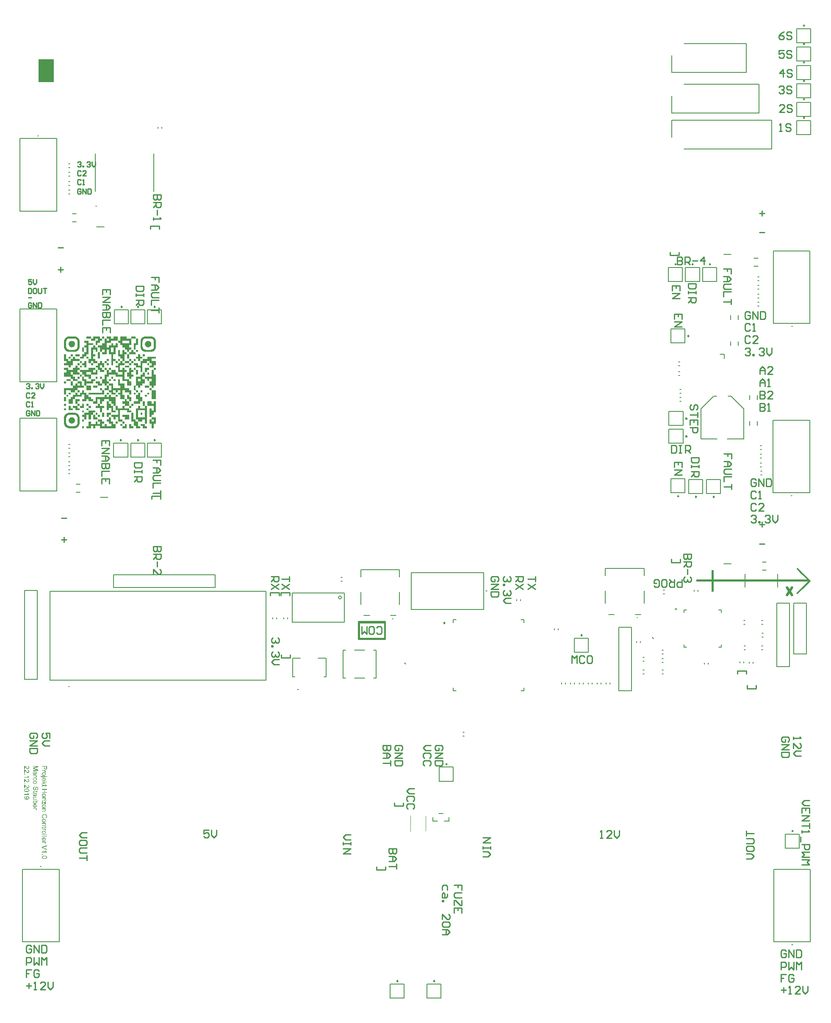
<source format=gto>
G04*
G04 #@! TF.GenerationSoftware,Altium Limited,Altium NEXUS,2.1.8 (74)*
G04*
G04 Layer_Color=65535*
%FSLAX25Y25*%
%MOIN*%
G70*
G01*
G75*
%ADD10C,0.00787*%
%ADD11C,0.00984*%
%ADD12C,0.00600*%
%ADD13C,0.00945*%
%ADD14C,0.00630*%
%ADD15C,0.01000*%
%ADD16C,0.00500*%
%ADD17C,0.00394*%
%ADD18C,0.01968*%
%ADD19C,0.00300*%
%ADD20R,0.12000X0.18000*%
G36*
X93910Y538951D02*
X93778D01*
Y538820D01*
Y538688D01*
Y538557D01*
Y538425D01*
Y538294D01*
Y538162D01*
Y538031D01*
Y537899D01*
Y537768D01*
Y537636D01*
X93910D01*
Y537505D01*
X90491D01*
Y537636D01*
Y537768D01*
Y537899D01*
Y538031D01*
Y538162D01*
Y538294D01*
Y538425D01*
Y538557D01*
Y538688D01*
Y538820D01*
Y538951D01*
Y539083D01*
X93910D01*
Y538951D01*
D02*
G37*
G36*
X69059D02*
Y538820D01*
Y538688D01*
Y538557D01*
Y538425D01*
Y538294D01*
Y538162D01*
Y538031D01*
Y537899D01*
Y537768D01*
Y537636D01*
Y537505D01*
X67481D01*
Y537636D01*
Y537768D01*
Y537899D01*
Y538031D01*
Y538162D01*
Y538294D01*
Y538425D01*
Y538557D01*
Y538688D01*
Y538820D01*
Y538951D01*
Y539083D01*
X69059D01*
Y538951D01*
D02*
G37*
G36*
X58541D02*
Y538820D01*
Y538688D01*
Y538557D01*
Y538425D01*
Y538294D01*
Y538162D01*
Y538031D01*
Y537899D01*
Y537768D01*
Y537636D01*
Y537505D01*
X55122D01*
Y537636D01*
Y537768D01*
Y537899D01*
Y538031D01*
Y538162D01*
Y538294D01*
Y538425D01*
Y538557D01*
Y538688D01*
Y538820D01*
Y538951D01*
Y539083D01*
X58541D01*
Y538951D01*
D02*
G37*
G36*
X79710D02*
Y538820D01*
Y538688D01*
Y538557D01*
Y538425D01*
Y538294D01*
Y538162D01*
Y538031D01*
Y537899D01*
Y537768D01*
Y537636D01*
Y537505D01*
Y537373D01*
Y537242D01*
Y537110D01*
Y536979D01*
Y536847D01*
Y536716D01*
Y536585D01*
Y536453D01*
Y536321D01*
Y536190D01*
Y536059D01*
Y535927D01*
Y535796D01*
X74450D01*
Y535664D01*
Y535533D01*
Y535401D01*
Y535270D01*
Y535138D01*
Y535007D01*
Y534875D01*
Y534744D01*
Y534612D01*
Y534481D01*
Y534349D01*
Y534218D01*
Y534086D01*
Y533955D01*
X70900D01*
Y533823D01*
Y533692D01*
Y533560D01*
Y533429D01*
Y533297D01*
Y533166D01*
Y533035D01*
Y532903D01*
Y532771D01*
Y532640D01*
Y532509D01*
Y532377D01*
Y532246D01*
Y532114D01*
Y531983D01*
Y531851D01*
Y531720D01*
Y531588D01*
Y531457D01*
Y531325D01*
Y531194D01*
Y531062D01*
Y530931D01*
Y530799D01*
Y530668D01*
Y530536D01*
Y530405D01*
Y530273D01*
X72741D01*
Y530405D01*
Y530536D01*
Y530668D01*
Y530799D01*
Y530931D01*
Y531062D01*
Y531194D01*
Y531325D01*
Y531457D01*
Y531588D01*
Y531720D01*
Y531851D01*
Y531983D01*
Y532114D01*
X74582D01*
Y532246D01*
Y532377D01*
Y532509D01*
Y532640D01*
Y532771D01*
Y532903D01*
Y533035D01*
Y533166D01*
Y533297D01*
Y533429D01*
Y533560D01*
Y533692D01*
Y533823D01*
X76159D01*
Y533692D01*
Y533560D01*
Y533429D01*
Y533297D01*
Y533166D01*
Y533035D01*
Y532903D01*
Y532771D01*
Y532640D01*
Y532509D01*
Y532377D01*
Y532246D01*
Y532114D01*
X78132D01*
Y532246D01*
Y532377D01*
Y532509D01*
Y532640D01*
Y532771D01*
Y532903D01*
Y533035D01*
Y533166D01*
Y533297D01*
Y533429D01*
Y533560D01*
Y533692D01*
Y533823D01*
X79710D01*
Y533692D01*
Y533560D01*
Y533429D01*
Y533297D01*
Y533166D01*
Y533035D01*
Y532903D01*
Y532771D01*
Y532640D01*
Y532509D01*
Y532377D01*
Y532246D01*
Y532114D01*
Y531983D01*
Y531851D01*
Y531720D01*
Y531588D01*
Y531457D01*
Y531325D01*
Y531194D01*
Y531062D01*
Y530931D01*
Y530799D01*
Y530668D01*
Y530536D01*
X78000D01*
Y530405D01*
X77869D01*
Y530273D01*
Y530142D01*
Y530010D01*
Y529879D01*
Y529747D01*
Y529616D01*
Y529484D01*
Y529353D01*
Y529221D01*
Y529090D01*
Y528959D01*
Y528827D01*
Y528695D01*
Y528564D01*
Y528433D01*
Y528301D01*
Y528170D01*
Y528038D01*
Y527907D01*
Y527775D01*
Y527644D01*
Y527512D01*
Y527381D01*
Y527249D01*
Y527118D01*
Y526986D01*
Y526855D01*
Y526723D01*
Y526592D01*
Y526460D01*
Y526329D01*
Y526197D01*
Y526066D01*
Y525934D01*
Y525803D01*
Y525671D01*
Y525540D01*
Y525408D01*
Y525277D01*
X78000D01*
Y525145D01*
X76159D01*
Y525014D01*
Y524883D01*
Y524751D01*
Y524619D01*
Y524488D01*
Y524357D01*
Y524225D01*
Y524094D01*
Y523962D01*
Y523831D01*
Y523699D01*
Y523568D01*
Y523436D01*
Y523305D01*
Y523173D01*
Y523042D01*
Y522910D01*
Y522779D01*
Y522647D01*
Y522516D01*
Y522384D01*
Y522253D01*
Y522121D01*
Y521990D01*
Y521858D01*
Y521727D01*
Y521595D01*
Y521464D01*
X78000D01*
Y521332D01*
X77869D01*
Y521201D01*
Y521069D01*
Y520938D01*
Y520807D01*
Y520675D01*
Y520543D01*
Y520412D01*
Y520281D01*
Y520149D01*
Y520018D01*
X78000D01*
Y519886D01*
X76159D01*
Y519755D01*
Y519623D01*
Y519492D01*
Y519360D01*
Y519229D01*
Y519097D01*
Y518966D01*
Y518834D01*
Y518703D01*
Y518571D01*
Y518440D01*
Y518308D01*
Y518177D01*
Y518045D01*
Y517914D01*
Y517782D01*
Y517651D01*
Y517519D01*
Y517388D01*
Y517256D01*
Y517125D01*
Y516994D01*
Y516862D01*
Y516730D01*
Y516599D01*
Y516468D01*
Y516336D01*
X74582D01*
Y516468D01*
Y516599D01*
Y516730D01*
Y516862D01*
Y516994D01*
Y517125D01*
Y517256D01*
Y517388D01*
Y517519D01*
Y517651D01*
Y517782D01*
Y517914D01*
Y518045D01*
Y518177D01*
Y518308D01*
Y518440D01*
Y518571D01*
Y518703D01*
Y518834D01*
Y518966D01*
Y519097D01*
Y519229D01*
Y519360D01*
Y519492D01*
Y519623D01*
Y519755D01*
Y519886D01*
Y520018D01*
Y520149D01*
Y520281D01*
Y520412D01*
Y520543D01*
Y520675D01*
Y520807D01*
Y520938D01*
Y521069D01*
Y521201D01*
Y521332D01*
Y521464D01*
Y521595D01*
Y521727D01*
Y521858D01*
Y521990D01*
Y522121D01*
Y522253D01*
Y522384D01*
Y522516D01*
Y522647D01*
Y522779D01*
Y522910D01*
Y523042D01*
Y523173D01*
Y523305D01*
Y523436D01*
Y523568D01*
Y523699D01*
Y523831D01*
Y523962D01*
Y524094D01*
Y524225D01*
Y524357D01*
Y524488D01*
Y524619D01*
Y524751D01*
Y524883D01*
Y525014D01*
Y525145D01*
X72741D01*
Y525277D01*
Y525408D01*
Y525540D01*
Y525671D01*
Y525803D01*
Y525934D01*
Y526066D01*
Y526197D01*
Y526329D01*
Y526460D01*
Y526592D01*
Y526723D01*
Y526855D01*
Y526986D01*
Y527118D01*
Y527249D01*
Y527381D01*
Y527512D01*
Y527644D01*
Y527775D01*
Y527907D01*
Y528038D01*
Y528170D01*
Y528301D01*
Y528433D01*
Y528564D01*
Y528695D01*
X70900D01*
Y528564D01*
Y528433D01*
Y528301D01*
Y528170D01*
Y528038D01*
Y527907D01*
Y527775D01*
Y527644D01*
Y527512D01*
Y527381D01*
Y527249D01*
Y527118D01*
Y526986D01*
Y526855D01*
Y526723D01*
Y526592D01*
Y526460D01*
Y526329D01*
Y526197D01*
Y526066D01*
Y525934D01*
Y525803D01*
Y525671D01*
Y525540D01*
Y525408D01*
Y525277D01*
Y525145D01*
X67481D01*
Y525277D01*
Y525408D01*
Y525540D01*
Y525671D01*
Y525803D01*
Y525934D01*
Y526066D01*
Y526197D01*
Y526329D01*
Y526460D01*
Y526592D01*
Y526723D01*
X69191D01*
Y526855D01*
X69322D01*
Y526986D01*
Y527118D01*
Y527249D01*
Y527381D01*
Y527512D01*
Y527644D01*
Y527775D01*
Y527907D01*
Y528038D01*
Y528170D01*
Y528301D01*
Y528433D01*
Y528564D01*
X69191D01*
Y528695D01*
X67350D01*
Y528564D01*
Y528433D01*
Y528301D01*
Y528170D01*
Y528038D01*
Y527907D01*
Y527775D01*
Y527644D01*
Y527512D01*
Y527381D01*
Y527249D01*
Y527118D01*
Y526986D01*
X65772D01*
Y527118D01*
Y527249D01*
Y527381D01*
Y527512D01*
Y527644D01*
Y527775D01*
Y527907D01*
Y528038D01*
Y528170D01*
Y528301D01*
Y528433D01*
Y528564D01*
Y528695D01*
Y528827D01*
Y528959D01*
Y529090D01*
Y529221D01*
Y529353D01*
Y529484D01*
Y529616D01*
Y529747D01*
Y529879D01*
Y530010D01*
Y530142D01*
Y530273D01*
Y530405D01*
X65641D01*
Y530536D01*
X63932D01*
Y530668D01*
Y530799D01*
Y530931D01*
Y531062D01*
Y531194D01*
Y531325D01*
Y531457D01*
Y531588D01*
Y531720D01*
Y531851D01*
Y531983D01*
Y532114D01*
X67481D01*
Y532246D01*
Y532377D01*
Y532509D01*
Y532640D01*
Y532771D01*
Y532903D01*
Y533035D01*
Y533166D01*
Y533297D01*
Y533429D01*
Y533560D01*
Y533692D01*
Y533823D01*
X69191D01*
Y533955D01*
X69322D01*
Y534086D01*
Y534218D01*
Y534349D01*
Y534481D01*
Y534612D01*
Y534744D01*
Y534875D01*
Y535007D01*
Y535138D01*
Y535270D01*
Y535401D01*
Y535533D01*
Y535664D01*
Y535796D01*
Y535927D01*
Y536059D01*
Y536190D01*
Y536321D01*
Y536453D01*
Y536585D01*
Y536716D01*
Y536847D01*
Y536979D01*
Y537110D01*
Y537242D01*
X69191D01*
Y537373D01*
X70900D01*
Y537242D01*
Y537110D01*
Y536979D01*
Y536847D01*
Y536716D01*
Y536585D01*
Y536453D01*
Y536321D01*
Y536190D01*
Y536059D01*
Y535927D01*
Y535796D01*
Y535664D01*
X72741D01*
Y535796D01*
Y535927D01*
Y536059D01*
Y536190D01*
Y536321D01*
Y536453D01*
Y536585D01*
Y536716D01*
Y536847D01*
Y536979D01*
Y537110D01*
Y537242D01*
Y537373D01*
Y537505D01*
X71032D01*
Y537636D01*
Y537768D01*
Y537899D01*
Y538031D01*
Y538162D01*
Y538294D01*
Y538425D01*
Y538557D01*
Y538688D01*
Y538820D01*
Y538951D01*
Y539083D01*
X74450D01*
Y538951D01*
Y538820D01*
Y538688D01*
Y538557D01*
Y538425D01*
Y538294D01*
Y538162D01*
Y538031D01*
Y537899D01*
Y537768D01*
Y537636D01*
Y537505D01*
Y537373D01*
X76291D01*
Y537505D01*
Y537636D01*
Y537768D01*
Y537899D01*
Y538031D01*
Y538162D01*
Y538294D01*
Y538425D01*
Y538557D01*
Y538688D01*
Y538820D01*
Y538951D01*
Y539083D01*
X79710D01*
Y538951D01*
D02*
G37*
G36*
X65509D02*
Y538820D01*
Y538688D01*
Y538557D01*
Y538425D01*
Y538294D01*
Y538162D01*
Y538031D01*
Y537899D01*
Y537768D01*
Y537636D01*
Y537505D01*
Y537373D01*
X67350D01*
Y537242D01*
Y537110D01*
Y536979D01*
Y536847D01*
Y536716D01*
Y536585D01*
Y536453D01*
Y536321D01*
Y536190D01*
Y536059D01*
Y535927D01*
Y535796D01*
X65509D01*
Y535664D01*
Y535533D01*
Y535401D01*
Y535270D01*
Y535138D01*
Y535007D01*
Y534875D01*
Y534744D01*
Y534612D01*
Y534481D01*
Y534349D01*
Y534218D01*
Y534086D01*
Y533955D01*
X63800D01*
Y533823D01*
Y533692D01*
Y533560D01*
Y533429D01*
Y533297D01*
Y533166D01*
Y533035D01*
Y532903D01*
Y532771D01*
Y532640D01*
Y532509D01*
Y532377D01*
Y532246D01*
X62222D01*
Y532377D01*
Y532509D01*
Y532640D01*
Y532771D01*
Y532903D01*
Y533035D01*
Y533166D01*
Y533297D01*
Y533429D01*
Y533560D01*
Y533692D01*
Y533823D01*
Y533955D01*
Y534086D01*
Y534218D01*
Y534349D01*
Y534481D01*
Y534612D01*
Y534744D01*
Y534875D01*
Y535007D01*
Y535138D01*
Y535270D01*
Y535401D01*
Y535533D01*
Y535664D01*
X63932D01*
Y535796D01*
Y535927D01*
Y536059D01*
Y536190D01*
Y536321D01*
Y536453D01*
Y536585D01*
Y536716D01*
Y536847D01*
Y536979D01*
Y537110D01*
Y537242D01*
Y537373D01*
Y537505D01*
X61959D01*
Y537373D01*
Y537242D01*
Y537110D01*
Y536979D01*
Y536847D01*
Y536716D01*
Y536585D01*
Y536453D01*
Y536321D01*
Y536190D01*
Y536059D01*
Y535927D01*
X62091D01*
Y535796D01*
X58672D01*
Y535927D01*
Y536059D01*
Y536190D01*
Y536321D01*
Y536453D01*
Y536585D01*
Y536716D01*
Y536847D01*
Y536979D01*
Y537110D01*
Y537242D01*
Y537373D01*
X60381D01*
Y537505D01*
Y537636D01*
Y537768D01*
Y537899D01*
Y538031D01*
Y538162D01*
Y538294D01*
Y538425D01*
Y538557D01*
Y538688D01*
Y538820D01*
Y538951D01*
Y539083D01*
X65509D01*
Y538951D01*
D02*
G37*
G36*
X95619Y537242D02*
Y537110D01*
Y536979D01*
Y536847D01*
Y536716D01*
Y536585D01*
Y536453D01*
Y536321D01*
Y536190D01*
Y536059D01*
Y535927D01*
Y535796D01*
Y535664D01*
Y535533D01*
Y535401D01*
Y535270D01*
Y535138D01*
Y535007D01*
Y534875D01*
Y534744D01*
Y534612D01*
Y534481D01*
Y534349D01*
Y534218D01*
Y534086D01*
Y533955D01*
Y533823D01*
Y533692D01*
Y533560D01*
Y533429D01*
Y533297D01*
Y533166D01*
Y533035D01*
Y532903D01*
Y532771D01*
Y532640D01*
Y532509D01*
Y532377D01*
Y532246D01*
X93910D01*
Y532114D01*
X93778D01*
Y531983D01*
Y531851D01*
Y531720D01*
Y531588D01*
Y531457D01*
Y531325D01*
Y531194D01*
Y531062D01*
Y530931D01*
Y530799D01*
Y530668D01*
Y530536D01*
Y530405D01*
Y530273D01*
Y530142D01*
Y530010D01*
Y529879D01*
Y529747D01*
Y529616D01*
Y529484D01*
Y529353D01*
Y529221D01*
Y529090D01*
Y528959D01*
Y528827D01*
X93910D01*
Y528695D01*
X92200D01*
Y528827D01*
Y528959D01*
Y529090D01*
Y529221D01*
Y529353D01*
Y529484D01*
Y529616D01*
Y529747D01*
Y529879D01*
Y530010D01*
Y530142D01*
Y530273D01*
Y530405D01*
Y530536D01*
Y530668D01*
Y530799D01*
Y530931D01*
Y531062D01*
Y531194D01*
Y531325D01*
Y531457D01*
Y531588D01*
Y531720D01*
Y531851D01*
Y531983D01*
Y532114D01*
Y532246D01*
Y532377D01*
Y532509D01*
Y532640D01*
Y532771D01*
Y532903D01*
Y533035D01*
Y533166D01*
Y533297D01*
Y533429D01*
Y533560D01*
Y533692D01*
Y533823D01*
X94041D01*
Y533955D01*
Y534086D01*
Y534218D01*
Y534349D01*
Y534481D01*
Y534612D01*
Y534744D01*
Y534875D01*
Y535007D01*
Y535138D01*
Y535270D01*
Y535401D01*
Y535533D01*
Y535664D01*
Y535796D01*
Y535927D01*
Y536059D01*
Y536190D01*
Y536321D01*
Y536453D01*
Y536585D01*
Y536716D01*
Y536847D01*
Y536979D01*
Y537110D01*
Y537242D01*
Y537373D01*
X95619D01*
Y537242D01*
D02*
G37*
G36*
X106664Y538951D02*
X107058D01*
Y538820D01*
X107321D01*
Y538688D01*
X107584D01*
Y538557D01*
X107847D01*
Y538425D01*
X108110D01*
Y538294D01*
X108241D01*
Y538162D01*
X108373D01*
Y538031D01*
X108504D01*
Y537899D01*
X108636D01*
Y537768D01*
X108767D01*
Y537636D01*
X108899D01*
Y537505D01*
X109030D01*
Y537373D01*
Y537242D01*
X109162D01*
Y537110D01*
X109293D01*
Y536979D01*
Y536847D01*
X109425D01*
Y536716D01*
Y536585D01*
Y536453D01*
X109556D01*
Y536321D01*
Y536190D01*
Y536059D01*
X109688D01*
Y535927D01*
Y535796D01*
Y535664D01*
Y535533D01*
Y535401D01*
Y535270D01*
Y535138D01*
Y535007D01*
Y534875D01*
Y534744D01*
Y534612D01*
Y534481D01*
Y534349D01*
Y534218D01*
Y534086D01*
Y533955D01*
Y533823D01*
Y533692D01*
Y533560D01*
Y533429D01*
Y533297D01*
Y533166D01*
Y533035D01*
Y532903D01*
Y532771D01*
Y532640D01*
Y532509D01*
Y532377D01*
Y532246D01*
Y532114D01*
Y531983D01*
Y531851D01*
Y531720D01*
Y531588D01*
Y531457D01*
Y531325D01*
Y531194D01*
Y531062D01*
Y530931D01*
Y530799D01*
Y530668D01*
Y530536D01*
Y530405D01*
Y530273D01*
Y530142D01*
Y530010D01*
X109556D01*
Y529879D01*
Y529747D01*
Y529616D01*
X109425D01*
Y529484D01*
Y529353D01*
X109293D01*
Y529221D01*
Y529090D01*
X109162D01*
Y528959D01*
Y528827D01*
X109030D01*
Y528695D01*
Y528564D01*
X108899D01*
Y528433D01*
X108767D01*
Y528301D01*
X108636D01*
Y528170D01*
X108504D01*
Y528038D01*
X108373D01*
Y527907D01*
X108241D01*
Y527775D01*
X107978D01*
Y527644D01*
X107847D01*
Y527512D01*
X107584D01*
Y527381D01*
X107321D01*
Y527249D01*
X107058D01*
Y527118D01*
X106532D01*
Y526986D01*
X100747D01*
Y527118D01*
X100221D01*
Y527249D01*
X99958D01*
Y527381D01*
X99695D01*
Y527512D01*
X99432D01*
Y527644D01*
X99300D01*
Y527775D01*
X99037D01*
Y527907D01*
X98906D01*
Y528038D01*
X98774D01*
Y528170D01*
X98643D01*
Y528301D01*
X98512D01*
Y528433D01*
X98380D01*
Y528564D01*
Y528695D01*
X98249D01*
Y528827D01*
X98117D01*
Y528959D01*
Y529090D01*
X97986D01*
Y529221D01*
Y529353D01*
X97854D01*
Y529484D01*
Y529616D01*
X97723D01*
Y529747D01*
Y529879D01*
Y530010D01*
Y530142D01*
X97591D01*
Y530273D01*
Y530405D01*
Y530536D01*
Y530668D01*
Y530799D01*
Y530931D01*
Y531062D01*
Y531194D01*
Y531325D01*
Y531457D01*
Y531588D01*
Y531720D01*
Y531851D01*
Y531983D01*
Y532114D01*
Y532246D01*
Y532377D01*
Y532509D01*
Y532640D01*
Y532771D01*
Y532903D01*
Y533035D01*
Y533166D01*
Y533297D01*
Y533429D01*
Y533560D01*
Y533692D01*
Y533823D01*
Y533955D01*
Y534086D01*
Y534218D01*
Y534349D01*
Y534481D01*
Y534612D01*
Y534744D01*
Y534875D01*
Y535007D01*
Y535138D01*
Y535270D01*
Y535401D01*
Y535533D01*
Y535664D01*
Y535796D01*
Y535927D01*
X97723D01*
Y536059D01*
Y536190D01*
Y536321D01*
Y536453D01*
X97854D01*
Y536585D01*
Y536716D01*
X97986D01*
Y536847D01*
Y536979D01*
X98117D01*
Y537110D01*
Y537242D01*
X98249D01*
Y537373D01*
X98380D01*
Y537505D01*
Y537636D01*
X98512D01*
Y537768D01*
X98643D01*
Y537899D01*
X98774D01*
Y538031D01*
X98906D01*
Y538162D01*
X99037D01*
Y538294D01*
X99300D01*
Y538425D01*
X99432D01*
Y538557D01*
X99695D01*
Y538688D01*
X99958D01*
Y538820D01*
X100221D01*
Y538951D01*
X100615D01*
Y539083D01*
X106664D01*
Y538951D01*
D02*
G37*
G36*
X95619Y528433D02*
Y528301D01*
Y528170D01*
Y528038D01*
Y527907D01*
Y527775D01*
Y527644D01*
Y527512D01*
Y527381D01*
Y527249D01*
Y527118D01*
Y526986D01*
X94041D01*
Y527118D01*
Y527249D01*
Y527381D01*
Y527512D01*
Y527644D01*
Y527775D01*
Y527907D01*
Y528038D01*
Y528170D01*
Y528301D01*
Y528433D01*
Y528564D01*
X95619D01*
Y528433D01*
D02*
G37*
G36*
X86810Y538951D02*
Y538820D01*
Y538688D01*
Y538557D01*
Y538425D01*
Y538294D01*
Y538162D01*
Y538031D01*
Y537899D01*
Y537768D01*
Y537636D01*
Y537505D01*
Y537373D01*
X90360D01*
Y537242D01*
Y537110D01*
Y536979D01*
Y536847D01*
Y536716D01*
Y536585D01*
Y536453D01*
Y536321D01*
Y536190D01*
Y536059D01*
Y535927D01*
Y535796D01*
Y535664D01*
Y535533D01*
Y535401D01*
Y535270D01*
Y535138D01*
Y535007D01*
Y534875D01*
Y534744D01*
Y534612D01*
Y534481D01*
Y534349D01*
Y534218D01*
Y534086D01*
Y533955D01*
Y533823D01*
Y533692D01*
Y533560D01*
Y533429D01*
Y533297D01*
Y533166D01*
Y533035D01*
Y532903D01*
Y532771D01*
Y532640D01*
Y532509D01*
Y532377D01*
Y532246D01*
X88519D01*
Y532114D01*
Y531983D01*
Y531851D01*
Y531720D01*
Y531588D01*
Y531457D01*
Y531325D01*
Y531194D01*
Y531062D01*
Y530931D01*
Y530799D01*
Y530668D01*
Y530536D01*
Y530405D01*
Y530273D01*
X90360D01*
Y530142D01*
Y530010D01*
Y529879D01*
Y529747D01*
Y529616D01*
Y529484D01*
Y529353D01*
Y529221D01*
Y529090D01*
Y528959D01*
Y528827D01*
Y528695D01*
X88519D01*
Y528564D01*
Y528433D01*
Y528301D01*
Y528170D01*
Y528038D01*
Y527907D01*
Y527775D01*
Y527644D01*
Y527512D01*
Y527381D01*
Y527249D01*
Y527118D01*
Y526986D01*
X86941D01*
Y527118D01*
Y527249D01*
Y527381D01*
Y527512D01*
Y527644D01*
Y527775D01*
Y527907D01*
Y528038D01*
Y528170D01*
Y528301D01*
Y528433D01*
Y528564D01*
Y528695D01*
X85100D01*
Y528827D01*
X85232D01*
Y528959D01*
Y529090D01*
Y529221D01*
Y529353D01*
Y529484D01*
Y529616D01*
Y529747D01*
Y529879D01*
Y530010D01*
Y530142D01*
Y530273D01*
Y530405D01*
X85100D01*
Y530536D01*
X83391D01*
Y530668D01*
Y530799D01*
Y530931D01*
Y531062D01*
Y531194D01*
Y531325D01*
Y531457D01*
Y531588D01*
Y531720D01*
Y531851D01*
Y531983D01*
Y532114D01*
Y532246D01*
X81682D01*
Y532377D01*
Y532509D01*
Y532640D01*
Y532771D01*
Y532903D01*
Y533035D01*
Y533166D01*
Y533297D01*
Y533429D01*
Y533560D01*
Y533692D01*
Y533823D01*
Y533955D01*
X79841D01*
Y534086D01*
Y534218D01*
Y534349D01*
Y534481D01*
Y534612D01*
Y534744D01*
Y534875D01*
Y535007D01*
Y535138D01*
Y535270D01*
Y535401D01*
Y535533D01*
Y535664D01*
X81682D01*
Y535796D01*
Y535927D01*
Y536059D01*
Y536190D01*
Y536321D01*
Y536453D01*
Y536585D01*
Y536716D01*
Y536847D01*
Y536979D01*
Y537110D01*
Y537242D01*
Y537373D01*
Y537505D01*
Y537636D01*
Y537768D01*
Y537899D01*
Y538031D01*
Y538162D01*
Y538294D01*
Y538425D01*
Y538557D01*
Y538688D01*
Y538820D01*
Y538951D01*
Y539083D01*
X86810D01*
Y538951D01*
D02*
G37*
G36*
X62091Y531983D02*
X61959D01*
Y531851D01*
Y531720D01*
Y531588D01*
Y531457D01*
Y531325D01*
Y531194D01*
Y531062D01*
Y530931D01*
Y530799D01*
Y530668D01*
Y530536D01*
Y530405D01*
X62091D01*
Y530273D01*
X63800D01*
Y530142D01*
Y530010D01*
Y529879D01*
Y529747D01*
Y529616D01*
Y529484D01*
Y529353D01*
Y529221D01*
Y529090D01*
Y528959D01*
Y528827D01*
Y528695D01*
Y528564D01*
Y528433D01*
Y528301D01*
Y528170D01*
Y528038D01*
Y527907D01*
Y527775D01*
Y527644D01*
Y527512D01*
Y527381D01*
Y527249D01*
Y527118D01*
Y526986D01*
X62222D01*
Y527118D01*
Y527249D01*
Y527381D01*
Y527512D01*
Y527644D01*
Y527775D01*
Y527907D01*
Y528038D01*
Y528170D01*
Y528301D01*
Y528433D01*
Y528564D01*
Y528695D01*
X60250D01*
Y528564D01*
Y528433D01*
Y528301D01*
Y528170D01*
Y528038D01*
Y527907D01*
Y527775D01*
Y527644D01*
Y527512D01*
Y527381D01*
Y527249D01*
Y527118D01*
Y526986D01*
Y526855D01*
Y526723D01*
Y526592D01*
Y526460D01*
Y526329D01*
Y526197D01*
Y526066D01*
Y525934D01*
Y525803D01*
Y525671D01*
Y525540D01*
Y525408D01*
Y525277D01*
Y525145D01*
Y525014D01*
X62091D01*
Y524883D01*
X61959D01*
Y524751D01*
Y524619D01*
Y524488D01*
Y524357D01*
Y524225D01*
Y524094D01*
Y523962D01*
Y523831D01*
Y523699D01*
Y523568D01*
X62091D01*
Y523436D01*
X60250D01*
Y523305D01*
Y523173D01*
Y523042D01*
Y522910D01*
Y522779D01*
Y522647D01*
Y522516D01*
Y522384D01*
Y522253D01*
Y522121D01*
Y521990D01*
Y521858D01*
Y521727D01*
Y521595D01*
Y521464D01*
X62091D01*
Y521332D01*
X61959D01*
Y521201D01*
Y521069D01*
Y520938D01*
Y520807D01*
Y520675D01*
Y520543D01*
Y520412D01*
Y520281D01*
Y520149D01*
Y520018D01*
Y519886D01*
Y519755D01*
X63800D01*
Y519623D01*
Y519492D01*
Y519360D01*
Y519229D01*
Y519097D01*
Y518966D01*
Y518834D01*
Y518703D01*
Y518571D01*
Y518440D01*
Y518308D01*
Y518177D01*
Y518045D01*
X60381D01*
Y518177D01*
Y518308D01*
Y518440D01*
Y518571D01*
Y518703D01*
Y518834D01*
Y518966D01*
Y519097D01*
Y519229D01*
Y519360D01*
Y519492D01*
Y519623D01*
Y519755D01*
Y519886D01*
X58541D01*
Y519755D01*
Y519623D01*
Y519492D01*
Y519360D01*
Y519229D01*
Y519097D01*
Y518966D01*
Y518834D01*
Y518703D01*
Y518571D01*
Y518440D01*
Y518308D01*
Y518177D01*
Y518045D01*
X56831D01*
Y518177D01*
Y518308D01*
Y518440D01*
Y518571D01*
Y518703D01*
Y518834D01*
Y518966D01*
Y519097D01*
Y519229D01*
Y519360D01*
Y519492D01*
Y519623D01*
Y519755D01*
Y519886D01*
Y520018D01*
Y520149D01*
Y520281D01*
Y520412D01*
Y520543D01*
Y520675D01*
Y520807D01*
Y520938D01*
Y521069D01*
Y521201D01*
Y521332D01*
Y521464D01*
X58672D01*
Y521595D01*
Y521727D01*
Y521858D01*
Y521990D01*
Y522121D01*
Y522253D01*
Y522384D01*
Y522516D01*
Y522647D01*
Y522779D01*
Y522910D01*
Y523042D01*
Y523173D01*
Y523305D01*
Y523436D01*
Y523568D01*
Y523699D01*
Y523831D01*
Y523962D01*
Y524094D01*
Y524225D01*
Y524357D01*
Y524488D01*
Y524619D01*
Y524751D01*
Y524883D01*
Y525014D01*
Y525145D01*
Y525277D01*
Y525408D01*
Y525540D01*
Y525671D01*
Y525803D01*
Y525934D01*
Y526066D01*
Y526197D01*
Y526329D01*
Y526460D01*
Y526592D01*
Y526723D01*
Y526855D01*
Y526986D01*
Y527118D01*
Y527249D01*
Y527381D01*
Y527512D01*
Y527644D01*
Y527775D01*
Y527907D01*
Y528038D01*
Y528170D01*
Y528301D01*
Y528433D01*
Y528564D01*
Y528695D01*
Y528827D01*
Y528959D01*
Y529090D01*
Y529221D01*
Y529353D01*
Y529484D01*
Y529616D01*
Y529747D01*
Y529879D01*
Y530010D01*
Y530142D01*
Y530273D01*
X60381D01*
Y530405D01*
Y530536D01*
Y530668D01*
Y530799D01*
Y530931D01*
Y531062D01*
Y531194D01*
Y531325D01*
Y531457D01*
Y531588D01*
Y531720D01*
Y531851D01*
Y531983D01*
Y532114D01*
X62091D01*
Y531983D01*
D02*
G37*
G36*
X53150Y530142D02*
Y530010D01*
Y529879D01*
Y529747D01*
Y529616D01*
Y529484D01*
Y529353D01*
Y529221D01*
Y529090D01*
Y528959D01*
Y528827D01*
Y528695D01*
Y528564D01*
Y528433D01*
Y528301D01*
Y528170D01*
Y528038D01*
Y527907D01*
Y527775D01*
Y527644D01*
Y527512D01*
Y527381D01*
Y527249D01*
Y527118D01*
Y526986D01*
X51572D01*
Y527118D01*
Y527249D01*
Y527381D01*
Y527512D01*
Y527644D01*
Y527775D01*
Y527907D01*
Y528038D01*
Y528170D01*
Y528301D01*
Y528433D01*
Y528564D01*
Y528695D01*
Y528827D01*
Y528959D01*
Y529090D01*
Y529221D01*
Y529353D01*
Y529484D01*
Y529616D01*
Y529747D01*
Y529879D01*
Y530010D01*
Y530142D01*
Y530273D01*
X53150D01*
Y530142D01*
D02*
G37*
G36*
X46576Y538951D02*
X46970D01*
Y538820D01*
X47233D01*
Y538688D01*
X47496D01*
Y538557D01*
X47759D01*
Y538425D01*
X47890D01*
Y538294D01*
X48153D01*
Y538162D01*
X48285D01*
Y538031D01*
X48417D01*
Y537899D01*
X48548D01*
Y537768D01*
X48679D01*
Y537636D01*
X48811D01*
Y537505D01*
Y537373D01*
X48942D01*
Y537242D01*
X49074D01*
Y537110D01*
Y536979D01*
X49205D01*
Y536847D01*
Y536716D01*
X49337D01*
Y536585D01*
Y536453D01*
X49468D01*
Y536321D01*
Y536190D01*
Y536059D01*
X49600D01*
Y535927D01*
Y535796D01*
Y535664D01*
Y535533D01*
Y535401D01*
Y535270D01*
Y535138D01*
Y535007D01*
Y534875D01*
Y534744D01*
Y534612D01*
Y534481D01*
Y534349D01*
Y534218D01*
Y534086D01*
Y533955D01*
Y533823D01*
Y533692D01*
Y533560D01*
Y533429D01*
Y533297D01*
Y533166D01*
Y533035D01*
Y532903D01*
Y532771D01*
Y532640D01*
Y532509D01*
Y532377D01*
Y532246D01*
Y532114D01*
Y531983D01*
Y531851D01*
Y531720D01*
Y531588D01*
Y531457D01*
Y531325D01*
Y531194D01*
Y531062D01*
Y530931D01*
Y530799D01*
Y530668D01*
Y530536D01*
Y530405D01*
Y530273D01*
Y530142D01*
X49468D01*
Y530010D01*
Y529879D01*
Y529747D01*
Y529616D01*
X49337D01*
Y529484D01*
Y529353D01*
X49205D01*
Y529221D01*
Y529090D01*
X49074D01*
Y528959D01*
Y528827D01*
X48942D01*
Y528695D01*
X48811D01*
Y528564D01*
Y528433D01*
X48679D01*
Y528301D01*
X48548D01*
Y528170D01*
X48417D01*
Y528038D01*
X48285D01*
Y527907D01*
X48153D01*
Y527775D01*
X47890D01*
Y527644D01*
X47759D01*
Y527512D01*
X47496D01*
Y527381D01*
X47233D01*
Y527249D01*
X46970D01*
Y527118D01*
X46444D01*
Y526986D01*
X40659D01*
Y527118D01*
X40133D01*
Y527249D01*
X39870D01*
Y527381D01*
X39607D01*
Y527512D01*
X39344D01*
Y527644D01*
X39213D01*
Y527775D01*
X38950D01*
Y527907D01*
X38818D01*
Y528038D01*
X38687D01*
Y528170D01*
X38555D01*
Y528301D01*
X38424D01*
Y528433D01*
X38292D01*
Y528564D01*
X38161D01*
Y528695D01*
Y528827D01*
X38029D01*
Y528959D01*
Y529090D01*
X37898D01*
Y529221D01*
Y529353D01*
X37766D01*
Y529484D01*
Y529616D01*
X37635D01*
Y529747D01*
Y529879D01*
Y530010D01*
X37503D01*
Y530142D01*
Y530273D01*
Y530405D01*
Y530536D01*
Y530668D01*
Y530799D01*
Y530931D01*
Y531062D01*
Y531194D01*
Y531325D01*
Y531457D01*
Y531588D01*
Y531720D01*
Y531851D01*
Y531983D01*
Y532114D01*
Y532246D01*
Y532377D01*
Y532509D01*
Y532640D01*
Y532771D01*
Y532903D01*
Y533035D01*
Y533166D01*
Y533297D01*
Y533429D01*
Y533560D01*
Y533692D01*
Y533823D01*
Y533955D01*
Y534086D01*
Y534218D01*
Y534349D01*
Y534481D01*
Y534612D01*
Y534744D01*
Y534875D01*
Y535007D01*
Y535138D01*
Y535270D01*
Y535401D01*
Y535533D01*
Y535664D01*
Y535796D01*
Y535927D01*
Y536059D01*
X37635D01*
Y536190D01*
Y536321D01*
Y536453D01*
X37766D01*
Y536585D01*
Y536716D01*
Y536847D01*
X37898D01*
Y536979D01*
Y537110D01*
X38029D01*
Y537242D01*
X38161D01*
Y537373D01*
Y537505D01*
X38292D01*
Y537636D01*
X38424D01*
Y537768D01*
X38555D01*
Y537899D01*
X38687D01*
Y538031D01*
X38818D01*
Y538162D01*
X38950D01*
Y538294D01*
X39081D01*
Y538425D01*
X39344D01*
Y538557D01*
X39607D01*
Y538688D01*
X39870D01*
Y538820D01*
X40133D01*
Y538951D01*
X40527D01*
Y539083D01*
X46576D01*
Y538951D01*
D02*
G37*
G36*
X92069Y528433D02*
Y528301D01*
Y528170D01*
Y528038D01*
Y527907D01*
Y527775D01*
Y527644D01*
Y527512D01*
Y527381D01*
Y527249D01*
Y527118D01*
Y526986D01*
Y526855D01*
Y526723D01*
X93910D01*
Y526592D01*
X93778D01*
Y526460D01*
Y526329D01*
Y526197D01*
Y526066D01*
Y525934D01*
Y525803D01*
Y525671D01*
Y525540D01*
Y525408D01*
Y525277D01*
X93910D01*
Y525145D01*
X88650D01*
Y525277D01*
Y525408D01*
Y525540D01*
Y525671D01*
Y525803D01*
Y525934D01*
Y526066D01*
Y526197D01*
Y526329D01*
Y526460D01*
Y526592D01*
Y526723D01*
X90491D01*
Y526855D01*
Y526986D01*
Y527118D01*
Y527249D01*
Y527381D01*
Y527512D01*
Y527644D01*
Y527775D01*
Y527907D01*
Y528038D01*
Y528170D01*
Y528301D01*
Y528433D01*
Y528564D01*
X92069D01*
Y528433D01*
D02*
G37*
G36*
X84969D02*
Y528301D01*
Y528170D01*
Y528038D01*
Y527907D01*
Y527775D01*
Y527644D01*
Y527512D01*
Y527381D01*
Y527249D01*
Y527118D01*
Y526986D01*
Y526855D01*
Y526723D01*
X86810D01*
Y526592D01*
Y526460D01*
Y526329D01*
Y526197D01*
Y526066D01*
Y525934D01*
Y525803D01*
Y525671D01*
Y525540D01*
Y525408D01*
Y525277D01*
Y525145D01*
X84969D01*
Y525014D01*
Y524883D01*
Y524751D01*
Y524619D01*
Y524488D01*
Y524357D01*
Y524225D01*
Y524094D01*
Y523962D01*
Y523831D01*
Y523699D01*
Y523568D01*
Y523436D01*
Y523305D01*
Y523173D01*
Y523042D01*
Y522910D01*
Y522779D01*
Y522647D01*
Y522516D01*
Y522384D01*
Y522253D01*
Y522121D01*
Y521990D01*
Y521858D01*
Y521727D01*
Y521595D01*
Y521464D01*
Y521332D01*
Y521201D01*
Y521069D01*
Y520938D01*
Y520807D01*
Y520675D01*
Y520543D01*
Y520412D01*
Y520281D01*
Y520149D01*
Y520018D01*
Y519886D01*
X83391D01*
Y520018D01*
Y520149D01*
Y520281D01*
Y520412D01*
Y520543D01*
Y520675D01*
Y520807D01*
Y520938D01*
Y521069D01*
Y521201D01*
Y521332D01*
Y521464D01*
Y521595D01*
X81682D01*
Y521727D01*
Y521858D01*
Y521990D01*
Y522121D01*
Y522253D01*
Y522384D01*
Y522516D01*
Y522647D01*
Y522779D01*
Y522910D01*
Y523042D01*
Y523173D01*
Y523305D01*
Y523436D01*
X79841D01*
Y523568D01*
Y523699D01*
Y523831D01*
Y523962D01*
Y524094D01*
Y524225D01*
Y524357D01*
Y524488D01*
Y524619D01*
Y524751D01*
Y524883D01*
Y525014D01*
Y525145D01*
Y525277D01*
Y525408D01*
Y525540D01*
Y525671D01*
Y525803D01*
Y525934D01*
Y526066D01*
Y526197D01*
Y526329D01*
Y526460D01*
Y526592D01*
Y526723D01*
Y526855D01*
Y526986D01*
Y527118D01*
Y527249D01*
Y527381D01*
Y527512D01*
Y527644D01*
Y527775D01*
Y527907D01*
Y528038D01*
Y528170D01*
Y528301D01*
Y528433D01*
Y528564D01*
X81550D01*
Y528433D01*
X81419D01*
Y528301D01*
Y528170D01*
Y528038D01*
Y527907D01*
Y527775D01*
Y527644D01*
Y527512D01*
Y527381D01*
Y527249D01*
Y527118D01*
Y526986D01*
Y526855D01*
Y526723D01*
Y526592D01*
Y526460D01*
Y526329D01*
Y526197D01*
Y526066D01*
Y525934D01*
Y525803D01*
Y525671D01*
Y525540D01*
Y525408D01*
Y525277D01*
Y525145D01*
Y525014D01*
X83391D01*
Y525145D01*
Y525277D01*
Y525408D01*
Y525540D01*
Y525671D01*
Y525803D01*
Y525934D01*
Y526066D01*
Y526197D01*
Y526329D01*
Y526460D01*
Y526592D01*
Y526723D01*
Y526855D01*
Y526986D01*
Y527118D01*
Y527249D01*
Y527381D01*
Y527512D01*
Y527644D01*
Y527775D01*
Y527907D01*
Y528038D01*
Y528170D01*
Y528301D01*
Y528433D01*
Y528564D01*
X84969D01*
Y528433D01*
D02*
G37*
G36*
X100878Y524883D02*
Y524751D01*
Y524619D01*
Y524488D01*
Y524357D01*
Y524225D01*
Y524094D01*
Y523962D01*
Y523831D01*
Y523699D01*
Y523568D01*
Y523436D01*
X99300D01*
Y523568D01*
Y523699D01*
Y523831D01*
Y523962D01*
Y524094D01*
Y524225D01*
Y524357D01*
Y524488D01*
Y524619D01*
Y524751D01*
Y524883D01*
Y525014D01*
X100878D01*
Y524883D01*
D02*
G37*
G36*
X49731D02*
X49600D01*
Y524751D01*
Y524619D01*
Y524488D01*
Y524357D01*
Y524225D01*
Y524094D01*
Y523962D01*
Y523831D01*
Y523699D01*
Y523568D01*
Y523436D01*
X46313D01*
Y523568D01*
Y523699D01*
Y523831D01*
Y523962D01*
Y524094D01*
Y524225D01*
Y524357D01*
Y524488D01*
Y524619D01*
Y524751D01*
Y524883D01*
Y525014D01*
X49731D01*
Y524883D01*
D02*
G37*
G36*
X44341D02*
Y524751D01*
Y524619D01*
Y524488D01*
Y524357D01*
Y524225D01*
Y524094D01*
Y523962D01*
Y523831D01*
Y523699D01*
Y523568D01*
Y523436D01*
X42763D01*
Y523568D01*
Y523699D01*
Y523831D01*
Y523962D01*
Y524094D01*
Y524225D01*
Y524357D01*
Y524488D01*
Y524619D01*
Y524751D01*
Y524883D01*
Y525014D01*
X44341D01*
Y524883D01*
D02*
G37*
G36*
X88519D02*
Y524751D01*
Y524619D01*
Y524488D01*
Y524357D01*
Y524225D01*
Y524094D01*
Y523962D01*
Y523831D01*
Y523699D01*
Y523568D01*
Y523436D01*
Y523305D01*
Y523173D01*
Y523042D01*
Y522910D01*
Y522779D01*
Y522647D01*
Y522516D01*
Y522384D01*
Y522253D01*
Y522121D01*
Y521990D01*
Y521858D01*
Y521727D01*
Y521595D01*
X86941D01*
Y521727D01*
Y521858D01*
Y521990D01*
Y522121D01*
Y522253D01*
Y522384D01*
Y522516D01*
Y522647D01*
Y522779D01*
Y522910D01*
Y523042D01*
Y523173D01*
Y523305D01*
Y523436D01*
Y523568D01*
Y523699D01*
Y523831D01*
Y523962D01*
Y524094D01*
Y524225D01*
Y524357D01*
Y524488D01*
Y524619D01*
Y524751D01*
Y524883D01*
Y525014D01*
X88519D01*
Y524883D01*
D02*
G37*
G36*
X65509Y526592D02*
Y526460D01*
Y526329D01*
Y526197D01*
Y526066D01*
Y525934D01*
Y525803D01*
Y525671D01*
Y525540D01*
Y525408D01*
Y525277D01*
Y525145D01*
Y525014D01*
Y524883D01*
Y524751D01*
Y524619D01*
Y524488D01*
Y524357D01*
Y524225D01*
Y524094D01*
Y523962D01*
Y523831D01*
Y523699D01*
Y523568D01*
Y523436D01*
Y523305D01*
Y523173D01*
Y523042D01*
Y522910D01*
Y522779D01*
Y522647D01*
Y522516D01*
Y522384D01*
Y522253D01*
Y522121D01*
Y521990D01*
Y521858D01*
Y521727D01*
Y521595D01*
X63932D01*
Y521727D01*
Y521858D01*
Y521990D01*
Y522121D01*
Y522253D01*
Y522384D01*
Y522516D01*
Y522647D01*
Y522779D01*
Y522910D01*
Y523042D01*
Y523173D01*
Y523305D01*
Y523436D01*
Y523568D01*
Y523699D01*
Y523831D01*
Y523962D01*
Y524094D01*
Y524225D01*
Y524357D01*
Y524488D01*
Y524619D01*
Y524751D01*
Y524883D01*
Y525014D01*
Y525145D01*
Y525277D01*
Y525408D01*
Y525540D01*
Y525671D01*
Y525803D01*
Y525934D01*
Y526066D01*
Y526197D01*
Y526329D01*
Y526460D01*
Y526592D01*
Y526723D01*
X65509D01*
Y526592D01*
D02*
G37*
G36*
X56700Y523042D02*
Y522910D01*
Y522779D01*
Y522647D01*
Y522516D01*
Y522384D01*
Y522253D01*
Y522121D01*
Y521990D01*
Y521858D01*
Y521727D01*
Y521595D01*
X55122D01*
Y521727D01*
Y521858D01*
Y521990D01*
Y522121D01*
Y522253D01*
Y522384D01*
Y522516D01*
Y522647D01*
Y522779D01*
Y522910D01*
Y523042D01*
Y523173D01*
X56700D01*
Y523042D01*
D02*
G37*
G36*
Y535533D02*
Y535401D01*
Y535270D01*
Y535138D01*
Y535007D01*
Y534875D01*
Y534744D01*
Y534612D01*
Y534481D01*
Y534349D01*
Y534218D01*
Y534086D01*
Y533955D01*
Y533823D01*
X60250D01*
Y533692D01*
Y533560D01*
Y533429D01*
Y533297D01*
Y533166D01*
Y533035D01*
Y532903D01*
Y532771D01*
Y532640D01*
Y532509D01*
Y532377D01*
Y532246D01*
X56700D01*
Y532114D01*
Y531983D01*
Y531851D01*
Y531720D01*
Y531588D01*
Y531457D01*
Y531325D01*
Y531194D01*
Y531062D01*
Y530931D01*
Y530799D01*
Y530668D01*
Y530536D01*
Y530405D01*
Y530273D01*
Y530142D01*
Y530010D01*
Y529879D01*
Y529747D01*
Y529616D01*
Y529484D01*
Y529353D01*
Y529221D01*
Y529090D01*
Y528959D01*
Y528827D01*
Y528695D01*
Y528564D01*
Y528433D01*
Y528301D01*
Y528170D01*
Y528038D01*
Y527907D01*
Y527775D01*
Y527644D01*
Y527512D01*
Y527381D01*
Y527249D01*
Y527118D01*
Y526986D01*
Y526855D01*
Y526723D01*
Y526592D01*
Y526460D01*
Y526329D01*
Y526197D01*
Y526066D01*
Y525934D01*
Y525803D01*
Y525671D01*
Y525540D01*
Y525408D01*
Y525277D01*
Y525145D01*
X54991D01*
Y525014D01*
Y524883D01*
Y524751D01*
Y524619D01*
Y524488D01*
Y524357D01*
Y524225D01*
Y524094D01*
Y523962D01*
Y523831D01*
Y523699D01*
Y523568D01*
Y523436D01*
X53150D01*
Y523305D01*
Y523173D01*
Y523042D01*
Y522910D01*
Y522779D01*
Y522647D01*
Y522516D01*
Y522384D01*
Y522253D01*
Y522121D01*
Y521990D01*
Y521858D01*
Y521727D01*
Y521595D01*
X49863D01*
Y521727D01*
Y521858D01*
Y521990D01*
Y522121D01*
Y522253D01*
Y522384D01*
Y522516D01*
Y522647D01*
Y522779D01*
Y522910D01*
Y523042D01*
Y523173D01*
X51572D01*
Y523305D01*
Y523436D01*
Y523568D01*
Y523699D01*
Y523831D01*
Y523962D01*
Y524094D01*
Y524225D01*
Y524357D01*
Y524488D01*
Y524619D01*
Y524751D01*
Y524883D01*
Y525014D01*
X53281D01*
Y525145D01*
X53413D01*
Y525277D01*
Y525408D01*
Y525540D01*
Y525671D01*
Y525803D01*
Y525934D01*
Y526066D01*
Y526197D01*
Y526329D01*
Y526460D01*
Y526592D01*
X53281D01*
Y526723D01*
X55122D01*
Y526855D01*
Y526986D01*
Y527118D01*
Y527249D01*
Y527381D01*
Y527512D01*
Y527644D01*
Y527775D01*
Y527907D01*
Y528038D01*
Y528170D01*
Y528301D01*
Y528433D01*
Y528564D01*
Y528695D01*
Y528827D01*
Y528959D01*
Y529090D01*
Y529221D01*
Y529353D01*
Y529484D01*
Y529616D01*
Y529747D01*
Y529879D01*
Y530010D01*
Y530142D01*
Y530273D01*
Y530405D01*
X54991D01*
Y530536D01*
X53281D01*
Y530668D01*
X53413D01*
Y530799D01*
Y530931D01*
Y531062D01*
Y531194D01*
Y531325D01*
Y531457D01*
Y531588D01*
Y531720D01*
Y531851D01*
Y531983D01*
X53281D01*
Y532114D01*
X55122D01*
Y532246D01*
Y532377D01*
Y532509D01*
Y532640D01*
Y532771D01*
Y532903D01*
Y533035D01*
Y533166D01*
Y533297D01*
Y533429D01*
Y533560D01*
Y533692D01*
Y533823D01*
Y533955D01*
X53281D01*
Y534086D01*
Y534218D01*
X53413D01*
Y534349D01*
Y534481D01*
Y534612D01*
Y534744D01*
Y534875D01*
Y535007D01*
Y535138D01*
Y535270D01*
Y535401D01*
X53281D01*
Y535533D01*
Y535664D01*
X56700D01*
Y535533D01*
D02*
G37*
G36*
X42631Y523042D02*
Y522910D01*
Y522779D01*
Y522647D01*
Y522516D01*
Y522384D01*
Y522253D01*
Y522121D01*
Y521990D01*
Y521858D01*
Y521727D01*
Y521595D01*
X40922D01*
Y521727D01*
Y521858D01*
Y521990D01*
Y522121D01*
Y522253D01*
Y522384D01*
Y522516D01*
Y522647D01*
Y522779D01*
Y522910D01*
Y523042D01*
Y523173D01*
X42631D01*
Y523042D01*
D02*
G37*
G36*
X97460Y524883D02*
X97328D01*
Y524751D01*
Y524619D01*
Y524488D01*
Y524357D01*
Y524225D01*
Y524094D01*
Y523962D01*
Y523831D01*
Y523699D01*
Y523568D01*
Y523436D01*
Y523305D01*
X97460D01*
Y523173D01*
X99169D01*
Y523042D01*
Y522910D01*
Y522779D01*
Y522647D01*
Y522516D01*
Y522384D01*
Y522253D01*
Y522121D01*
Y521990D01*
Y521858D01*
Y521727D01*
Y521595D01*
X97328D01*
Y521464D01*
Y521332D01*
Y521201D01*
Y521069D01*
Y520938D01*
Y520807D01*
Y520675D01*
Y520543D01*
Y520412D01*
Y520281D01*
Y520149D01*
Y520018D01*
Y519886D01*
X95750D01*
Y520018D01*
Y520149D01*
Y520281D01*
Y520412D01*
Y520543D01*
Y520675D01*
Y520807D01*
Y520938D01*
Y521069D01*
Y521201D01*
Y521332D01*
Y521464D01*
Y521595D01*
X94041D01*
Y521727D01*
Y521858D01*
Y521990D01*
Y522121D01*
Y522253D01*
Y522384D01*
Y522516D01*
Y522647D01*
Y522779D01*
Y522910D01*
Y523042D01*
Y523173D01*
X95750D01*
Y523305D01*
Y523436D01*
Y523568D01*
Y523699D01*
Y523831D01*
Y523962D01*
Y524094D01*
Y524225D01*
Y524357D01*
Y524488D01*
Y524619D01*
Y524751D01*
Y524883D01*
Y525014D01*
X97460D01*
Y524883D01*
D02*
G37*
G36*
X93910Y521332D02*
X93778D01*
Y521201D01*
Y521069D01*
Y520938D01*
Y520807D01*
Y520675D01*
Y520543D01*
Y520412D01*
Y520281D01*
Y520149D01*
Y520018D01*
X93910D01*
Y519886D01*
X92200D01*
Y520018D01*
Y520149D01*
Y520281D01*
Y520412D01*
Y520543D01*
Y520675D01*
Y520807D01*
Y520938D01*
Y521069D01*
Y521201D01*
Y521332D01*
Y521464D01*
X93910D01*
Y521332D01*
D02*
G37*
G36*
X90360D02*
Y521201D01*
Y521069D01*
Y520938D01*
Y520807D01*
Y520675D01*
Y520543D01*
Y520412D01*
Y520281D01*
Y520149D01*
Y520018D01*
Y519886D01*
X88650D01*
Y520018D01*
Y520149D01*
Y520281D01*
Y520412D01*
Y520543D01*
Y520675D01*
Y520807D01*
Y520938D01*
Y521069D01*
Y521201D01*
Y521332D01*
Y521464D01*
X90360D01*
Y521332D01*
D02*
G37*
G36*
X81419D02*
Y521201D01*
Y521069D01*
Y520938D01*
Y520807D01*
Y520675D01*
Y520543D01*
Y520412D01*
Y520281D01*
Y520149D01*
Y520018D01*
Y519886D01*
X79841D01*
Y520018D01*
Y520149D01*
Y520281D01*
Y520412D01*
Y520543D01*
Y520675D01*
Y520807D01*
Y520938D01*
Y521069D01*
Y521201D01*
Y521332D01*
Y521464D01*
X81419D01*
Y521332D01*
D02*
G37*
G36*
X72609D02*
Y521201D01*
Y521069D01*
Y520938D01*
Y520807D01*
Y520675D01*
Y520543D01*
Y520412D01*
Y520281D01*
Y520149D01*
Y520018D01*
Y519886D01*
X71032D01*
Y520018D01*
Y520149D01*
Y520281D01*
Y520412D01*
Y520543D01*
Y520675D01*
Y520807D01*
Y520938D01*
Y521069D01*
Y521201D01*
Y521332D01*
Y521464D01*
X72609D01*
Y521332D01*
D02*
G37*
G36*
X92069Y519623D02*
Y519492D01*
Y519360D01*
Y519229D01*
Y519097D01*
Y518966D01*
Y518834D01*
Y518703D01*
Y518571D01*
Y518440D01*
Y518308D01*
Y518177D01*
Y518045D01*
X90491D01*
Y518177D01*
Y518308D01*
Y518440D01*
Y518571D01*
Y518703D01*
Y518834D01*
Y518966D01*
Y519097D01*
Y519229D01*
Y519360D01*
Y519492D01*
Y519623D01*
Y519755D01*
X92069D01*
Y519623D01*
D02*
G37*
G36*
X88519D02*
Y519492D01*
Y519360D01*
Y519229D01*
Y519097D01*
Y518966D01*
Y518834D01*
Y518703D01*
Y518571D01*
Y518440D01*
Y518308D01*
Y518177D01*
Y518045D01*
X85100D01*
Y518177D01*
Y518308D01*
X85232D01*
Y518440D01*
Y518571D01*
Y518703D01*
Y518834D01*
Y518966D01*
Y519097D01*
Y519229D01*
Y519360D01*
Y519492D01*
X85100D01*
Y519623D01*
Y519755D01*
X88519D01*
Y519623D01*
D02*
G37*
G36*
X79710D02*
Y519492D01*
Y519360D01*
Y519229D01*
Y519097D01*
Y518966D01*
Y518834D01*
Y518703D01*
Y518571D01*
Y518440D01*
Y518308D01*
Y518177D01*
Y518045D01*
X78132D01*
Y518177D01*
Y518308D01*
Y518440D01*
Y518571D01*
Y518703D01*
Y518834D01*
Y518966D01*
Y519097D01*
Y519229D01*
Y519360D01*
Y519492D01*
Y519623D01*
Y519755D01*
X79710D01*
Y519623D01*
D02*
G37*
G36*
X70900D02*
Y519492D01*
Y519360D01*
Y519229D01*
Y519097D01*
Y518966D01*
Y518834D01*
Y518703D01*
Y518571D01*
Y518440D01*
Y518308D01*
Y518177D01*
Y518045D01*
X69191D01*
Y518177D01*
Y518308D01*
X69322D01*
Y518440D01*
Y518571D01*
Y518703D01*
Y518834D01*
Y518966D01*
Y519097D01*
Y519229D01*
Y519360D01*
Y519492D01*
X69191D01*
Y519623D01*
Y519755D01*
X70900D01*
Y519623D01*
D02*
G37*
G36*
X51441D02*
Y519492D01*
Y519360D01*
Y519229D01*
Y519097D01*
Y518966D01*
Y518834D01*
Y518703D01*
Y518571D01*
Y518440D01*
Y518308D01*
Y518177D01*
Y518045D01*
X49863D01*
Y518177D01*
Y518308D01*
Y518440D01*
Y518571D01*
Y518703D01*
Y518834D01*
Y518966D01*
Y519097D01*
Y519229D01*
Y519360D01*
Y519492D01*
Y519623D01*
Y519755D01*
X51441D01*
Y519623D01*
D02*
G37*
G36*
X104428Y517782D02*
Y517651D01*
Y517519D01*
Y517388D01*
Y517256D01*
Y517125D01*
Y516994D01*
Y516862D01*
Y516730D01*
Y516599D01*
Y516468D01*
Y516336D01*
X102850D01*
Y516468D01*
Y516599D01*
Y516730D01*
Y516862D01*
Y516994D01*
Y517125D01*
Y517256D01*
Y517388D01*
Y517519D01*
Y517651D01*
Y517782D01*
Y517914D01*
X104428D01*
Y517782D01*
D02*
G37*
G36*
X90360D02*
Y517651D01*
Y517519D01*
Y517388D01*
Y517256D01*
Y517125D01*
Y516994D01*
Y516862D01*
Y516730D01*
Y516599D01*
Y516468D01*
Y516336D01*
X88650D01*
Y516468D01*
Y516599D01*
Y516730D01*
Y516862D01*
Y516994D01*
Y517125D01*
Y517256D01*
Y517388D01*
Y517519D01*
Y517651D01*
Y517782D01*
Y517914D01*
X90360D01*
Y517782D01*
D02*
G37*
G36*
X72609D02*
Y517651D01*
Y517519D01*
Y517388D01*
Y517256D01*
Y517125D01*
Y516994D01*
Y516862D01*
Y516730D01*
Y516599D01*
Y516468D01*
Y516336D01*
X71032D01*
Y516468D01*
Y516599D01*
Y516730D01*
Y516862D01*
Y516994D01*
Y517125D01*
Y517256D01*
Y517388D01*
Y517519D01*
Y517651D01*
Y517782D01*
Y517914D01*
X72609D01*
Y517782D01*
D02*
G37*
G36*
X60250D02*
Y517651D01*
Y517519D01*
Y517388D01*
Y517256D01*
Y517125D01*
Y516994D01*
Y516862D01*
Y516730D01*
Y516599D01*
Y516468D01*
Y516336D01*
X58672D01*
Y516468D01*
Y516599D01*
Y516730D01*
Y516862D01*
Y516994D01*
Y517125D01*
Y517256D01*
Y517388D01*
Y517519D01*
Y517651D01*
Y517782D01*
Y517914D01*
X60250D01*
Y517782D01*
D02*
G37*
G36*
X49600D02*
Y517651D01*
Y517519D01*
Y517388D01*
Y517256D01*
Y517125D01*
Y516994D01*
Y516862D01*
Y516730D01*
Y516599D01*
Y516468D01*
Y516336D01*
X48022D01*
Y516468D01*
Y516599D01*
Y516730D01*
Y516862D01*
Y516994D01*
Y517125D01*
Y517256D01*
Y517388D01*
Y517519D01*
Y517651D01*
Y517782D01*
Y517914D01*
X49600D01*
Y517782D01*
D02*
G37*
G36*
X109819Y523042D02*
X109688D01*
Y522910D01*
Y522779D01*
Y522647D01*
Y522516D01*
Y522384D01*
Y522253D01*
Y522121D01*
Y521990D01*
Y521858D01*
Y521727D01*
X109819D01*
Y521595D01*
X106269D01*
Y521464D01*
Y521332D01*
Y521201D01*
Y521069D01*
Y520938D01*
Y520807D01*
Y520675D01*
Y520543D01*
Y520412D01*
Y520281D01*
Y520149D01*
Y520018D01*
Y519886D01*
Y519755D01*
X109819D01*
Y519623D01*
Y519492D01*
X109688D01*
Y519360D01*
Y519229D01*
Y519097D01*
Y518966D01*
Y518834D01*
Y518703D01*
Y518571D01*
Y518440D01*
Y518308D01*
Y518177D01*
Y518045D01*
Y517914D01*
Y517782D01*
Y517651D01*
Y517519D01*
Y517388D01*
Y517256D01*
Y517125D01*
Y516994D01*
Y516862D01*
Y516730D01*
Y516599D01*
Y516468D01*
X109819D01*
Y516336D01*
X107978D01*
Y516205D01*
Y516073D01*
Y515942D01*
Y515810D01*
Y515679D01*
Y515547D01*
Y515416D01*
Y515284D01*
Y515153D01*
Y515021D01*
Y514890D01*
Y514758D01*
Y514627D01*
X104560D01*
Y514758D01*
Y514890D01*
Y515021D01*
Y515153D01*
Y515284D01*
Y515416D01*
Y515547D01*
Y515679D01*
Y515810D01*
Y515942D01*
Y516073D01*
Y516205D01*
X106401D01*
Y516336D01*
Y516468D01*
Y516599D01*
Y516730D01*
Y516862D01*
Y516994D01*
Y517125D01*
Y517256D01*
Y517388D01*
Y517519D01*
Y517651D01*
Y517782D01*
Y517914D01*
Y518045D01*
X104560D01*
Y518177D01*
Y518308D01*
Y518440D01*
Y518571D01*
Y518703D01*
Y518834D01*
Y518966D01*
Y519097D01*
Y519229D01*
Y519360D01*
Y519492D01*
Y519623D01*
Y519755D01*
Y519886D01*
X102719D01*
Y519755D01*
Y519623D01*
Y519492D01*
Y519360D01*
Y519229D01*
Y519097D01*
Y518966D01*
Y518834D01*
Y518703D01*
Y518571D01*
Y518440D01*
Y518308D01*
Y518177D01*
Y518045D01*
X99169D01*
Y517914D01*
Y517782D01*
Y517651D01*
Y517519D01*
Y517388D01*
Y517256D01*
Y517125D01*
Y516994D01*
Y516862D01*
Y516730D01*
Y516599D01*
Y516468D01*
Y516336D01*
Y516205D01*
Y516073D01*
Y515942D01*
Y515810D01*
Y515679D01*
Y515547D01*
Y515416D01*
Y515284D01*
Y515153D01*
Y515021D01*
Y514890D01*
Y514758D01*
Y514627D01*
Y514495D01*
Y514364D01*
Y514232D01*
Y514101D01*
Y513969D01*
Y513838D01*
Y513706D01*
Y513575D01*
Y513444D01*
Y513312D01*
Y513180D01*
Y513049D01*
Y512918D01*
Y512786D01*
Y512655D01*
Y512523D01*
Y512392D01*
Y512260D01*
Y512129D01*
Y511997D01*
Y511866D01*
Y511734D01*
Y511603D01*
Y511471D01*
Y511340D01*
Y511208D01*
Y511077D01*
X97591D01*
Y511208D01*
Y511340D01*
Y511471D01*
Y511603D01*
Y511734D01*
Y511866D01*
Y511997D01*
Y512129D01*
Y512260D01*
Y512392D01*
Y512523D01*
Y512655D01*
Y512786D01*
Y512918D01*
Y513049D01*
Y513180D01*
Y513312D01*
Y513444D01*
Y513575D01*
Y513706D01*
Y513838D01*
Y513969D01*
Y514101D01*
Y514232D01*
Y514364D01*
Y514495D01*
X97460D01*
Y514627D01*
X94041D01*
Y514758D01*
Y514890D01*
Y515021D01*
Y515153D01*
Y515284D01*
Y515416D01*
Y515547D01*
Y515679D01*
Y515810D01*
Y515942D01*
Y516073D01*
Y516205D01*
Y516336D01*
X92200D01*
Y516468D01*
Y516599D01*
Y516730D01*
Y516862D01*
Y516994D01*
Y517125D01*
Y517256D01*
Y517388D01*
Y517519D01*
Y517651D01*
Y517782D01*
Y517914D01*
X95619D01*
Y517782D01*
Y517651D01*
Y517519D01*
Y517388D01*
Y517256D01*
Y517125D01*
Y516994D01*
Y516862D01*
Y516730D01*
Y516599D01*
Y516468D01*
Y516336D01*
Y516205D01*
X97591D01*
Y516336D01*
Y516468D01*
Y516599D01*
Y516730D01*
Y516862D01*
Y516994D01*
Y517125D01*
Y517256D01*
Y517388D01*
Y517519D01*
Y517651D01*
Y517782D01*
Y517914D01*
Y518045D01*
Y518177D01*
Y518308D01*
Y518440D01*
Y518571D01*
Y518703D01*
Y518834D01*
Y518966D01*
Y519097D01*
Y519229D01*
Y519360D01*
Y519492D01*
Y519623D01*
Y519755D01*
X99300D01*
Y519886D01*
Y520018D01*
Y520149D01*
Y520281D01*
Y520412D01*
Y520543D01*
Y520675D01*
Y520807D01*
Y520938D01*
Y521069D01*
Y521201D01*
Y521332D01*
Y521464D01*
X102850D01*
Y521595D01*
Y521727D01*
Y521858D01*
Y521990D01*
Y522121D01*
Y522253D01*
Y522384D01*
Y522516D01*
Y522647D01*
Y522779D01*
Y522910D01*
Y523042D01*
Y523173D01*
X109819D01*
Y523042D01*
D02*
G37*
G36*
X88519Y516073D02*
Y515942D01*
Y515810D01*
Y515679D01*
Y515547D01*
Y515416D01*
Y515284D01*
Y515153D01*
Y515021D01*
Y514890D01*
Y514758D01*
Y514627D01*
X85100D01*
Y514758D01*
X85232D01*
Y514890D01*
Y515021D01*
Y515153D01*
Y515284D01*
Y515416D01*
Y515547D01*
Y515679D01*
Y515810D01*
Y515942D01*
Y516073D01*
X85100D01*
Y516205D01*
X88519D01*
Y516073D01*
D02*
G37*
G36*
X67350Y519623D02*
Y519492D01*
Y519360D01*
Y519229D01*
Y519097D01*
Y518966D01*
Y518834D01*
Y518703D01*
Y518571D01*
Y518440D01*
Y518308D01*
Y518177D01*
Y518045D01*
Y517914D01*
X69059D01*
Y517782D01*
Y517651D01*
Y517519D01*
Y517388D01*
Y517256D01*
Y517125D01*
Y516994D01*
Y516862D01*
Y516730D01*
Y516599D01*
Y516468D01*
Y516336D01*
Y516205D01*
Y516073D01*
Y515942D01*
Y515810D01*
Y515679D01*
Y515547D01*
Y515416D01*
Y515284D01*
Y515153D01*
Y515021D01*
Y514890D01*
Y514758D01*
Y514627D01*
X67481D01*
Y514758D01*
Y514890D01*
Y515021D01*
Y515153D01*
Y515284D01*
Y515416D01*
Y515547D01*
Y515679D01*
Y515810D01*
Y515942D01*
Y516073D01*
Y516205D01*
Y516336D01*
X65509D01*
Y516205D01*
Y516073D01*
Y515942D01*
Y515810D01*
Y515679D01*
Y515547D01*
Y515416D01*
Y515284D01*
Y515153D01*
Y515021D01*
Y514890D01*
Y514758D01*
Y514627D01*
Y514495D01*
Y514364D01*
X67350D01*
Y514232D01*
Y514101D01*
Y513969D01*
Y513838D01*
Y513706D01*
Y513575D01*
Y513444D01*
Y513312D01*
Y513180D01*
Y513049D01*
Y512918D01*
Y512786D01*
Y512655D01*
X69059D01*
Y512523D01*
Y512392D01*
Y512260D01*
Y512129D01*
Y511997D01*
Y511866D01*
Y511734D01*
Y511603D01*
Y511471D01*
Y511340D01*
Y511208D01*
Y511077D01*
X65772D01*
Y511208D01*
Y511340D01*
Y511471D01*
Y511603D01*
Y511734D01*
Y511866D01*
Y511997D01*
Y512129D01*
Y512260D01*
Y512392D01*
Y512523D01*
Y512655D01*
Y512786D01*
X63932D01*
Y512918D01*
Y513049D01*
Y513180D01*
Y513312D01*
Y513444D01*
Y513575D01*
Y513706D01*
Y513838D01*
Y513969D01*
Y514101D01*
Y514232D01*
Y514364D01*
Y514495D01*
Y514627D01*
X62222D01*
Y514758D01*
Y514890D01*
Y515021D01*
Y515153D01*
Y515284D01*
Y515416D01*
Y515547D01*
Y515679D01*
Y515810D01*
Y515942D01*
Y516073D01*
Y516205D01*
X63932D01*
Y516336D01*
Y516468D01*
Y516599D01*
Y516730D01*
Y516862D01*
Y516994D01*
Y517125D01*
Y517256D01*
Y517388D01*
Y517519D01*
Y517651D01*
Y517782D01*
Y517914D01*
X65772D01*
Y518045D01*
Y518177D01*
Y518308D01*
Y518440D01*
Y518571D01*
Y518703D01*
Y518834D01*
Y518966D01*
Y519097D01*
Y519229D01*
Y519360D01*
Y519492D01*
Y519623D01*
Y519755D01*
X67350D01*
Y519623D01*
D02*
G37*
G36*
X54991D02*
Y519492D01*
Y519360D01*
Y519229D01*
Y519097D01*
Y518966D01*
Y518834D01*
Y518703D01*
Y518571D01*
Y518440D01*
Y518308D01*
Y518177D01*
Y518045D01*
Y517914D01*
Y517782D01*
Y517651D01*
Y517519D01*
Y517388D01*
Y517256D01*
Y517125D01*
Y516994D01*
Y516862D01*
Y516730D01*
Y516599D01*
Y516468D01*
Y516336D01*
Y516205D01*
Y516073D01*
Y515942D01*
Y515810D01*
Y515679D01*
Y515547D01*
Y515416D01*
Y515284D01*
Y515153D01*
Y515021D01*
Y514890D01*
Y514758D01*
Y514627D01*
X53281D01*
Y514758D01*
X53413D01*
Y514890D01*
Y515021D01*
Y515153D01*
Y515284D01*
Y515416D01*
Y515547D01*
Y515679D01*
Y515810D01*
Y515942D01*
Y516073D01*
Y516205D01*
X53281D01*
Y516336D01*
X51572D01*
Y516468D01*
Y516599D01*
Y516730D01*
Y516862D01*
Y516994D01*
Y517125D01*
Y517256D01*
Y517388D01*
Y517519D01*
Y517651D01*
Y517782D01*
Y517914D01*
X53281D01*
Y518045D01*
X53413D01*
Y518177D01*
Y518308D01*
Y518440D01*
Y518571D01*
Y518703D01*
Y518834D01*
Y518966D01*
Y519097D01*
Y519229D01*
Y519360D01*
Y519492D01*
X53281D01*
Y519623D01*
Y519755D01*
X54991D01*
Y519623D01*
D02*
G37*
G36*
X51441Y516073D02*
Y515942D01*
Y515810D01*
Y515679D01*
Y515547D01*
Y515416D01*
Y515284D01*
Y515153D01*
Y515021D01*
Y514890D01*
Y514758D01*
Y514627D01*
X49863D01*
Y514758D01*
Y514890D01*
Y515021D01*
Y515153D01*
Y515284D01*
Y515416D01*
Y515547D01*
Y515679D01*
Y515810D01*
Y515942D01*
Y516073D01*
Y516205D01*
X51441D01*
Y516073D01*
D02*
G37*
G36*
X39081Y524883D02*
Y524751D01*
Y524619D01*
Y524488D01*
Y524357D01*
Y524225D01*
Y524094D01*
Y523962D01*
Y523831D01*
Y523699D01*
Y523568D01*
Y523436D01*
Y523305D01*
Y523173D01*
Y523042D01*
Y522910D01*
Y522779D01*
Y522647D01*
Y522516D01*
Y522384D01*
Y522253D01*
Y522121D01*
Y521990D01*
Y521858D01*
Y521727D01*
Y521595D01*
Y521464D01*
X40790D01*
Y521332D01*
Y521201D01*
Y521069D01*
Y520938D01*
Y520807D01*
Y520675D01*
Y520543D01*
Y520412D01*
Y520281D01*
Y520149D01*
Y520018D01*
Y519886D01*
Y519755D01*
X42763D01*
Y519886D01*
Y520018D01*
Y520149D01*
Y520281D01*
Y520412D01*
Y520543D01*
Y520675D01*
Y520807D01*
Y520938D01*
Y521069D01*
Y521201D01*
Y521332D01*
Y521464D01*
X44472D01*
Y521595D01*
Y521727D01*
Y521858D01*
Y521990D01*
Y522121D01*
Y522253D01*
Y522384D01*
Y522516D01*
Y522647D01*
Y522779D01*
Y522910D01*
Y523042D01*
Y523173D01*
X46181D01*
Y523042D01*
X46050D01*
Y522910D01*
Y522779D01*
Y522647D01*
Y522516D01*
Y522384D01*
Y522253D01*
Y522121D01*
Y521990D01*
Y521858D01*
Y521727D01*
Y521595D01*
X46181D01*
Y521464D01*
X49600D01*
Y521332D01*
Y521201D01*
Y521069D01*
Y520938D01*
Y520807D01*
Y520675D01*
Y520543D01*
Y520412D01*
Y520281D01*
Y520149D01*
Y520018D01*
Y519886D01*
X44341D01*
Y519755D01*
Y519623D01*
Y519492D01*
Y519360D01*
Y519229D01*
Y519097D01*
Y518966D01*
Y518834D01*
Y518703D01*
Y518571D01*
Y518440D01*
Y518308D01*
Y518177D01*
Y518045D01*
Y517914D01*
Y517782D01*
Y517651D01*
Y517519D01*
Y517388D01*
Y517256D01*
Y517125D01*
Y516994D01*
Y516862D01*
Y516730D01*
Y516599D01*
Y516468D01*
Y516336D01*
X42631D01*
Y516205D01*
Y516073D01*
Y515942D01*
Y515810D01*
Y515679D01*
Y515547D01*
Y515416D01*
Y515284D01*
Y515153D01*
Y515021D01*
Y514890D01*
Y514758D01*
Y514627D01*
X40922D01*
Y514758D01*
Y514890D01*
Y515021D01*
Y515153D01*
Y515284D01*
Y515416D01*
Y515547D01*
Y515679D01*
Y515810D01*
Y515942D01*
Y516073D01*
Y516205D01*
Y516336D01*
X37372D01*
Y516468D01*
X37503D01*
Y516599D01*
Y516730D01*
Y516862D01*
Y516994D01*
Y517125D01*
Y517256D01*
Y517388D01*
Y517519D01*
Y517651D01*
Y517782D01*
X37372D01*
Y517914D01*
X39213D01*
Y518045D01*
Y518177D01*
Y518308D01*
Y518440D01*
Y518571D01*
Y518703D01*
Y518834D01*
Y518966D01*
Y519097D01*
Y519229D01*
Y519360D01*
Y519492D01*
Y519623D01*
Y519755D01*
Y519886D01*
X37372D01*
Y520018D01*
X37503D01*
Y520149D01*
Y520281D01*
Y520412D01*
Y520543D01*
Y520675D01*
Y520807D01*
Y520938D01*
Y521069D01*
Y521201D01*
Y521332D01*
Y521464D01*
Y521595D01*
Y521727D01*
Y521858D01*
Y521990D01*
Y522121D01*
Y522253D01*
Y522384D01*
Y522516D01*
Y522647D01*
Y522779D01*
Y522910D01*
Y523042D01*
Y523173D01*
Y523305D01*
Y523436D01*
Y523568D01*
Y523699D01*
Y523831D01*
Y523962D01*
Y524094D01*
Y524225D01*
Y524357D01*
Y524488D01*
Y524619D01*
Y524751D01*
Y524883D01*
X37372D01*
Y525014D01*
X39081D01*
Y524883D01*
D02*
G37*
G36*
X109819Y514232D02*
X109688D01*
Y514101D01*
Y513969D01*
Y513838D01*
Y513706D01*
Y513575D01*
Y513444D01*
Y513312D01*
Y513180D01*
Y513049D01*
Y512918D01*
X109819D01*
Y512786D01*
X108110D01*
Y512918D01*
Y513049D01*
Y513180D01*
Y513312D01*
Y513444D01*
Y513575D01*
Y513706D01*
Y513838D01*
Y513969D01*
Y514101D01*
Y514232D01*
Y514364D01*
X109819D01*
Y514232D01*
D02*
G37*
G36*
X93910D02*
X93778D01*
Y514101D01*
Y513969D01*
Y513838D01*
Y513706D01*
Y513575D01*
Y513444D01*
Y513312D01*
Y513180D01*
Y513049D01*
Y512918D01*
X93910D01*
Y512786D01*
X92200D01*
Y512918D01*
Y513049D01*
Y513180D01*
Y513312D01*
Y513444D01*
Y513575D01*
Y513706D01*
Y513838D01*
Y513969D01*
Y514101D01*
Y514232D01*
Y514364D01*
X93910D01*
Y514232D01*
D02*
G37*
G36*
X74450D02*
Y514101D01*
Y513969D01*
Y513838D01*
Y513706D01*
Y513575D01*
Y513444D01*
Y513312D01*
Y513180D01*
Y513049D01*
Y512918D01*
Y512786D01*
X72741D01*
Y512918D01*
Y513049D01*
Y513180D01*
Y513312D01*
Y513444D01*
Y513575D01*
Y513706D01*
Y513838D01*
Y513969D01*
Y514101D01*
Y514232D01*
Y514364D01*
X74450D01*
Y514232D01*
D02*
G37*
G36*
X70900D02*
Y514101D01*
Y513969D01*
Y513838D01*
Y513706D01*
Y513575D01*
Y513444D01*
Y513312D01*
Y513180D01*
Y513049D01*
Y512918D01*
Y512786D01*
X69191D01*
Y512918D01*
X69322D01*
Y513049D01*
Y513180D01*
Y513312D01*
Y513444D01*
Y513575D01*
Y513706D01*
Y513838D01*
Y513969D01*
Y514101D01*
Y514232D01*
X69191D01*
Y514364D01*
X70900D01*
Y514232D01*
D02*
G37*
G36*
X47890Y516073D02*
Y515942D01*
Y515810D01*
Y515679D01*
Y515547D01*
Y515416D01*
Y515284D01*
Y515153D01*
Y515021D01*
Y514890D01*
Y514758D01*
Y514627D01*
Y514495D01*
Y514364D01*
X49600D01*
Y514232D01*
Y514101D01*
Y513969D01*
Y513838D01*
Y513706D01*
Y513575D01*
Y513444D01*
Y513312D01*
Y513180D01*
Y513049D01*
Y512918D01*
X49731D01*
Y512786D01*
X47890D01*
Y512655D01*
Y512523D01*
Y512392D01*
Y512260D01*
Y512129D01*
Y511997D01*
Y511866D01*
Y511734D01*
Y511603D01*
Y511471D01*
Y511340D01*
Y511208D01*
Y511077D01*
Y510945D01*
Y510814D01*
X49600D01*
Y510682D01*
Y510551D01*
Y510419D01*
Y510288D01*
Y510156D01*
Y510025D01*
Y509893D01*
Y509762D01*
Y509630D01*
Y509499D01*
Y509368D01*
X49731D01*
Y509236D01*
X44472D01*
Y509368D01*
Y509499D01*
Y509630D01*
Y509762D01*
Y509893D01*
Y510025D01*
Y510156D01*
Y510288D01*
Y510419D01*
Y510551D01*
Y510682D01*
Y510814D01*
Y510945D01*
Y511077D01*
X42631D01*
Y510945D01*
Y510814D01*
Y510682D01*
Y510551D01*
Y510419D01*
Y510288D01*
Y510156D01*
Y510025D01*
Y509893D01*
Y509762D01*
Y509630D01*
Y509499D01*
Y509368D01*
Y509236D01*
Y509104D01*
X44341D01*
Y508973D01*
Y508842D01*
Y508710D01*
Y508579D01*
Y508447D01*
Y508316D01*
Y508184D01*
Y508053D01*
Y507921D01*
Y507790D01*
Y507658D01*
Y507527D01*
Y507395D01*
X44472D01*
Y507264D01*
X46181D01*
Y507132D01*
X46050D01*
Y507001D01*
Y506869D01*
Y506738D01*
Y506606D01*
Y506475D01*
Y506343D01*
Y506212D01*
Y506080D01*
Y505949D01*
Y505817D01*
Y505686D01*
X46181D01*
Y505554D01*
X47890D01*
Y505423D01*
Y505292D01*
Y505160D01*
Y505028D01*
Y504897D01*
Y504766D01*
Y504634D01*
Y504503D01*
Y504371D01*
Y504240D01*
Y504108D01*
Y503977D01*
X44472D01*
Y504108D01*
Y504240D01*
Y504371D01*
Y504503D01*
Y504634D01*
Y504766D01*
Y504897D01*
Y505028D01*
Y505160D01*
Y505292D01*
Y505423D01*
Y505554D01*
Y505686D01*
X42763D01*
Y505817D01*
Y505949D01*
Y506080D01*
Y506212D01*
Y506343D01*
Y506475D01*
Y506606D01*
Y506738D01*
Y506869D01*
Y507001D01*
Y507132D01*
Y507264D01*
Y507395D01*
Y507527D01*
X37372D01*
Y507658D01*
X37503D01*
Y507790D01*
Y507921D01*
Y508053D01*
Y508184D01*
Y508316D01*
Y508447D01*
Y508579D01*
Y508710D01*
Y508842D01*
Y508973D01*
Y509104D01*
Y509236D01*
Y509368D01*
Y509499D01*
Y509630D01*
Y509762D01*
Y509893D01*
Y510025D01*
Y510156D01*
Y510288D01*
Y510419D01*
Y510551D01*
Y510682D01*
X37372D01*
Y510814D01*
X39213D01*
Y510945D01*
Y511077D01*
Y511208D01*
Y511340D01*
Y511471D01*
Y511603D01*
Y511734D01*
Y511866D01*
Y511997D01*
Y512129D01*
Y512260D01*
Y512392D01*
Y512523D01*
Y512655D01*
Y512786D01*
X37372D01*
Y512918D01*
X37503D01*
Y513049D01*
Y513180D01*
Y513312D01*
Y513444D01*
Y513575D01*
Y513706D01*
Y513838D01*
Y513969D01*
Y514101D01*
Y514232D01*
X37372D01*
Y514364D01*
X40790D01*
Y514232D01*
Y514101D01*
Y513969D01*
Y513838D01*
Y513706D01*
Y513575D01*
Y513444D01*
Y513312D01*
Y513180D01*
Y513049D01*
Y512918D01*
Y512786D01*
Y512655D01*
X44472D01*
Y512786D01*
Y512918D01*
Y513049D01*
Y513180D01*
Y513312D01*
Y513444D01*
Y513575D01*
Y513706D01*
Y513838D01*
Y513969D01*
Y514101D01*
Y514232D01*
Y514364D01*
X46313D01*
Y514495D01*
Y514627D01*
Y514758D01*
Y514890D01*
Y515021D01*
Y515153D01*
Y515284D01*
Y515416D01*
Y515547D01*
Y515679D01*
Y515810D01*
Y515942D01*
Y516073D01*
Y516205D01*
X47890D01*
Y516073D01*
D02*
G37*
G36*
X104428Y514232D02*
Y514101D01*
Y513969D01*
Y513838D01*
Y513706D01*
Y513575D01*
Y513444D01*
Y513312D01*
Y513180D01*
Y513049D01*
Y512918D01*
Y512786D01*
X102719D01*
Y512655D01*
Y512523D01*
Y512392D01*
Y512260D01*
Y512129D01*
Y511997D01*
Y511866D01*
Y511734D01*
Y511603D01*
Y511471D01*
Y511340D01*
Y511208D01*
Y511077D01*
X101010D01*
Y511208D01*
X101141D01*
Y511340D01*
Y511471D01*
Y511603D01*
Y511734D01*
Y511866D01*
Y511997D01*
Y512129D01*
Y512260D01*
Y512392D01*
Y512523D01*
Y512655D01*
Y512786D01*
Y512918D01*
Y513049D01*
Y513180D01*
Y513312D01*
Y513444D01*
Y513575D01*
Y513706D01*
Y513838D01*
Y513969D01*
Y514101D01*
Y514232D01*
X101010D01*
Y514364D01*
X104428D01*
Y514232D01*
D02*
G37*
G36*
Y510682D02*
Y510551D01*
Y510419D01*
Y510288D01*
Y510156D01*
Y510025D01*
Y509893D01*
Y509762D01*
Y509630D01*
Y509499D01*
Y509368D01*
Y509236D01*
X102850D01*
Y509368D01*
Y509499D01*
Y509630D01*
Y509762D01*
Y509893D01*
Y510025D01*
Y510156D01*
Y510288D01*
Y510419D01*
Y510551D01*
Y510682D01*
Y510814D01*
X104428D01*
Y510682D01*
D02*
G37*
G36*
X95619Y512523D02*
Y512392D01*
Y512260D01*
Y512129D01*
Y511997D01*
Y511866D01*
Y511734D01*
Y511603D01*
Y511471D01*
Y511340D01*
Y511208D01*
Y511077D01*
Y510945D01*
Y510814D01*
Y510682D01*
Y510551D01*
Y510419D01*
Y510288D01*
Y510156D01*
Y510025D01*
Y509893D01*
Y509762D01*
Y509630D01*
Y509499D01*
Y509368D01*
Y509236D01*
X94041D01*
Y509368D01*
Y509499D01*
Y509630D01*
Y509762D01*
Y509893D01*
Y510025D01*
Y510156D01*
Y510288D01*
Y510419D01*
Y510551D01*
Y510682D01*
Y510814D01*
Y510945D01*
Y511077D01*
Y511208D01*
Y511340D01*
Y511471D01*
Y511603D01*
Y511734D01*
Y511866D01*
Y511997D01*
Y512129D01*
Y512260D01*
Y512392D01*
Y512523D01*
Y512655D01*
X95619D01*
Y512523D01*
D02*
G37*
G36*
X62091Y514232D02*
X61959D01*
Y514101D01*
Y513969D01*
Y513838D01*
Y513706D01*
Y513575D01*
Y513444D01*
Y513312D01*
Y513180D01*
Y513049D01*
Y512918D01*
X62091D01*
Y512786D01*
X60250D01*
Y512655D01*
Y512523D01*
Y512392D01*
Y512260D01*
Y512129D01*
Y511997D01*
Y511866D01*
Y511734D01*
Y511603D01*
Y511471D01*
Y511340D01*
Y511208D01*
Y511077D01*
Y510945D01*
Y510814D01*
X62222D01*
Y510945D01*
Y511077D01*
Y511208D01*
Y511340D01*
Y511471D01*
Y511603D01*
Y511734D01*
Y511866D01*
Y511997D01*
Y512129D01*
Y512260D01*
Y512392D01*
Y512523D01*
Y512655D01*
X63800D01*
Y512523D01*
Y512392D01*
Y512260D01*
Y512129D01*
Y511997D01*
Y511866D01*
Y511734D01*
Y511603D01*
Y511471D01*
Y511340D01*
Y511208D01*
Y511077D01*
Y510945D01*
Y510814D01*
Y510682D01*
Y510551D01*
Y510419D01*
Y510288D01*
Y510156D01*
Y510025D01*
Y509893D01*
Y509762D01*
Y509630D01*
Y509499D01*
Y509368D01*
Y509236D01*
X58672D01*
Y509368D01*
Y509499D01*
Y509630D01*
Y509762D01*
Y509893D01*
Y510025D01*
Y510156D01*
Y510288D01*
Y510419D01*
Y510551D01*
Y510682D01*
Y510814D01*
Y510945D01*
Y511077D01*
X54991D01*
Y510945D01*
Y510814D01*
Y510682D01*
Y510551D01*
Y510419D01*
Y510288D01*
Y510156D01*
Y510025D01*
Y509893D01*
Y509762D01*
Y509630D01*
Y509499D01*
Y509368D01*
Y509236D01*
Y509104D01*
X58541D01*
Y508973D01*
Y508842D01*
Y508710D01*
Y508579D01*
Y508447D01*
Y508316D01*
Y508184D01*
Y508053D01*
Y507921D01*
Y507790D01*
Y507658D01*
Y507527D01*
Y507395D01*
Y507264D01*
Y507132D01*
Y507001D01*
Y506869D01*
Y506738D01*
Y506606D01*
Y506475D01*
Y506343D01*
Y506212D01*
Y506080D01*
Y505949D01*
Y505817D01*
Y505686D01*
X56831D01*
Y505817D01*
Y505949D01*
Y506080D01*
Y506212D01*
Y506343D01*
Y506475D01*
Y506606D01*
Y506738D01*
Y506869D01*
Y507001D01*
Y507132D01*
Y507264D01*
Y507395D01*
Y507527D01*
X53281D01*
Y507658D01*
X53413D01*
Y507790D01*
Y507921D01*
Y508053D01*
Y508184D01*
Y508316D01*
Y508447D01*
Y508579D01*
Y508710D01*
Y508842D01*
Y508973D01*
Y509104D01*
Y509236D01*
X51572D01*
Y509368D01*
Y509499D01*
Y509630D01*
Y509762D01*
Y509893D01*
Y510025D01*
Y510156D01*
Y510288D01*
Y510419D01*
Y510551D01*
Y510682D01*
Y510814D01*
Y510945D01*
Y511077D01*
X49863D01*
Y511208D01*
Y511340D01*
Y511471D01*
Y511603D01*
Y511734D01*
Y511866D01*
Y511997D01*
Y512129D01*
Y512260D01*
Y512392D01*
Y512523D01*
X49731D01*
Y512655D01*
X56831D01*
Y512786D01*
Y512918D01*
Y513049D01*
Y513180D01*
Y513312D01*
Y513444D01*
Y513575D01*
Y513706D01*
Y513838D01*
Y513969D01*
Y514101D01*
Y514232D01*
Y514364D01*
X62091D01*
Y514232D01*
D02*
G37*
G36*
X83259Y519623D02*
Y519492D01*
Y519360D01*
Y519229D01*
Y519097D01*
Y518966D01*
Y518834D01*
Y518703D01*
Y518571D01*
Y518440D01*
Y518308D01*
Y518177D01*
Y518045D01*
Y517914D01*
X84969D01*
Y517782D01*
Y517651D01*
Y517519D01*
Y517388D01*
Y517256D01*
Y517125D01*
Y516994D01*
Y516862D01*
Y516730D01*
Y516599D01*
Y516468D01*
Y516336D01*
X81419D01*
Y516205D01*
Y516073D01*
Y515942D01*
Y515810D01*
Y515679D01*
Y515547D01*
Y515416D01*
Y515284D01*
Y515153D01*
Y515021D01*
Y514890D01*
Y514758D01*
Y514627D01*
Y514495D01*
Y514364D01*
Y514232D01*
Y514101D01*
Y513969D01*
Y513838D01*
Y513706D01*
Y513575D01*
Y513444D01*
Y513312D01*
Y513180D01*
Y513049D01*
Y512918D01*
Y512786D01*
Y512655D01*
X83391D01*
Y512786D01*
Y512918D01*
Y513049D01*
Y513180D01*
Y513312D01*
Y513444D01*
Y513575D01*
Y513706D01*
Y513838D01*
Y513969D01*
Y514101D01*
Y514232D01*
Y514364D01*
X84969D01*
Y514232D01*
Y514101D01*
Y513969D01*
Y513838D01*
Y513706D01*
Y513575D01*
Y513444D01*
Y513312D01*
Y513180D01*
Y513049D01*
Y512918D01*
Y512786D01*
Y512655D01*
X86810D01*
Y512523D01*
Y512392D01*
Y512260D01*
Y512129D01*
Y511997D01*
Y511866D01*
Y511734D01*
Y511603D01*
Y511471D01*
Y511340D01*
Y511208D01*
Y511077D01*
X84969D01*
Y510945D01*
Y510814D01*
Y510682D01*
Y510551D01*
Y510419D01*
Y510288D01*
Y510156D01*
Y510025D01*
Y509893D01*
Y509762D01*
Y509630D01*
Y509499D01*
Y509368D01*
Y509236D01*
Y509104D01*
Y508973D01*
Y508842D01*
Y508710D01*
Y508579D01*
Y508447D01*
Y508316D01*
Y508184D01*
Y508053D01*
Y507921D01*
Y507790D01*
Y507658D01*
Y507527D01*
Y507395D01*
Y507264D01*
Y507132D01*
Y507001D01*
Y506869D01*
Y506738D01*
Y506606D01*
Y506475D01*
Y506343D01*
Y506212D01*
Y506080D01*
Y505949D01*
Y505817D01*
Y505686D01*
Y505554D01*
X88519D01*
Y505423D01*
Y505292D01*
Y505160D01*
Y505028D01*
Y504897D01*
Y504766D01*
Y504634D01*
Y504503D01*
Y504371D01*
Y504240D01*
Y504108D01*
Y503977D01*
Y503845D01*
X90360D01*
Y503714D01*
Y503582D01*
Y503451D01*
Y503319D01*
Y503188D01*
Y503056D01*
Y502925D01*
Y502793D01*
Y502662D01*
Y502530D01*
Y502399D01*
Y502267D01*
Y502136D01*
Y502004D01*
Y501873D01*
Y501741D01*
Y501610D01*
Y501478D01*
Y501347D01*
Y501216D01*
Y501084D01*
Y500952D01*
Y500821D01*
Y500690D01*
Y500558D01*
Y500427D01*
X86941D01*
Y500558D01*
Y500690D01*
Y500821D01*
Y500952D01*
Y501084D01*
Y501216D01*
Y501347D01*
Y501478D01*
Y501610D01*
Y501741D01*
Y501873D01*
Y502004D01*
Y502136D01*
Y502267D01*
Y502399D01*
Y502530D01*
Y502662D01*
Y502793D01*
Y502925D01*
Y503056D01*
Y503188D01*
Y503319D01*
Y503451D01*
Y503582D01*
Y503714D01*
Y503845D01*
Y503977D01*
X83391D01*
Y504108D01*
Y504240D01*
Y504371D01*
Y504503D01*
Y504634D01*
Y504766D01*
Y504897D01*
Y505028D01*
Y505160D01*
Y505292D01*
Y505423D01*
Y505554D01*
Y505686D01*
Y505817D01*
Y505949D01*
Y506080D01*
Y506212D01*
Y506343D01*
Y506475D01*
Y506606D01*
Y506738D01*
Y506869D01*
Y507001D01*
Y507132D01*
Y507264D01*
Y507395D01*
Y507527D01*
X78132D01*
Y507658D01*
Y507790D01*
Y507921D01*
Y508053D01*
Y508184D01*
Y508316D01*
Y508447D01*
Y508579D01*
Y508710D01*
Y508842D01*
Y508973D01*
Y509104D01*
Y509236D01*
X72609D01*
Y509104D01*
Y508973D01*
Y508842D01*
Y508710D01*
Y508579D01*
Y508447D01*
Y508316D01*
Y508184D01*
Y508053D01*
Y507921D01*
Y507790D01*
Y507658D01*
Y507527D01*
X70900D01*
Y507395D01*
Y507264D01*
Y507132D01*
Y507001D01*
Y506869D01*
Y506738D01*
Y506606D01*
Y506475D01*
Y506343D01*
Y506212D01*
Y506080D01*
Y505949D01*
Y505817D01*
Y505686D01*
Y505554D01*
Y505423D01*
Y505292D01*
Y505160D01*
Y505028D01*
Y504897D01*
Y504766D01*
Y504634D01*
Y504503D01*
Y504371D01*
Y504240D01*
Y504108D01*
Y503977D01*
Y503845D01*
X72609D01*
Y503714D01*
Y503582D01*
Y503451D01*
Y503319D01*
Y503188D01*
Y503056D01*
Y502925D01*
Y502793D01*
Y502662D01*
Y502530D01*
Y502399D01*
Y502267D01*
Y502136D01*
X70900D01*
Y502004D01*
Y501873D01*
Y501741D01*
Y501610D01*
Y501478D01*
Y501347D01*
Y501216D01*
Y501084D01*
Y500952D01*
Y500821D01*
Y500690D01*
Y500558D01*
Y500427D01*
X69191D01*
Y500558D01*
X69322D01*
Y500690D01*
Y500821D01*
Y500952D01*
Y501084D01*
Y501216D01*
Y501347D01*
Y501478D01*
Y501610D01*
Y501741D01*
Y501873D01*
Y502004D01*
Y502136D01*
X67481D01*
Y502267D01*
Y502399D01*
Y502530D01*
Y502662D01*
Y502793D01*
Y502925D01*
Y503056D01*
Y503188D01*
Y503319D01*
Y503451D01*
Y503582D01*
Y503714D01*
Y503845D01*
Y503977D01*
Y504108D01*
Y504240D01*
Y504371D01*
Y504503D01*
Y504634D01*
Y504766D01*
Y504897D01*
Y505028D01*
Y505160D01*
Y505292D01*
Y505423D01*
Y505554D01*
X69191D01*
Y505686D01*
X69322D01*
Y505817D01*
Y505949D01*
Y506080D01*
Y506212D01*
Y506343D01*
Y506475D01*
Y506606D01*
Y506738D01*
Y506869D01*
Y507001D01*
Y507132D01*
Y507264D01*
Y507395D01*
Y507527D01*
Y507658D01*
Y507790D01*
Y507921D01*
Y508053D01*
Y508184D01*
Y508316D01*
Y508447D01*
Y508579D01*
Y508710D01*
Y508842D01*
Y508973D01*
X69191D01*
Y509104D01*
X71032D01*
Y509236D01*
Y509368D01*
Y509499D01*
Y509630D01*
Y509762D01*
Y509893D01*
Y510025D01*
Y510156D01*
Y510288D01*
Y510419D01*
Y510551D01*
Y510682D01*
Y510814D01*
Y510945D01*
Y511077D01*
Y511208D01*
Y511340D01*
Y511471D01*
Y511603D01*
Y511734D01*
Y511866D01*
Y511997D01*
Y512129D01*
Y512260D01*
Y512392D01*
Y512523D01*
Y512655D01*
X72609D01*
Y512523D01*
Y512392D01*
Y512260D01*
Y512129D01*
Y511997D01*
Y511866D01*
Y511734D01*
Y511603D01*
Y511471D01*
Y511340D01*
Y511208D01*
Y511077D01*
Y510945D01*
Y510814D01*
X74582D01*
Y510945D01*
Y511077D01*
Y511208D01*
Y511340D01*
Y511471D01*
Y511603D01*
Y511734D01*
Y511866D01*
Y511997D01*
Y512129D01*
Y512260D01*
Y512392D01*
Y512523D01*
Y512655D01*
X78000D01*
Y512523D01*
X77869D01*
Y512392D01*
Y512260D01*
Y512129D01*
Y511997D01*
Y511866D01*
Y511734D01*
Y511603D01*
Y511471D01*
Y511340D01*
Y511208D01*
Y511077D01*
Y510945D01*
X78000D01*
Y510814D01*
X79710D01*
Y510682D01*
Y510551D01*
Y510419D01*
Y510288D01*
Y510156D01*
Y510025D01*
Y509893D01*
Y509762D01*
Y509630D01*
Y509499D01*
Y509368D01*
Y509236D01*
Y509104D01*
X83391D01*
Y509236D01*
Y509368D01*
Y509499D01*
Y509630D01*
Y509762D01*
Y509893D01*
Y510025D01*
Y510156D01*
Y510288D01*
Y510419D01*
Y510551D01*
Y510682D01*
Y510814D01*
Y510945D01*
Y511077D01*
X79841D01*
Y511208D01*
Y511340D01*
Y511471D01*
Y511603D01*
Y511734D01*
Y511866D01*
Y511997D01*
Y512129D01*
Y512260D01*
Y512392D01*
Y512523D01*
Y512655D01*
Y512786D01*
Y512918D01*
Y513049D01*
Y513180D01*
Y513312D01*
Y513444D01*
Y513575D01*
Y513706D01*
Y513838D01*
Y513969D01*
Y514101D01*
Y514232D01*
Y514364D01*
Y514495D01*
Y514627D01*
X78132D01*
Y514758D01*
Y514890D01*
Y515021D01*
Y515153D01*
Y515284D01*
Y515416D01*
Y515547D01*
Y515679D01*
Y515810D01*
Y515942D01*
Y516073D01*
Y516205D01*
X79841D01*
Y516336D01*
Y516468D01*
Y516599D01*
Y516730D01*
Y516862D01*
Y516994D01*
Y517125D01*
Y517256D01*
Y517388D01*
Y517519D01*
Y517651D01*
Y517782D01*
Y517914D01*
X81682D01*
Y518045D01*
Y518177D01*
Y518308D01*
Y518440D01*
Y518571D01*
Y518703D01*
Y518834D01*
Y518966D01*
Y519097D01*
Y519229D01*
Y519360D01*
Y519492D01*
Y519623D01*
Y519755D01*
X83259D01*
Y519623D01*
D02*
G37*
G36*
X51441Y508973D02*
Y508842D01*
Y508710D01*
Y508579D01*
Y508447D01*
Y508316D01*
Y508184D01*
Y508053D01*
Y507921D01*
Y507790D01*
Y507658D01*
Y507527D01*
X49863D01*
Y507658D01*
Y507790D01*
Y507921D01*
Y508053D01*
Y508184D01*
Y508316D01*
Y508447D01*
Y508579D01*
Y508710D01*
Y508842D01*
Y508973D01*
X49731D01*
Y509104D01*
X51441D01*
Y508973D01*
D02*
G37*
G36*
X90360Y514232D02*
Y514101D01*
Y513969D01*
Y513838D01*
Y513706D01*
Y513575D01*
Y513444D01*
Y513312D01*
Y513180D01*
Y513049D01*
Y512918D01*
Y512786D01*
Y512655D01*
X92069D01*
Y512523D01*
Y512392D01*
Y512260D01*
Y512129D01*
Y511997D01*
Y511866D01*
Y511734D01*
Y511603D01*
Y511471D01*
Y511340D01*
Y511208D01*
Y511077D01*
X90360D01*
Y510945D01*
Y510814D01*
Y510682D01*
Y510551D01*
Y510419D01*
Y510288D01*
Y510156D01*
Y510025D01*
Y509893D01*
Y509762D01*
Y509630D01*
Y509499D01*
Y509368D01*
Y509236D01*
Y509104D01*
X92069D01*
Y508973D01*
Y508842D01*
Y508710D01*
Y508579D01*
Y508447D01*
Y508316D01*
Y508184D01*
Y508053D01*
Y507921D01*
Y507790D01*
Y507658D01*
Y507527D01*
X90360D01*
Y507395D01*
Y507264D01*
Y507132D01*
Y507001D01*
Y506869D01*
Y506738D01*
Y506606D01*
Y506475D01*
Y506343D01*
Y506212D01*
Y506080D01*
Y505949D01*
Y505817D01*
Y505686D01*
X88650D01*
Y505817D01*
Y505949D01*
Y506080D01*
Y506212D01*
Y506343D01*
Y506475D01*
Y506606D01*
Y506738D01*
Y506869D01*
Y507001D01*
Y507132D01*
Y507264D01*
Y507395D01*
Y507527D01*
X86941D01*
Y507658D01*
Y507790D01*
Y507921D01*
Y508053D01*
Y508184D01*
Y508316D01*
Y508447D01*
Y508579D01*
Y508710D01*
Y508842D01*
Y508973D01*
Y509104D01*
Y509236D01*
Y509368D01*
Y509499D01*
Y509630D01*
Y509762D01*
Y509893D01*
Y510025D01*
Y510156D01*
Y510288D01*
Y510419D01*
Y510551D01*
Y510682D01*
Y510814D01*
X88650D01*
Y510945D01*
Y511077D01*
Y511208D01*
Y511340D01*
Y511471D01*
Y511603D01*
Y511734D01*
Y511866D01*
Y511997D01*
Y512129D01*
Y512260D01*
Y512392D01*
Y512523D01*
Y512655D01*
Y512786D01*
Y512918D01*
Y513049D01*
Y513180D01*
Y513312D01*
Y513444D01*
Y513575D01*
Y513706D01*
Y513838D01*
Y513969D01*
Y514101D01*
Y514232D01*
Y514364D01*
X90360D01*
Y514232D01*
D02*
G37*
G36*
X76159Y507132D02*
Y507001D01*
Y506869D01*
Y506738D01*
Y506606D01*
Y506475D01*
Y506343D01*
Y506212D01*
Y506080D01*
Y505949D01*
Y505817D01*
Y505686D01*
X74582D01*
Y505817D01*
Y505949D01*
Y506080D01*
Y506212D01*
Y506343D01*
Y506475D01*
Y506606D01*
Y506738D01*
Y506869D01*
Y507001D01*
Y507132D01*
Y507264D01*
X76159D01*
Y507132D01*
D02*
G37*
G36*
X67350D02*
Y507001D01*
Y506869D01*
Y506738D01*
Y506606D01*
Y506475D01*
Y506343D01*
Y506212D01*
Y506080D01*
Y505949D01*
Y505817D01*
Y505686D01*
X65772D01*
Y505817D01*
Y505949D01*
Y506080D01*
Y506212D01*
Y506343D01*
Y506475D01*
Y506606D01*
Y506738D01*
Y506869D01*
Y507001D01*
Y507132D01*
Y507264D01*
X67350D01*
Y507132D01*
D02*
G37*
G36*
X63800D02*
Y507001D01*
Y506869D01*
Y506738D01*
Y506606D01*
Y506475D01*
Y506343D01*
Y506212D01*
Y506080D01*
Y505949D01*
Y505817D01*
Y505686D01*
X62222D01*
Y505817D01*
Y505949D01*
Y506080D01*
Y506212D01*
Y506343D01*
Y506475D01*
Y506606D01*
Y506738D01*
Y506869D01*
Y507001D01*
Y507132D01*
Y507264D01*
X63800D01*
Y507132D01*
D02*
G37*
G36*
X49600D02*
Y507001D01*
Y506869D01*
Y506738D01*
Y506606D01*
Y506475D01*
Y506343D01*
Y506212D01*
Y506080D01*
Y505949D01*
Y505817D01*
Y505686D01*
X48022D01*
Y505817D01*
Y505949D01*
Y506080D01*
Y506212D01*
Y506343D01*
Y506475D01*
Y506606D01*
Y506738D01*
Y506869D01*
Y507001D01*
Y507132D01*
Y507264D01*
X49600D01*
Y507132D01*
D02*
G37*
G36*
X78000Y505423D02*
X77869D01*
Y505292D01*
Y505160D01*
Y505028D01*
Y504897D01*
Y504766D01*
Y504634D01*
Y504503D01*
Y504371D01*
Y504240D01*
Y504108D01*
X78000D01*
Y503977D01*
X76291D01*
Y504108D01*
Y504240D01*
Y504371D01*
Y504503D01*
Y504634D01*
Y504766D01*
Y504897D01*
Y505028D01*
Y505160D01*
Y505292D01*
Y505423D01*
Y505554D01*
X78000D01*
Y505423D01*
D02*
G37*
G36*
X74450D02*
Y505292D01*
Y505160D01*
Y505028D01*
Y504897D01*
Y504766D01*
Y504634D01*
Y504503D01*
Y504371D01*
Y504240D01*
Y504108D01*
Y503977D01*
X72741D01*
Y504108D01*
Y504240D01*
Y504371D01*
Y504503D01*
Y504634D01*
Y504766D01*
Y504897D01*
Y505028D01*
Y505160D01*
Y505292D01*
Y505423D01*
Y505554D01*
X74450D01*
Y505423D01*
D02*
G37*
G36*
X42631D02*
Y505292D01*
Y505160D01*
Y505028D01*
Y504897D01*
Y504766D01*
Y504634D01*
Y504503D01*
Y504371D01*
Y504240D01*
Y504108D01*
Y503977D01*
X39213D01*
Y504108D01*
Y504240D01*
Y504371D01*
Y504503D01*
Y504634D01*
Y504766D01*
Y504897D01*
Y505028D01*
Y505160D01*
Y505292D01*
Y505423D01*
Y505554D01*
X42631D01*
Y505423D01*
D02*
G37*
G36*
X39081Y503714D02*
Y503582D01*
Y503451D01*
Y503319D01*
Y503188D01*
Y503056D01*
Y502925D01*
Y502793D01*
Y502662D01*
Y502530D01*
Y502399D01*
Y502267D01*
Y502136D01*
X37372D01*
Y502267D01*
Y502399D01*
X37503D01*
Y502530D01*
Y502662D01*
Y502793D01*
Y502925D01*
Y503056D01*
Y503188D01*
Y503319D01*
Y503451D01*
Y503582D01*
X37372D01*
Y503714D01*
Y503845D01*
X39081D01*
Y503714D01*
D02*
G37*
G36*
X65509D02*
Y503582D01*
Y503451D01*
Y503319D01*
Y503188D01*
Y503056D01*
Y502925D01*
Y502793D01*
Y502662D01*
Y502530D01*
Y502399D01*
Y502267D01*
Y502136D01*
Y502004D01*
X67350D01*
Y501873D01*
Y501741D01*
Y501610D01*
Y501478D01*
Y501347D01*
Y501216D01*
Y501084D01*
Y500952D01*
Y500821D01*
Y500690D01*
Y500558D01*
Y500427D01*
X63932D01*
Y500558D01*
Y500690D01*
Y500821D01*
Y500952D01*
Y501084D01*
Y501216D01*
Y501347D01*
Y501478D01*
Y501610D01*
Y501741D01*
Y501873D01*
Y502004D01*
Y502136D01*
X62222D01*
Y502267D01*
Y502399D01*
Y502530D01*
Y502662D01*
Y502793D01*
Y502925D01*
Y503056D01*
Y503188D01*
Y503319D01*
Y503451D01*
Y503582D01*
Y503714D01*
Y503845D01*
X65509D01*
Y503714D01*
D02*
G37*
G36*
X53150Y507132D02*
Y507001D01*
Y506869D01*
Y506738D01*
Y506606D01*
Y506475D01*
Y506343D01*
Y506212D01*
Y506080D01*
Y505949D01*
Y505817D01*
Y505686D01*
Y505554D01*
X54991D01*
Y505423D01*
Y505292D01*
Y505160D01*
Y505028D01*
Y504897D01*
Y504766D01*
Y504634D01*
Y504503D01*
Y504371D01*
Y504240D01*
Y504108D01*
Y503977D01*
Y503845D01*
X58672D01*
Y503977D01*
Y504108D01*
Y504240D01*
Y504371D01*
Y504503D01*
Y504634D01*
Y504766D01*
Y504897D01*
Y505028D01*
Y505160D01*
Y505292D01*
Y505423D01*
Y505554D01*
X62091D01*
Y505423D01*
X61959D01*
Y505292D01*
Y505160D01*
Y505028D01*
Y504897D01*
Y504766D01*
Y504634D01*
Y504503D01*
Y504371D01*
Y504240D01*
Y504108D01*
X62091D01*
Y503977D01*
X60250D01*
Y503845D01*
Y503714D01*
Y503582D01*
Y503451D01*
Y503319D01*
Y503188D01*
Y503056D01*
Y502925D01*
Y502793D01*
Y502662D01*
Y502530D01*
Y502399D01*
Y502267D01*
Y502136D01*
X54991D01*
Y502004D01*
Y501873D01*
Y501741D01*
Y501610D01*
Y501478D01*
Y501347D01*
Y501216D01*
Y501084D01*
Y500952D01*
Y500821D01*
Y500690D01*
Y500558D01*
Y500427D01*
X53281D01*
Y500558D01*
X53413D01*
Y500690D01*
Y500821D01*
Y500952D01*
Y501084D01*
Y501216D01*
Y501347D01*
Y501478D01*
Y501610D01*
Y501741D01*
Y501873D01*
Y502004D01*
Y502136D01*
Y502267D01*
Y502399D01*
Y502530D01*
Y502662D01*
Y502793D01*
Y502925D01*
Y503056D01*
Y503188D01*
Y503319D01*
Y503451D01*
Y503582D01*
Y503714D01*
Y503845D01*
X53281D01*
Y503977D01*
X51572D01*
Y504108D01*
Y504240D01*
Y504371D01*
Y504503D01*
Y504634D01*
Y504766D01*
Y504897D01*
Y505028D01*
Y505160D01*
Y505292D01*
Y505423D01*
Y505554D01*
Y505686D01*
Y505817D01*
Y505949D01*
Y506080D01*
Y506212D01*
Y506343D01*
Y506475D01*
Y506606D01*
Y506738D01*
Y506869D01*
Y507001D01*
Y507132D01*
Y507264D01*
X53150D01*
Y507132D01*
D02*
G37*
G36*
X44341Y503714D02*
Y503582D01*
Y503451D01*
Y503319D01*
Y503188D01*
Y503056D01*
Y502925D01*
Y502793D01*
Y502662D01*
Y502530D01*
Y502399D01*
Y502267D01*
Y502136D01*
Y502004D01*
Y501873D01*
Y501741D01*
Y501610D01*
Y501478D01*
Y501347D01*
Y501216D01*
Y501084D01*
Y500952D01*
Y500821D01*
Y500690D01*
Y500558D01*
Y500427D01*
X42763D01*
Y500558D01*
Y500690D01*
Y500821D01*
Y500952D01*
Y501084D01*
Y501216D01*
Y501347D01*
Y501478D01*
Y501610D01*
Y501741D01*
Y501873D01*
Y502004D01*
Y502136D01*
Y502267D01*
Y502399D01*
Y502530D01*
Y502662D01*
Y502793D01*
Y502925D01*
Y503056D01*
Y503188D01*
Y503319D01*
Y503451D01*
Y503582D01*
Y503714D01*
Y503845D01*
X44341D01*
Y503714D01*
D02*
G37*
G36*
X51441D02*
Y503582D01*
Y503451D01*
Y503319D01*
Y503188D01*
Y503056D01*
Y502925D01*
Y502793D01*
Y502662D01*
Y502530D01*
Y502399D01*
Y502267D01*
Y502136D01*
Y502004D01*
Y501873D01*
Y501741D01*
Y501610D01*
Y501478D01*
Y501347D01*
Y501216D01*
Y501084D01*
Y500952D01*
Y500821D01*
Y500690D01*
Y500558D01*
Y500427D01*
Y500295D01*
X53150D01*
Y500164D01*
Y500032D01*
Y499901D01*
Y499769D01*
Y499638D01*
Y499506D01*
Y499375D01*
Y499243D01*
Y499112D01*
Y498980D01*
Y498849D01*
Y498717D01*
X47890D01*
Y498586D01*
Y498454D01*
Y498323D01*
Y498191D01*
Y498060D01*
Y497928D01*
Y497797D01*
Y497666D01*
Y497534D01*
Y497402D01*
Y497271D01*
Y497140D01*
Y497008D01*
Y496877D01*
X46181D01*
Y496745D01*
X46050D01*
Y496614D01*
Y496482D01*
Y496351D01*
Y496219D01*
Y496088D01*
Y495956D01*
Y495825D01*
Y495693D01*
Y495562D01*
Y495430D01*
Y495299D01*
X46181D01*
Y495167D01*
X42763D01*
Y495299D01*
Y495430D01*
Y495562D01*
Y495693D01*
Y495825D01*
Y495956D01*
Y496088D01*
Y496219D01*
Y496351D01*
Y496482D01*
Y496614D01*
Y496745D01*
Y496877D01*
X39081D01*
Y496745D01*
Y496614D01*
Y496482D01*
Y496351D01*
Y496219D01*
Y496088D01*
Y495956D01*
Y495825D01*
Y495693D01*
Y495562D01*
Y495430D01*
Y495299D01*
Y495167D01*
Y495036D01*
Y494904D01*
Y494773D01*
Y494641D01*
Y494510D01*
Y494378D01*
Y494247D01*
Y494115D01*
Y493984D01*
Y493852D01*
Y493721D01*
Y493589D01*
Y493458D01*
Y493327D01*
X37372D01*
Y493458D01*
X37503D01*
Y493589D01*
Y493721D01*
Y493852D01*
Y493984D01*
Y494115D01*
Y494247D01*
Y494378D01*
Y494510D01*
Y494641D01*
Y494773D01*
Y494904D01*
Y495036D01*
Y495167D01*
Y495299D01*
Y495430D01*
Y495562D01*
Y495693D01*
Y495825D01*
Y495956D01*
Y496088D01*
Y496219D01*
Y496351D01*
Y496482D01*
Y496614D01*
Y496745D01*
Y496877D01*
Y497008D01*
Y497140D01*
Y497271D01*
Y497402D01*
Y497534D01*
Y497666D01*
Y497797D01*
Y497928D01*
Y498060D01*
Y498191D01*
Y498323D01*
X37372D01*
Y498454D01*
X44472D01*
Y498586D01*
Y498717D01*
Y498849D01*
Y498980D01*
Y499112D01*
Y499243D01*
Y499375D01*
Y499506D01*
Y499638D01*
Y499769D01*
Y499901D01*
Y500032D01*
Y500164D01*
Y500295D01*
X46313D01*
Y500427D01*
Y500558D01*
Y500690D01*
Y500821D01*
Y500952D01*
Y501084D01*
Y501216D01*
Y501347D01*
Y501478D01*
Y501610D01*
Y501741D01*
Y501873D01*
Y502004D01*
X47890D01*
Y501873D01*
Y501741D01*
Y501610D01*
Y501478D01*
Y501347D01*
Y501216D01*
Y501084D01*
Y500952D01*
Y500821D01*
Y500690D01*
Y500558D01*
Y500427D01*
Y500295D01*
X49863D01*
Y500427D01*
Y500558D01*
Y500690D01*
Y500821D01*
Y500952D01*
Y501084D01*
Y501216D01*
Y501347D01*
Y501478D01*
Y501610D01*
Y501741D01*
Y501873D01*
Y502004D01*
Y502136D01*
X48022D01*
Y502267D01*
Y502399D01*
Y502530D01*
Y502662D01*
Y502793D01*
Y502925D01*
Y503056D01*
Y503188D01*
Y503319D01*
Y503451D01*
Y503582D01*
Y503714D01*
Y503845D01*
X51441D01*
Y503714D01*
D02*
G37*
G36*
X107978Y512523D02*
Y512392D01*
Y512260D01*
Y512129D01*
Y511997D01*
Y511866D01*
Y511734D01*
Y511603D01*
Y511471D01*
Y511340D01*
Y511208D01*
Y511077D01*
Y510945D01*
Y510814D01*
Y510682D01*
Y510551D01*
Y510419D01*
Y510288D01*
Y510156D01*
Y510025D01*
Y509893D01*
Y509762D01*
Y509630D01*
Y509499D01*
Y509368D01*
Y509236D01*
Y509104D01*
X109819D01*
Y508973D01*
X109688D01*
Y508842D01*
Y508710D01*
Y508579D01*
Y508447D01*
Y508316D01*
Y508184D01*
Y508053D01*
Y507921D01*
Y507790D01*
Y507658D01*
Y507527D01*
Y507395D01*
Y507264D01*
Y507132D01*
Y507001D01*
Y506869D01*
Y506738D01*
Y506606D01*
Y506475D01*
Y506343D01*
Y506212D01*
Y506080D01*
Y505949D01*
Y505817D01*
Y505686D01*
Y505554D01*
Y505423D01*
Y505292D01*
Y505160D01*
Y505028D01*
Y504897D01*
Y504766D01*
Y504634D01*
Y504503D01*
Y504371D01*
Y504240D01*
Y504108D01*
Y503977D01*
Y503845D01*
Y503714D01*
Y503582D01*
Y503451D01*
Y503319D01*
Y503188D01*
Y503056D01*
Y502925D01*
Y502793D01*
Y502662D01*
Y502530D01*
Y502399D01*
Y502267D01*
Y502136D01*
Y502004D01*
Y501873D01*
Y501741D01*
Y501610D01*
Y501478D01*
Y501347D01*
Y501216D01*
Y501084D01*
Y500952D01*
Y500821D01*
Y500690D01*
Y500558D01*
X109819D01*
Y500427D01*
X107978D01*
Y500295D01*
Y500164D01*
Y500032D01*
Y499901D01*
Y499769D01*
Y499638D01*
Y499506D01*
Y499375D01*
Y499243D01*
Y499112D01*
Y498980D01*
Y498849D01*
Y498717D01*
X106401D01*
Y498849D01*
Y498980D01*
Y499112D01*
Y499243D01*
Y499375D01*
Y499506D01*
Y499638D01*
Y499769D01*
Y499901D01*
Y500032D01*
Y500164D01*
Y500295D01*
Y500427D01*
X104560D01*
Y500558D01*
Y500690D01*
Y500821D01*
Y500952D01*
Y501084D01*
Y501216D01*
Y501347D01*
Y501478D01*
Y501610D01*
Y501741D01*
Y501873D01*
Y502004D01*
Y502136D01*
Y502267D01*
Y502399D01*
Y502530D01*
Y502662D01*
Y502793D01*
Y502925D01*
Y503056D01*
Y503188D01*
Y503319D01*
Y503451D01*
Y503582D01*
Y503714D01*
Y503845D01*
X106401D01*
Y503977D01*
Y504108D01*
Y504240D01*
Y504371D01*
Y504503D01*
Y504634D01*
Y504766D01*
Y504897D01*
Y505028D01*
Y505160D01*
Y505292D01*
Y505423D01*
Y505554D01*
Y505686D01*
X104428D01*
Y505554D01*
Y505423D01*
Y505292D01*
Y505160D01*
Y505028D01*
Y504897D01*
Y504766D01*
Y504634D01*
Y504503D01*
Y504371D01*
Y504240D01*
Y504108D01*
Y503977D01*
X102850D01*
Y504108D01*
Y504240D01*
Y504371D01*
Y504503D01*
Y504634D01*
Y504766D01*
Y504897D01*
Y505028D01*
Y505160D01*
Y505292D01*
Y505423D01*
Y505554D01*
Y505686D01*
X101010D01*
Y505817D01*
X101141D01*
Y505949D01*
Y506080D01*
Y506212D01*
Y506343D01*
Y506475D01*
Y506606D01*
Y506738D01*
Y506869D01*
Y507001D01*
Y507132D01*
X101010D01*
Y507264D01*
X106269D01*
Y507395D01*
X106401D01*
Y507527D01*
Y507658D01*
Y507790D01*
Y507921D01*
Y508053D01*
Y508184D01*
Y508316D01*
Y508447D01*
Y508579D01*
Y508710D01*
Y508842D01*
Y508973D01*
Y509104D01*
Y509236D01*
Y509368D01*
Y509499D01*
Y509630D01*
Y509762D01*
Y509893D01*
Y510025D01*
Y510156D01*
Y510288D01*
Y510419D01*
Y510551D01*
Y510682D01*
Y510814D01*
Y510945D01*
Y511077D01*
Y511208D01*
Y511340D01*
Y511471D01*
Y511603D01*
Y511734D01*
Y511866D01*
Y511997D01*
Y512129D01*
Y512260D01*
Y512392D01*
Y512523D01*
Y512655D01*
X107978D01*
Y512523D01*
D02*
G37*
G36*
X104428Y500164D02*
Y500032D01*
Y499901D01*
Y499769D01*
Y499638D01*
Y499506D01*
Y499375D01*
Y499243D01*
Y499112D01*
Y498980D01*
Y498849D01*
Y498717D01*
X101010D01*
Y498849D01*
X101141D01*
Y498980D01*
Y499112D01*
Y499243D01*
Y499375D01*
Y499506D01*
Y499638D01*
Y499769D01*
Y499901D01*
Y500032D01*
Y500164D01*
X101010D01*
Y500295D01*
X104428D01*
Y500164D01*
D02*
G37*
G36*
X100878Y510682D02*
Y510551D01*
Y510419D01*
Y510288D01*
Y510156D01*
Y510025D01*
Y509893D01*
Y509762D01*
Y509630D01*
Y509499D01*
Y509368D01*
Y509236D01*
Y509104D01*
Y508973D01*
Y508842D01*
Y508710D01*
Y508579D01*
Y508447D01*
Y508316D01*
Y508184D01*
Y508053D01*
Y507921D01*
Y507790D01*
Y507658D01*
Y507527D01*
X99169D01*
Y507395D01*
Y507264D01*
Y507132D01*
Y507001D01*
Y506869D01*
Y506738D01*
Y506606D01*
Y506475D01*
Y506343D01*
Y506212D01*
Y506080D01*
Y505949D01*
Y505817D01*
Y505686D01*
Y505554D01*
X100878D01*
Y505423D01*
Y505292D01*
Y505160D01*
Y505028D01*
Y504897D01*
Y504766D01*
Y504634D01*
Y504503D01*
Y504371D01*
Y504240D01*
Y504108D01*
Y503977D01*
Y503845D01*
Y503714D01*
Y503582D01*
Y503451D01*
Y503319D01*
Y503188D01*
Y503056D01*
Y502925D01*
Y502793D01*
Y502662D01*
Y502530D01*
Y502399D01*
Y502267D01*
Y502136D01*
X99169D01*
Y502004D01*
Y501873D01*
Y501741D01*
Y501610D01*
Y501478D01*
Y501347D01*
Y501216D01*
Y501084D01*
Y500952D01*
Y500821D01*
Y500690D01*
Y500558D01*
Y500427D01*
X97328D01*
Y500295D01*
Y500164D01*
Y500032D01*
Y499901D01*
Y499769D01*
Y499638D01*
Y499506D01*
Y499375D01*
Y499243D01*
Y499112D01*
Y498980D01*
Y498849D01*
Y498717D01*
X95750D01*
Y498849D01*
Y498980D01*
Y499112D01*
Y499243D01*
Y499375D01*
Y499506D01*
Y499638D01*
Y499769D01*
Y499901D01*
Y500032D01*
Y500164D01*
Y500295D01*
Y500427D01*
X94041D01*
Y500558D01*
Y500690D01*
Y500821D01*
Y500952D01*
Y501084D01*
Y501216D01*
Y501347D01*
Y501478D01*
Y501610D01*
Y501741D01*
Y501873D01*
Y502004D01*
Y502136D01*
Y502267D01*
Y502399D01*
Y502530D01*
Y502662D01*
Y502793D01*
Y502925D01*
Y503056D01*
Y503188D01*
Y503319D01*
Y503451D01*
Y503582D01*
Y503714D01*
Y503845D01*
Y503977D01*
Y504108D01*
Y504240D01*
Y504371D01*
Y504503D01*
Y504634D01*
Y504766D01*
Y504897D01*
Y505028D01*
Y505160D01*
Y505292D01*
Y505423D01*
Y505554D01*
Y505686D01*
Y505817D01*
Y505949D01*
Y506080D01*
Y506212D01*
Y506343D01*
Y506475D01*
Y506606D01*
Y506738D01*
Y506869D01*
Y507001D01*
Y507132D01*
Y507264D01*
X97460D01*
Y507395D01*
X97591D01*
Y507527D01*
Y507658D01*
Y507790D01*
Y507921D01*
Y508053D01*
Y508184D01*
Y508316D01*
Y508447D01*
Y508579D01*
Y508710D01*
Y508842D01*
Y508973D01*
X97460D01*
Y509104D01*
X99300D01*
Y509236D01*
Y509368D01*
Y509499D01*
Y509630D01*
Y509762D01*
Y509893D01*
Y510025D01*
Y510156D01*
Y510288D01*
Y510419D01*
Y510551D01*
Y510682D01*
Y510814D01*
X100878D01*
Y510682D01*
D02*
G37*
G36*
X63800Y500164D02*
Y500032D01*
Y499901D01*
Y499769D01*
Y499638D01*
Y499506D01*
Y499375D01*
Y499243D01*
Y499112D01*
Y498980D01*
Y498849D01*
Y498717D01*
X60381D01*
Y498849D01*
Y498980D01*
Y499112D01*
Y499243D01*
Y499375D01*
Y499506D01*
Y499638D01*
Y499769D01*
Y499901D01*
Y500032D01*
Y500164D01*
Y500295D01*
X63800D01*
Y500164D01*
D02*
G37*
G36*
X81550Y505423D02*
X81419D01*
Y505292D01*
Y505160D01*
Y505028D01*
Y504897D01*
Y504766D01*
Y504634D01*
Y504503D01*
Y504371D01*
Y504240D01*
Y504108D01*
Y503977D01*
Y503845D01*
Y503714D01*
Y503582D01*
Y503451D01*
Y503319D01*
Y503188D01*
Y503056D01*
Y502925D01*
Y502793D01*
Y502662D01*
Y502530D01*
Y502399D01*
Y502267D01*
Y502136D01*
Y502004D01*
X84969D01*
Y501873D01*
Y501741D01*
Y501610D01*
Y501478D01*
Y501347D01*
Y501216D01*
Y501084D01*
Y500952D01*
Y500821D01*
Y500690D01*
Y500558D01*
Y500427D01*
Y500295D01*
Y500164D01*
Y500032D01*
Y499901D01*
Y499769D01*
Y499638D01*
Y499506D01*
Y499375D01*
Y499243D01*
Y499112D01*
Y498980D01*
Y498849D01*
Y498717D01*
Y498586D01*
Y498454D01*
X88519D01*
Y498323D01*
Y498191D01*
Y498060D01*
Y497928D01*
Y497797D01*
Y497666D01*
Y497534D01*
Y497402D01*
Y497271D01*
Y497140D01*
Y497008D01*
Y496877D01*
Y496745D01*
X90360D01*
Y496614D01*
Y496482D01*
Y496351D01*
Y496219D01*
Y496088D01*
Y495956D01*
Y495825D01*
Y495693D01*
Y495562D01*
Y495430D01*
Y495299D01*
Y495167D01*
Y495036D01*
Y494904D01*
Y494773D01*
Y494641D01*
Y494510D01*
Y494378D01*
Y494247D01*
Y494115D01*
Y493984D01*
Y493852D01*
Y493721D01*
Y493589D01*
Y493458D01*
Y493327D01*
X88650D01*
Y493458D01*
Y493589D01*
Y493721D01*
Y493852D01*
Y493984D01*
Y494115D01*
Y494247D01*
Y494378D01*
Y494510D01*
Y494641D01*
Y494773D01*
Y494904D01*
Y495036D01*
Y495167D01*
X85100D01*
Y495299D01*
X85232D01*
Y495430D01*
Y495562D01*
Y495693D01*
Y495825D01*
Y495956D01*
Y496088D01*
Y496219D01*
Y496351D01*
Y496482D01*
Y496614D01*
Y496745D01*
X85100D01*
Y496877D01*
X83259D01*
Y496745D01*
Y496614D01*
Y496482D01*
Y496351D01*
Y496219D01*
Y496088D01*
Y495956D01*
Y495825D01*
Y495693D01*
Y495562D01*
Y495430D01*
Y495299D01*
Y495167D01*
Y495036D01*
Y494904D01*
Y494773D01*
Y494641D01*
Y494510D01*
Y494378D01*
Y494247D01*
Y494115D01*
Y493984D01*
Y493852D01*
Y493721D01*
Y493589D01*
Y493458D01*
Y493327D01*
Y493195D01*
X84969D01*
Y493064D01*
Y492932D01*
Y492801D01*
Y492669D01*
Y492538D01*
Y492406D01*
Y492275D01*
Y492143D01*
Y492012D01*
Y491880D01*
Y491749D01*
Y491617D01*
Y491486D01*
Y491354D01*
Y491223D01*
Y491091D01*
Y490960D01*
Y490828D01*
Y490697D01*
Y490565D01*
Y490434D01*
Y490302D01*
Y490171D01*
Y490039D01*
Y489908D01*
Y489777D01*
X81682D01*
Y489908D01*
Y490039D01*
Y490171D01*
Y490302D01*
Y490434D01*
Y490565D01*
Y490697D01*
Y490828D01*
Y490960D01*
Y491091D01*
Y491223D01*
Y491354D01*
Y491486D01*
Y491617D01*
Y491749D01*
Y491880D01*
Y492012D01*
Y492143D01*
Y492275D01*
Y492406D01*
Y492538D01*
Y492669D01*
Y492801D01*
Y492932D01*
Y493064D01*
Y493195D01*
Y493327D01*
X79841D01*
Y493458D01*
Y493589D01*
Y493721D01*
Y493852D01*
Y493984D01*
Y494115D01*
Y494247D01*
Y494378D01*
Y494510D01*
Y494641D01*
Y494773D01*
Y494904D01*
X81682D01*
Y495036D01*
Y495167D01*
Y495299D01*
Y495430D01*
Y495562D01*
Y495693D01*
Y495825D01*
Y495956D01*
Y496088D01*
Y496219D01*
Y496351D01*
Y496482D01*
Y496614D01*
Y496745D01*
Y496877D01*
X79710D01*
Y496745D01*
Y496614D01*
Y496482D01*
Y496351D01*
Y496219D01*
Y496088D01*
Y495956D01*
Y495825D01*
Y495693D01*
Y495562D01*
Y495430D01*
Y495299D01*
Y495167D01*
X78132D01*
Y495299D01*
Y495430D01*
Y495562D01*
Y495693D01*
Y495825D01*
Y495956D01*
Y496088D01*
Y496219D01*
Y496351D01*
Y496482D01*
Y496614D01*
Y496745D01*
Y496877D01*
X76159D01*
Y496745D01*
Y496614D01*
Y496482D01*
Y496351D01*
Y496219D01*
Y496088D01*
Y495956D01*
Y495825D01*
Y495693D01*
Y495562D01*
Y495430D01*
Y495299D01*
Y495167D01*
Y495036D01*
Y494904D01*
X78000D01*
Y494773D01*
X77869D01*
Y494641D01*
Y494510D01*
Y494378D01*
Y494247D01*
Y494115D01*
Y493984D01*
Y493852D01*
Y493721D01*
Y493589D01*
Y493458D01*
X78000D01*
Y493327D01*
X74582D01*
Y493458D01*
Y493589D01*
Y493721D01*
Y493852D01*
Y493984D01*
Y494115D01*
Y494247D01*
Y494378D01*
Y494510D01*
Y494641D01*
Y494773D01*
Y494904D01*
Y495036D01*
Y495167D01*
X72741D01*
Y495299D01*
Y495430D01*
Y495562D01*
Y495693D01*
Y495825D01*
Y495956D01*
Y496088D01*
Y496219D01*
Y496351D01*
Y496482D01*
Y496614D01*
Y496745D01*
X74582D01*
Y496877D01*
Y497008D01*
Y497140D01*
Y497271D01*
Y497402D01*
Y497534D01*
Y497666D01*
Y497797D01*
Y497928D01*
Y498060D01*
Y498191D01*
Y498323D01*
Y498454D01*
Y498586D01*
Y498717D01*
Y498849D01*
Y498980D01*
Y499112D01*
Y499243D01*
Y499375D01*
Y499506D01*
Y499638D01*
Y499769D01*
Y499901D01*
Y500032D01*
Y500164D01*
Y500295D01*
Y500427D01*
X72741D01*
Y500558D01*
Y500690D01*
Y500821D01*
Y500952D01*
Y501084D01*
Y501216D01*
Y501347D01*
Y501478D01*
Y501610D01*
Y501741D01*
Y501873D01*
Y502004D01*
X76159D01*
Y501873D01*
Y501741D01*
Y501610D01*
Y501478D01*
Y501347D01*
Y501216D01*
Y501084D01*
Y500952D01*
Y500821D01*
Y500690D01*
Y500558D01*
Y500427D01*
Y500295D01*
Y500164D01*
Y500032D01*
Y499901D01*
Y499769D01*
Y499638D01*
Y499506D01*
Y499375D01*
Y499243D01*
Y499112D01*
Y498980D01*
Y498849D01*
Y498717D01*
Y498586D01*
Y498454D01*
X81682D01*
Y498586D01*
Y498717D01*
Y498849D01*
Y498980D01*
Y499112D01*
Y499243D01*
Y499375D01*
Y499506D01*
Y499638D01*
Y499769D01*
Y499901D01*
Y500032D01*
Y500164D01*
Y500295D01*
Y500427D01*
X79841D01*
Y500558D01*
Y500690D01*
Y500821D01*
Y500952D01*
Y501084D01*
Y501216D01*
Y501347D01*
Y501478D01*
Y501610D01*
Y501741D01*
Y501873D01*
Y502004D01*
Y502136D01*
Y502267D01*
Y502399D01*
Y502530D01*
Y502662D01*
Y502793D01*
Y502925D01*
Y503056D01*
Y503188D01*
Y503319D01*
Y503451D01*
Y503582D01*
Y503714D01*
Y503845D01*
Y503977D01*
Y504108D01*
Y504240D01*
Y504371D01*
Y504503D01*
Y504634D01*
Y504766D01*
Y504897D01*
Y505028D01*
Y505160D01*
Y505292D01*
Y505423D01*
Y505554D01*
X81550D01*
Y505423D01*
D02*
G37*
G36*
X106269Y498323D02*
Y498191D01*
Y498060D01*
Y497928D01*
Y497797D01*
Y497666D01*
Y497534D01*
Y497402D01*
Y497271D01*
Y497140D01*
Y497008D01*
Y496877D01*
X104560D01*
Y497008D01*
Y497140D01*
Y497271D01*
Y497402D01*
Y497534D01*
Y497666D01*
Y497797D01*
Y497928D01*
Y498060D01*
Y498191D01*
Y498323D01*
Y498454D01*
X106269D01*
Y498323D01*
D02*
G37*
G36*
X93910Y500164D02*
X93778D01*
Y500032D01*
Y499901D01*
Y499769D01*
Y499638D01*
Y499506D01*
Y499375D01*
Y499243D01*
Y499112D01*
Y498980D01*
Y498849D01*
Y498717D01*
Y498586D01*
Y498454D01*
Y498323D01*
Y498191D01*
Y498060D01*
Y497928D01*
Y497797D01*
Y497666D01*
Y497534D01*
Y497402D01*
Y497271D01*
Y497140D01*
Y497008D01*
X93910D01*
Y496877D01*
X92200D01*
Y497008D01*
Y497140D01*
Y497271D01*
Y497402D01*
Y497534D01*
Y497666D01*
Y497797D01*
Y497928D01*
Y498060D01*
Y498191D01*
Y498323D01*
Y498454D01*
Y498586D01*
Y498717D01*
Y498849D01*
Y498980D01*
Y499112D01*
Y499243D01*
Y499375D01*
Y499506D01*
Y499638D01*
Y499769D01*
Y499901D01*
Y500032D01*
Y500164D01*
Y500295D01*
X93910D01*
Y500164D01*
D02*
G37*
G36*
X72609D02*
Y500032D01*
Y499901D01*
Y499769D01*
Y499638D01*
Y499506D01*
Y499375D01*
Y499243D01*
Y499112D01*
Y498980D01*
Y498849D01*
Y498717D01*
Y498586D01*
Y498454D01*
Y498323D01*
Y498191D01*
Y498060D01*
Y497928D01*
Y497797D01*
Y497666D01*
Y497534D01*
Y497402D01*
Y497271D01*
Y497140D01*
Y497008D01*
Y496877D01*
X69191D01*
Y497008D01*
X69322D01*
Y497140D01*
Y497271D01*
Y497402D01*
Y497534D01*
Y497666D01*
Y497797D01*
Y497928D01*
Y498060D01*
Y498191D01*
Y498323D01*
X69191D01*
Y498454D01*
X71032D01*
Y498586D01*
Y498717D01*
Y498849D01*
Y498980D01*
Y499112D01*
Y499243D01*
Y499375D01*
Y499506D01*
Y499638D01*
Y499769D01*
Y499901D01*
Y500032D01*
Y500164D01*
Y500295D01*
X72609D01*
Y500164D01*
D02*
G37*
G36*
X67350Y498323D02*
Y498191D01*
Y498060D01*
Y497928D01*
Y497797D01*
Y497666D01*
Y497534D01*
Y497402D01*
Y497271D01*
Y497140D01*
Y497008D01*
Y496877D01*
X65641D01*
Y497008D01*
X65772D01*
Y497140D01*
Y497271D01*
Y497402D01*
Y497534D01*
Y497666D01*
Y497797D01*
Y497928D01*
Y498060D01*
Y498191D01*
Y498323D01*
Y498454D01*
X67350D01*
Y498323D01*
D02*
G37*
G36*
X58541Y500164D02*
Y500032D01*
Y499901D01*
Y499769D01*
Y499638D01*
Y499506D01*
Y499375D01*
Y499243D01*
Y499112D01*
Y498980D01*
Y498849D01*
Y498717D01*
Y498586D01*
Y498454D01*
Y498323D01*
Y498191D01*
Y498060D01*
Y497928D01*
Y497797D01*
Y497666D01*
Y497534D01*
Y497402D01*
Y497271D01*
Y497140D01*
Y497008D01*
Y496877D01*
X55122D01*
Y497008D01*
Y497140D01*
Y497271D01*
Y497402D01*
Y497534D01*
Y497666D01*
Y497797D01*
Y497928D01*
Y498060D01*
Y498191D01*
Y498323D01*
Y498454D01*
Y498586D01*
Y498717D01*
Y498849D01*
Y498980D01*
Y499112D01*
Y499243D01*
Y499375D01*
Y499506D01*
Y499638D01*
Y499769D01*
Y499901D01*
Y500032D01*
Y500164D01*
Y500295D01*
X58541D01*
Y500164D01*
D02*
G37*
G36*
X99169Y496614D02*
Y496482D01*
Y496351D01*
Y496219D01*
Y496088D01*
Y495956D01*
Y495825D01*
Y495693D01*
Y495562D01*
Y495430D01*
Y495299D01*
Y495167D01*
X97591D01*
Y495299D01*
Y495430D01*
Y495562D01*
Y495693D01*
Y495825D01*
Y495956D01*
Y496088D01*
Y496219D01*
Y496351D01*
Y496482D01*
Y496614D01*
X97460D01*
Y496745D01*
X99169D01*
Y496614D01*
D02*
G37*
G36*
X95619D02*
Y496482D01*
Y496351D01*
Y496219D01*
Y496088D01*
Y495956D01*
Y495825D01*
Y495693D01*
Y495562D01*
Y495430D01*
Y495299D01*
Y495167D01*
X94041D01*
Y495299D01*
Y495430D01*
Y495562D01*
Y495693D01*
Y495825D01*
Y495956D01*
Y496088D01*
Y496219D01*
Y496351D01*
Y496482D01*
Y496614D01*
Y496745D01*
X95619D01*
Y496614D01*
D02*
G37*
G36*
X49731D02*
X49600D01*
Y496482D01*
Y496351D01*
Y496219D01*
Y496088D01*
Y495956D01*
Y495825D01*
Y495693D01*
Y495562D01*
Y495430D01*
Y495299D01*
Y495167D01*
X48022D01*
Y495299D01*
Y495430D01*
Y495562D01*
Y495693D01*
Y495825D01*
Y495956D01*
Y496088D01*
Y496219D01*
Y496351D01*
Y496482D01*
Y496614D01*
Y496745D01*
X49731D01*
Y496614D01*
D02*
G37*
G36*
X104428Y494773D02*
Y494641D01*
Y494510D01*
Y494378D01*
Y494247D01*
Y494115D01*
Y493984D01*
Y493852D01*
Y493721D01*
Y493589D01*
Y493458D01*
Y493327D01*
X102850D01*
Y493458D01*
Y493589D01*
Y493721D01*
Y493852D01*
Y493984D01*
Y494115D01*
Y494247D01*
Y494378D01*
Y494510D01*
Y494641D01*
Y494773D01*
Y494904D01*
X104428D01*
Y494773D01*
D02*
G37*
G36*
X93910D02*
X93778D01*
Y494641D01*
Y494510D01*
Y494378D01*
Y494247D01*
Y494115D01*
Y493984D01*
Y493852D01*
Y493721D01*
Y493589D01*
Y493458D01*
X93910D01*
Y493327D01*
X92200D01*
Y493458D01*
Y493589D01*
Y493721D01*
Y493852D01*
Y493984D01*
Y494115D01*
Y494247D01*
Y494378D01*
Y494510D01*
Y494641D01*
Y494773D01*
Y494904D01*
X93910D01*
Y494773D01*
D02*
G37*
G36*
X72609D02*
Y494641D01*
Y494510D01*
Y494378D01*
Y494247D01*
Y494115D01*
Y493984D01*
Y493852D01*
Y493721D01*
Y493589D01*
Y493458D01*
Y493327D01*
X71032D01*
Y493458D01*
Y493589D01*
Y493721D01*
Y493852D01*
Y493984D01*
Y494115D01*
Y494247D01*
Y494378D01*
Y494510D01*
Y494641D01*
Y494773D01*
Y494904D01*
X72609D01*
Y494773D01*
D02*
G37*
G36*
X69059Y496614D02*
Y496482D01*
Y496351D01*
Y496219D01*
Y496088D01*
Y495956D01*
Y495825D01*
Y495693D01*
Y495562D01*
Y495430D01*
Y495299D01*
Y495167D01*
Y495036D01*
Y494904D01*
Y494773D01*
Y494641D01*
Y494510D01*
Y494378D01*
Y494247D01*
Y494115D01*
Y493984D01*
Y493852D01*
Y493721D01*
Y493589D01*
Y493458D01*
Y493327D01*
X56831D01*
Y493458D01*
Y493589D01*
Y493721D01*
Y493852D01*
Y493984D01*
Y494115D01*
Y494247D01*
Y494378D01*
Y494510D01*
Y494641D01*
Y494773D01*
Y494904D01*
X67481D01*
Y495036D01*
Y495167D01*
Y495299D01*
Y495430D01*
Y495562D01*
Y495693D01*
Y495825D01*
Y495956D01*
Y496088D01*
Y496219D01*
Y496351D01*
Y496482D01*
Y496614D01*
Y496745D01*
X69059D01*
Y496614D01*
D02*
G37*
G36*
X42631Y494773D02*
Y494641D01*
Y494510D01*
Y494378D01*
Y494247D01*
Y494115D01*
Y493984D01*
Y493852D01*
Y493721D01*
Y493589D01*
Y493458D01*
Y493327D01*
X40922D01*
Y493458D01*
Y493589D01*
Y493721D01*
Y493852D01*
Y493984D01*
Y494115D01*
Y494247D01*
Y494378D01*
Y494510D01*
Y494641D01*
Y494773D01*
Y494904D01*
X42631D01*
Y494773D01*
D02*
G37*
G36*
X53150Y496614D02*
Y496482D01*
Y496351D01*
Y496219D01*
Y496088D01*
Y495956D01*
Y495825D01*
Y495693D01*
Y495562D01*
Y495430D01*
Y495299D01*
Y495167D01*
Y495036D01*
Y494904D01*
X54991D01*
Y494773D01*
Y494641D01*
Y494510D01*
Y494378D01*
Y494247D01*
Y494115D01*
Y493984D01*
Y493852D01*
Y493721D01*
Y493589D01*
Y493458D01*
Y493327D01*
Y493195D01*
X56700D01*
Y493064D01*
Y492932D01*
Y492801D01*
Y492669D01*
Y492538D01*
Y492406D01*
Y492275D01*
Y492143D01*
Y492012D01*
Y491880D01*
Y491749D01*
Y491617D01*
Y491486D01*
X56831D01*
Y491354D01*
X58541D01*
Y491223D01*
Y491091D01*
Y490960D01*
Y490828D01*
Y490697D01*
Y490565D01*
Y490434D01*
Y490302D01*
Y490171D01*
Y490039D01*
Y489908D01*
Y489777D01*
Y489645D01*
X60250D01*
Y489513D01*
Y489382D01*
Y489251D01*
Y489119D01*
Y488988D01*
Y488856D01*
Y488725D01*
Y488593D01*
Y488462D01*
Y488330D01*
Y488199D01*
Y488067D01*
X56831D01*
Y488199D01*
Y488330D01*
Y488462D01*
Y488593D01*
Y488725D01*
Y488856D01*
Y488988D01*
Y489119D01*
Y489251D01*
Y489382D01*
Y489513D01*
Y489645D01*
Y489777D01*
X54991D01*
Y489645D01*
Y489513D01*
Y489382D01*
Y489251D01*
Y489119D01*
Y488988D01*
Y488856D01*
Y488725D01*
Y488593D01*
Y488462D01*
Y488330D01*
Y488199D01*
Y488067D01*
X51572D01*
Y488199D01*
Y488330D01*
Y488462D01*
Y488593D01*
Y488725D01*
Y488856D01*
Y488988D01*
Y489119D01*
Y489251D01*
Y489382D01*
Y489513D01*
Y489645D01*
X53281D01*
Y489777D01*
X53413D01*
Y489908D01*
Y490039D01*
Y490171D01*
Y490302D01*
Y490434D01*
Y490565D01*
Y490697D01*
Y490828D01*
Y490960D01*
Y491091D01*
Y491223D01*
Y491354D01*
Y491486D01*
Y491617D01*
Y491749D01*
Y491880D01*
Y492012D01*
Y492143D01*
Y492275D01*
Y492406D01*
Y492538D01*
Y492669D01*
Y492801D01*
Y492932D01*
Y493064D01*
Y493195D01*
Y493327D01*
X51441D01*
Y493195D01*
Y493064D01*
Y492932D01*
Y492801D01*
Y492669D01*
Y492538D01*
Y492406D01*
Y492275D01*
Y492143D01*
Y492012D01*
Y491880D01*
Y491749D01*
Y491617D01*
X46181D01*
Y491486D01*
X46050D01*
Y491354D01*
Y491223D01*
Y491091D01*
Y490960D01*
Y490828D01*
Y490697D01*
Y490565D01*
Y490434D01*
Y490302D01*
Y490171D01*
Y490039D01*
Y489908D01*
X46181D01*
Y489777D01*
X44341D01*
Y489645D01*
Y489513D01*
Y489382D01*
Y489251D01*
Y489119D01*
Y488988D01*
Y488856D01*
Y488725D01*
Y488593D01*
Y488462D01*
Y488330D01*
Y488199D01*
Y488067D01*
Y487936D01*
Y487804D01*
Y487673D01*
Y487541D01*
Y487410D01*
Y487278D01*
Y487147D01*
Y487015D01*
Y486884D01*
Y486752D01*
Y486621D01*
Y486489D01*
Y486358D01*
Y486226D01*
X40922D01*
Y486358D01*
Y486489D01*
Y486621D01*
Y486752D01*
Y486884D01*
Y487015D01*
Y487147D01*
Y487278D01*
Y487410D01*
Y487541D01*
Y487673D01*
Y487804D01*
Y487936D01*
Y488067D01*
Y488199D01*
Y488330D01*
Y488462D01*
Y488593D01*
Y488725D01*
Y488856D01*
Y488988D01*
Y489119D01*
Y489251D01*
Y489382D01*
Y489513D01*
Y489645D01*
X42763D01*
Y489777D01*
Y489908D01*
Y490039D01*
Y490171D01*
Y490302D01*
Y490434D01*
Y490565D01*
Y490697D01*
Y490828D01*
Y490960D01*
Y491091D01*
Y491223D01*
Y491354D01*
X44472D01*
Y491486D01*
Y491617D01*
Y491749D01*
Y491880D01*
Y492012D01*
Y492143D01*
Y492275D01*
Y492406D01*
Y492538D01*
Y492669D01*
Y492801D01*
Y492932D01*
Y493064D01*
Y493195D01*
X46313D01*
Y493327D01*
Y493458D01*
Y493589D01*
Y493721D01*
Y493852D01*
Y493984D01*
Y494115D01*
Y494247D01*
Y494378D01*
Y494510D01*
Y494641D01*
Y494773D01*
Y494904D01*
X47890D01*
Y494773D01*
Y494641D01*
Y494510D01*
Y494378D01*
Y494247D01*
Y494115D01*
Y493984D01*
Y493852D01*
Y493721D01*
Y493589D01*
Y493458D01*
Y493327D01*
Y493195D01*
X49863D01*
Y493327D01*
Y493458D01*
Y493589D01*
Y493721D01*
Y493852D01*
Y493984D01*
Y494115D01*
Y494247D01*
Y494378D01*
Y494510D01*
Y494641D01*
Y494773D01*
Y494904D01*
X51572D01*
Y495036D01*
Y495167D01*
Y495299D01*
Y495430D01*
Y495562D01*
Y495693D01*
Y495825D01*
Y495956D01*
Y496088D01*
Y496219D01*
Y496351D01*
Y496482D01*
Y496614D01*
Y496745D01*
X53150D01*
Y496614D01*
D02*
G37*
G36*
X102719Y493064D02*
Y492932D01*
Y492801D01*
Y492669D01*
Y492538D01*
Y492406D01*
Y492275D01*
Y492143D01*
Y492012D01*
Y491880D01*
Y491749D01*
Y491617D01*
X101010D01*
Y491749D01*
X101141D01*
Y491880D01*
Y492012D01*
Y492143D01*
Y492275D01*
Y492406D01*
Y492538D01*
Y492669D01*
Y492801D01*
Y492932D01*
Y493064D01*
X101010D01*
Y493195D01*
X102719D01*
Y493064D01*
D02*
G37*
G36*
X79710D02*
Y492932D01*
Y492801D01*
Y492669D01*
Y492538D01*
Y492406D01*
Y492275D01*
Y492143D01*
Y492012D01*
Y491880D01*
Y491749D01*
Y491617D01*
X78132D01*
Y491749D01*
Y491880D01*
Y492012D01*
Y492143D01*
Y492275D01*
Y492406D01*
Y492538D01*
Y492669D01*
Y492801D01*
Y492932D01*
Y493064D01*
Y493195D01*
X79710D01*
Y493064D01*
D02*
G37*
G36*
X40790D02*
Y492932D01*
Y492801D01*
Y492669D01*
Y492538D01*
Y492406D01*
Y492275D01*
Y492143D01*
Y492012D01*
Y491880D01*
Y491749D01*
Y491617D01*
X39213D01*
Y491749D01*
Y491880D01*
Y492012D01*
Y492143D01*
Y492275D01*
Y492406D01*
Y492538D01*
Y492669D01*
Y492801D01*
Y492932D01*
Y493064D01*
Y493195D01*
X40790D01*
Y493064D01*
D02*
G37*
G36*
X74450D02*
Y492932D01*
Y492801D01*
Y492669D01*
Y492538D01*
Y492406D01*
Y492275D01*
Y492143D01*
Y492012D01*
Y491880D01*
Y491749D01*
Y491617D01*
Y491486D01*
Y491354D01*
X78000D01*
Y491223D01*
X77869D01*
Y491091D01*
Y490960D01*
Y490828D01*
Y490697D01*
Y490565D01*
Y490434D01*
Y490302D01*
Y490171D01*
Y490039D01*
Y489908D01*
Y489777D01*
Y489645D01*
Y489513D01*
Y489382D01*
Y489251D01*
Y489119D01*
Y488988D01*
Y488856D01*
Y488725D01*
Y488593D01*
Y488462D01*
Y488330D01*
Y488199D01*
Y488067D01*
Y487936D01*
Y487804D01*
Y487673D01*
Y487541D01*
Y487410D01*
Y487278D01*
Y487147D01*
Y487015D01*
Y486884D01*
Y486752D01*
Y486621D01*
Y486489D01*
Y486358D01*
Y486226D01*
Y486095D01*
Y485963D01*
Y485832D01*
Y485701D01*
Y485569D01*
Y485437D01*
Y485306D01*
Y485175D01*
Y485043D01*
Y484912D01*
Y484780D01*
Y484649D01*
X78000D01*
Y484517D01*
X76291D01*
Y484649D01*
Y484780D01*
Y484912D01*
Y485043D01*
Y485175D01*
Y485306D01*
Y485437D01*
Y485569D01*
Y485701D01*
Y485832D01*
Y485963D01*
Y486095D01*
Y486226D01*
X74582D01*
Y486358D01*
Y486489D01*
Y486621D01*
Y486752D01*
Y486884D01*
Y487015D01*
Y487147D01*
Y487278D01*
Y487410D01*
Y487541D01*
Y487673D01*
Y487804D01*
Y487936D01*
Y488067D01*
X72741D01*
Y488199D01*
Y488330D01*
Y488462D01*
Y488593D01*
Y488725D01*
Y488856D01*
Y488988D01*
Y489119D01*
Y489251D01*
Y489382D01*
Y489513D01*
Y489645D01*
Y489777D01*
X69059D01*
Y489645D01*
Y489513D01*
Y489382D01*
Y489251D01*
Y489119D01*
Y488988D01*
Y488856D01*
Y488725D01*
Y488593D01*
Y488462D01*
Y488330D01*
Y488199D01*
Y488067D01*
X67350D01*
Y487936D01*
Y487804D01*
Y487673D01*
Y487541D01*
Y487410D01*
Y487278D01*
Y487147D01*
Y487015D01*
Y486884D01*
Y486752D01*
Y486621D01*
Y486489D01*
Y486358D01*
Y486226D01*
X65772D01*
Y486358D01*
Y486489D01*
Y486621D01*
Y486752D01*
Y486884D01*
Y487015D01*
Y487147D01*
Y487278D01*
Y487410D01*
Y487541D01*
Y487673D01*
Y487804D01*
Y487936D01*
Y488067D01*
Y488199D01*
Y488330D01*
Y488462D01*
Y488593D01*
Y488725D01*
Y488856D01*
Y488988D01*
Y489119D01*
Y489251D01*
Y489382D01*
Y489513D01*
Y489645D01*
Y489777D01*
X63800D01*
Y489645D01*
Y489513D01*
Y489382D01*
Y489251D01*
Y489119D01*
Y488988D01*
Y488856D01*
Y488725D01*
Y488593D01*
Y488462D01*
Y488330D01*
Y488199D01*
Y488067D01*
Y487936D01*
Y487804D01*
Y487673D01*
Y487541D01*
Y487410D01*
Y487278D01*
Y487147D01*
Y487015D01*
Y486884D01*
Y486752D01*
Y486621D01*
Y486489D01*
Y486358D01*
Y486226D01*
X60381D01*
Y486358D01*
Y486489D01*
Y486621D01*
Y486752D01*
Y486884D01*
Y487015D01*
Y487147D01*
Y487278D01*
Y487410D01*
Y487541D01*
Y487673D01*
Y487804D01*
Y487936D01*
X62222D01*
Y488067D01*
Y488199D01*
Y488330D01*
Y488462D01*
Y488593D01*
Y488725D01*
Y488856D01*
Y488988D01*
Y489119D01*
Y489251D01*
Y489382D01*
Y489513D01*
Y489645D01*
Y489777D01*
Y489908D01*
Y490039D01*
Y490171D01*
Y490302D01*
Y490434D01*
Y490565D01*
Y490697D01*
Y490828D01*
Y490960D01*
Y491091D01*
Y491223D01*
Y491354D01*
X69191D01*
Y491486D01*
X69322D01*
Y491617D01*
Y491749D01*
Y491880D01*
Y492012D01*
Y492143D01*
Y492275D01*
Y492406D01*
Y492538D01*
Y492669D01*
Y492801D01*
Y492932D01*
Y493064D01*
X69191D01*
Y493195D01*
X70900D01*
Y493064D01*
Y492932D01*
Y492801D01*
Y492669D01*
Y492538D01*
Y492406D01*
Y492275D01*
Y492143D01*
Y492012D01*
Y491880D01*
Y491749D01*
Y491617D01*
Y491486D01*
Y491354D01*
X72741D01*
Y491486D01*
Y491617D01*
Y491749D01*
Y491880D01*
Y492012D01*
Y492143D01*
Y492275D01*
Y492406D01*
Y492538D01*
Y492669D01*
Y492801D01*
Y492932D01*
Y493064D01*
Y493195D01*
X74450D01*
Y493064D01*
D02*
G37*
G36*
X109819Y496614D02*
X109688D01*
Y496482D01*
Y496351D01*
Y496219D01*
Y496088D01*
Y495956D01*
Y495825D01*
Y495693D01*
Y495562D01*
Y495430D01*
Y495299D01*
Y495167D01*
Y495036D01*
Y494904D01*
Y494773D01*
Y494641D01*
Y494510D01*
Y494378D01*
Y494247D01*
Y494115D01*
Y493984D01*
Y493852D01*
Y493721D01*
Y493589D01*
Y493458D01*
Y493327D01*
Y493195D01*
Y493064D01*
Y492932D01*
Y492801D01*
Y492669D01*
Y492538D01*
Y492406D01*
Y492275D01*
Y492143D01*
Y492012D01*
Y491880D01*
Y491749D01*
Y491617D01*
Y491486D01*
Y491354D01*
Y491223D01*
Y491091D01*
Y490960D01*
Y490828D01*
Y490697D01*
Y490565D01*
Y490434D01*
Y490302D01*
Y490171D01*
Y490039D01*
Y489908D01*
X109819D01*
Y489777D01*
X106401D01*
Y489908D01*
Y490039D01*
Y490171D01*
Y490302D01*
Y490434D01*
Y490565D01*
Y490697D01*
Y490828D01*
Y490960D01*
Y491091D01*
Y491223D01*
Y491354D01*
Y491486D01*
Y491617D01*
Y491749D01*
Y491880D01*
Y492012D01*
Y492143D01*
Y492275D01*
Y492406D01*
Y492538D01*
Y492669D01*
Y492801D01*
Y492932D01*
Y493064D01*
Y493195D01*
Y493327D01*
Y493458D01*
Y493589D01*
Y493721D01*
Y493852D01*
Y493984D01*
Y494115D01*
Y494247D01*
Y494378D01*
Y494510D01*
Y494641D01*
Y494773D01*
Y494904D01*
Y495036D01*
Y495167D01*
Y495299D01*
Y495430D01*
Y495562D01*
Y495693D01*
Y495825D01*
Y495956D01*
Y496088D01*
Y496219D01*
Y496351D01*
Y496482D01*
Y496614D01*
Y496745D01*
X109819D01*
Y496614D01*
D02*
G37*
G36*
X88519Y493064D02*
Y492932D01*
Y492801D01*
Y492669D01*
Y492538D01*
Y492406D01*
Y492275D01*
Y492143D01*
Y492012D01*
Y491880D01*
Y491749D01*
Y491617D01*
Y491486D01*
X88650D01*
Y491354D01*
X90360D01*
Y491223D01*
Y491091D01*
Y490960D01*
Y490828D01*
Y490697D01*
Y490565D01*
Y490434D01*
Y490302D01*
Y490171D01*
Y490039D01*
Y489908D01*
Y489777D01*
Y489645D01*
Y489513D01*
Y489382D01*
Y489251D01*
Y489119D01*
Y488988D01*
Y488856D01*
Y488725D01*
Y488593D01*
Y488462D01*
Y488330D01*
Y488199D01*
Y488067D01*
X88650D01*
Y488199D01*
Y488330D01*
Y488462D01*
Y488593D01*
Y488725D01*
Y488856D01*
Y488988D01*
Y489119D01*
Y489251D01*
Y489382D01*
Y489513D01*
Y489645D01*
Y489777D01*
X86941D01*
Y489908D01*
Y490039D01*
Y490171D01*
Y490302D01*
Y490434D01*
Y490565D01*
Y490697D01*
Y490828D01*
Y490960D01*
Y491091D01*
Y491223D01*
Y491354D01*
Y491486D01*
Y491617D01*
Y491749D01*
Y491880D01*
Y492012D01*
Y492143D01*
Y492275D01*
Y492406D01*
Y492538D01*
Y492669D01*
Y492801D01*
Y492932D01*
Y493064D01*
Y493195D01*
X88519D01*
Y493064D01*
D02*
G37*
G36*
X39081Y491223D02*
Y491091D01*
Y490960D01*
Y490828D01*
Y490697D01*
Y490565D01*
Y490434D01*
Y490302D01*
Y490171D01*
Y490039D01*
Y489908D01*
Y489777D01*
Y489645D01*
Y489513D01*
Y489382D01*
Y489251D01*
Y489119D01*
Y488988D01*
Y488856D01*
Y488725D01*
Y488593D01*
Y488462D01*
Y488330D01*
Y488199D01*
Y488067D01*
X37372D01*
Y488199D01*
X37503D01*
Y488330D01*
Y488462D01*
Y488593D01*
Y488725D01*
Y488856D01*
Y488988D01*
Y489119D01*
Y489251D01*
Y489382D01*
Y489513D01*
Y489645D01*
Y489777D01*
Y489908D01*
Y490039D01*
Y490171D01*
Y490302D01*
Y490434D01*
Y490565D01*
Y490697D01*
Y490828D01*
Y490960D01*
Y491091D01*
Y491223D01*
X37372D01*
Y491354D01*
X39081D01*
Y491223D01*
D02*
G37*
G36*
X97328Y494773D02*
Y494641D01*
Y494510D01*
Y494378D01*
Y494247D01*
Y494115D01*
Y493984D01*
Y493852D01*
Y493721D01*
Y493589D01*
Y493458D01*
Y493327D01*
Y493195D01*
Y493064D01*
Y492932D01*
Y492801D01*
Y492669D01*
Y492538D01*
Y492406D01*
Y492275D01*
Y492143D01*
Y492012D01*
Y491880D01*
Y491749D01*
Y491617D01*
Y491486D01*
X97460D01*
Y491354D01*
X99169D01*
Y491223D01*
Y491091D01*
Y490960D01*
Y490828D01*
Y490697D01*
Y490565D01*
Y490434D01*
Y490302D01*
Y490171D01*
Y490039D01*
Y489908D01*
Y489777D01*
Y489645D01*
Y489513D01*
Y489382D01*
Y489251D01*
Y489119D01*
Y488988D01*
Y488856D01*
Y488725D01*
Y488593D01*
Y488462D01*
Y488330D01*
Y488199D01*
Y488067D01*
X97328D01*
Y487936D01*
Y487804D01*
Y487673D01*
Y487541D01*
Y487410D01*
Y487278D01*
Y487147D01*
Y487015D01*
Y486884D01*
Y486752D01*
Y486621D01*
Y486489D01*
Y486358D01*
Y486226D01*
X92200D01*
Y486358D01*
Y486489D01*
Y486621D01*
Y486752D01*
Y486884D01*
Y487015D01*
Y487147D01*
Y487278D01*
Y487410D01*
Y487541D01*
Y487673D01*
Y487804D01*
Y487936D01*
X95750D01*
Y488067D01*
Y488199D01*
Y488330D01*
Y488462D01*
Y488593D01*
Y488725D01*
Y488856D01*
Y488988D01*
Y489119D01*
Y489251D01*
Y489382D01*
Y489513D01*
Y489645D01*
Y489777D01*
X94041D01*
Y489908D01*
Y490039D01*
Y490171D01*
Y490302D01*
Y490434D01*
Y490565D01*
Y490697D01*
Y490828D01*
Y490960D01*
Y491091D01*
Y491223D01*
Y491354D01*
Y491486D01*
Y491617D01*
Y491749D01*
Y491880D01*
Y492012D01*
Y492143D01*
Y492275D01*
Y492406D01*
Y492538D01*
Y492669D01*
Y492801D01*
Y492932D01*
Y493064D01*
Y493195D01*
X95750D01*
Y493327D01*
Y493458D01*
Y493589D01*
Y493721D01*
Y493852D01*
Y493984D01*
Y494115D01*
Y494247D01*
Y494378D01*
Y494510D01*
Y494641D01*
Y494773D01*
Y494904D01*
X97328D01*
Y494773D01*
D02*
G37*
G36*
X49731Y489513D02*
X49600D01*
Y489382D01*
Y489251D01*
Y489119D01*
Y488988D01*
Y488856D01*
Y488725D01*
Y488593D01*
Y488462D01*
Y488330D01*
Y488199D01*
Y488067D01*
X47890D01*
Y487936D01*
Y487804D01*
Y487673D01*
Y487541D01*
Y487410D01*
Y487278D01*
Y487147D01*
Y487015D01*
Y486884D01*
Y486752D01*
Y486621D01*
Y486489D01*
Y486358D01*
Y486226D01*
X46313D01*
Y486358D01*
Y486489D01*
Y486621D01*
Y486752D01*
Y486884D01*
Y487015D01*
Y487147D01*
Y487278D01*
Y487410D01*
Y487541D01*
Y487673D01*
Y487804D01*
Y487936D01*
Y488067D01*
Y488199D01*
Y488330D01*
Y488462D01*
Y488593D01*
Y488725D01*
Y488856D01*
Y488988D01*
Y489119D01*
Y489251D01*
Y489382D01*
Y489513D01*
Y489645D01*
X49731D01*
Y489513D01*
D02*
G37*
G36*
X109819Y487804D02*
Y487673D01*
X109688D01*
Y487541D01*
Y487410D01*
Y487278D01*
Y487147D01*
Y487015D01*
Y486884D01*
Y486752D01*
Y486621D01*
Y486489D01*
Y486358D01*
Y486226D01*
Y486095D01*
Y485963D01*
Y485832D01*
Y485701D01*
Y485569D01*
Y485437D01*
Y485306D01*
Y485175D01*
Y485043D01*
Y484912D01*
Y484780D01*
Y484649D01*
Y484517D01*
Y484386D01*
Y484254D01*
Y484123D01*
Y483991D01*
Y483860D01*
Y483728D01*
Y483597D01*
Y483465D01*
Y483334D01*
Y483202D01*
Y483071D01*
Y482939D01*
Y482808D01*
Y482676D01*
Y482545D01*
Y482413D01*
Y482282D01*
Y482150D01*
Y482019D01*
Y481887D01*
Y481756D01*
Y481625D01*
Y481493D01*
Y481361D01*
Y481230D01*
Y481099D01*
Y480967D01*
Y480836D01*
Y480704D01*
Y480573D01*
Y480441D01*
Y480310D01*
Y480178D01*
Y480047D01*
Y479915D01*
Y479784D01*
Y479652D01*
Y479521D01*
Y479389D01*
X109819D01*
Y479258D01*
X107978D01*
Y479126D01*
Y478995D01*
Y478863D01*
Y478732D01*
Y478600D01*
Y478469D01*
Y478337D01*
Y478206D01*
Y478074D01*
Y477943D01*
Y477811D01*
Y477680D01*
Y477549D01*
Y477417D01*
X106269D01*
Y477285D01*
Y477154D01*
Y477023D01*
Y476891D01*
Y476760D01*
Y476628D01*
Y476497D01*
Y476365D01*
Y476234D01*
Y476102D01*
Y475971D01*
Y475839D01*
Y475708D01*
X104560D01*
Y475839D01*
Y475971D01*
Y476102D01*
Y476234D01*
Y476365D01*
Y476497D01*
Y476628D01*
Y476760D01*
Y476891D01*
Y477023D01*
Y477154D01*
Y477285D01*
Y477417D01*
Y477549D01*
Y477680D01*
Y477811D01*
Y477943D01*
Y478074D01*
Y478206D01*
Y478337D01*
Y478469D01*
Y478600D01*
Y478732D01*
Y478863D01*
Y478995D01*
Y479126D01*
Y479258D01*
Y479389D01*
Y479521D01*
Y479652D01*
Y479784D01*
Y479915D01*
Y480047D01*
Y480178D01*
Y480310D01*
Y480441D01*
Y480573D01*
Y480704D01*
Y480836D01*
Y480967D01*
Y481099D01*
Y481230D01*
Y481361D01*
Y481493D01*
Y481625D01*
Y481756D01*
Y481887D01*
Y482019D01*
Y482150D01*
Y482282D01*
Y482413D01*
Y482545D01*
X106269D01*
Y482413D01*
Y482282D01*
Y482150D01*
Y482019D01*
Y481887D01*
Y481756D01*
Y481625D01*
Y481493D01*
Y481361D01*
Y481230D01*
Y481099D01*
Y480967D01*
Y480836D01*
X108110D01*
Y480967D01*
Y481099D01*
Y481230D01*
Y481361D01*
Y481493D01*
Y481625D01*
Y481756D01*
Y481887D01*
Y482019D01*
Y482150D01*
Y482282D01*
Y482413D01*
Y482545D01*
Y482676D01*
Y482808D01*
Y482939D01*
Y483071D01*
Y483202D01*
Y483334D01*
Y483465D01*
Y483597D01*
Y483728D01*
Y483860D01*
Y483991D01*
Y484123D01*
Y484254D01*
Y484386D01*
Y484517D01*
X102850D01*
Y484649D01*
Y484780D01*
Y484912D01*
Y485043D01*
Y485175D01*
Y485306D01*
Y485437D01*
Y485569D01*
Y485701D01*
Y485832D01*
Y485963D01*
Y486095D01*
Y486226D01*
Y486358D01*
Y486489D01*
Y486621D01*
Y486752D01*
Y486884D01*
Y487015D01*
Y487147D01*
Y487278D01*
Y487410D01*
Y487541D01*
Y487673D01*
Y487804D01*
Y487936D01*
X106269D01*
Y487804D01*
Y487673D01*
Y487541D01*
Y487410D01*
Y487278D01*
Y487147D01*
Y487015D01*
Y486884D01*
Y486752D01*
Y486621D01*
Y486489D01*
Y486358D01*
Y486226D01*
Y486095D01*
X108110D01*
Y486226D01*
Y486358D01*
Y486489D01*
Y486621D01*
Y486752D01*
Y486884D01*
Y487015D01*
Y487147D01*
Y487278D01*
Y487410D01*
Y487541D01*
Y487673D01*
Y487804D01*
Y487936D01*
X109819D01*
Y487804D01*
D02*
G37*
G36*
X100878D02*
Y487673D01*
Y487541D01*
Y487410D01*
Y487278D01*
Y487147D01*
Y487015D01*
Y486884D01*
Y486752D01*
Y486621D01*
Y486489D01*
Y486358D01*
Y486226D01*
Y486095D01*
Y485963D01*
Y485832D01*
Y485701D01*
Y485569D01*
Y485437D01*
Y485306D01*
Y485175D01*
Y485043D01*
Y484912D01*
Y484780D01*
Y484649D01*
Y484517D01*
X99300D01*
Y484649D01*
Y484780D01*
Y484912D01*
Y485043D01*
Y485175D01*
Y485306D01*
Y485437D01*
Y485569D01*
Y485701D01*
Y485832D01*
Y485963D01*
Y486095D01*
Y486226D01*
Y486358D01*
Y486489D01*
Y486621D01*
Y486752D01*
Y486884D01*
Y487015D01*
Y487147D01*
Y487278D01*
Y487410D01*
Y487541D01*
Y487673D01*
Y487804D01*
Y487936D01*
X100878D01*
Y487804D01*
D02*
G37*
G36*
X92069Y485963D02*
Y485832D01*
Y485701D01*
Y485569D01*
Y485437D01*
Y485306D01*
Y485175D01*
Y485043D01*
Y484912D01*
Y484780D01*
Y484649D01*
Y484517D01*
X90491D01*
Y484649D01*
Y484780D01*
Y484912D01*
Y485043D01*
Y485175D01*
Y485306D01*
Y485437D01*
Y485569D01*
Y485701D01*
Y485832D01*
Y485963D01*
Y486095D01*
X92069D01*
Y485963D01*
D02*
G37*
G36*
X86810Y489513D02*
Y489382D01*
Y489251D01*
Y489119D01*
Y488988D01*
Y488856D01*
Y488725D01*
Y488593D01*
Y488462D01*
Y488330D01*
Y488199D01*
Y488067D01*
Y487936D01*
X88519D01*
Y487804D01*
Y487673D01*
Y487541D01*
Y487410D01*
Y487278D01*
Y487147D01*
Y487015D01*
Y486884D01*
Y486752D01*
Y486621D01*
Y486489D01*
Y486358D01*
Y486226D01*
Y486095D01*
Y485963D01*
Y485832D01*
Y485701D01*
Y485569D01*
Y485437D01*
Y485306D01*
Y485175D01*
Y485043D01*
Y484912D01*
Y484780D01*
Y484649D01*
Y484517D01*
X85100D01*
Y484649D01*
X85232D01*
Y484780D01*
Y484912D01*
Y485043D01*
Y485175D01*
Y485306D01*
Y485437D01*
Y485569D01*
Y485701D01*
Y485832D01*
Y485963D01*
Y486095D01*
Y486226D01*
X83391D01*
Y486358D01*
Y486489D01*
Y486621D01*
Y486752D01*
Y486884D01*
Y487015D01*
Y487147D01*
Y487278D01*
Y487410D01*
Y487541D01*
Y487673D01*
Y487804D01*
Y487936D01*
X85232D01*
Y488067D01*
Y488199D01*
Y488330D01*
Y488462D01*
Y488593D01*
Y488725D01*
Y488856D01*
Y488988D01*
Y489119D01*
Y489251D01*
Y489382D01*
Y489513D01*
X85100D01*
Y489645D01*
X86810D01*
Y489513D01*
D02*
G37*
G36*
X56700Y485963D02*
Y485832D01*
Y485701D01*
Y485569D01*
Y485437D01*
Y485306D01*
Y485175D01*
Y485043D01*
Y484912D01*
Y484780D01*
Y484649D01*
Y484517D01*
X55122D01*
Y484649D01*
Y484780D01*
Y484912D01*
Y485043D01*
Y485175D01*
Y485306D01*
Y485437D01*
Y485569D01*
Y485701D01*
Y485832D01*
Y485963D01*
Y486095D01*
X56700D01*
Y485963D01*
D02*
G37*
G36*
X49600D02*
Y485832D01*
Y485701D01*
Y485569D01*
Y485437D01*
Y485306D01*
Y485175D01*
Y485043D01*
Y484912D01*
Y484780D01*
Y484649D01*
Y484517D01*
X48022D01*
Y484649D01*
Y484780D01*
Y484912D01*
Y485043D01*
Y485175D01*
Y485306D01*
Y485437D01*
Y485569D01*
Y485701D01*
Y485832D01*
Y485963D01*
Y486095D01*
X49600D01*
Y485963D01*
D02*
G37*
G36*
X39081D02*
Y485832D01*
Y485701D01*
Y485569D01*
Y485437D01*
Y485306D01*
Y485175D01*
Y485043D01*
Y484912D01*
Y484780D01*
Y484649D01*
Y484517D01*
X37372D01*
Y484649D01*
X37503D01*
Y484780D01*
Y484912D01*
Y485043D01*
Y485175D01*
Y485306D01*
Y485437D01*
Y485569D01*
Y485701D01*
Y485832D01*
Y485963D01*
X37372D01*
Y486095D01*
X39081D01*
Y485963D01*
D02*
G37*
G36*
X90360Y484254D02*
Y484123D01*
Y483991D01*
Y483860D01*
Y483728D01*
Y483597D01*
Y483465D01*
Y483334D01*
Y483202D01*
Y483071D01*
Y482939D01*
Y482808D01*
X88650D01*
Y482939D01*
Y483071D01*
Y483202D01*
Y483334D01*
Y483465D01*
Y483597D01*
Y483728D01*
Y483860D01*
Y483991D01*
Y484123D01*
Y484254D01*
Y484386D01*
X90360D01*
Y484254D01*
D02*
G37*
G36*
X58541D02*
Y484123D01*
Y483991D01*
Y483860D01*
Y483728D01*
Y483597D01*
Y483465D01*
Y483334D01*
Y483202D01*
Y483071D01*
Y482939D01*
Y482808D01*
X56831D01*
Y482939D01*
Y483071D01*
Y483202D01*
Y483334D01*
Y483465D01*
Y483597D01*
Y483728D01*
Y483860D01*
Y483991D01*
Y484123D01*
Y484254D01*
Y484386D01*
X58541D01*
Y484254D01*
D02*
G37*
G36*
X53150Y485963D02*
Y485832D01*
Y485701D01*
Y485569D01*
Y485437D01*
Y485306D01*
Y485175D01*
Y485043D01*
Y484912D01*
Y484780D01*
Y484649D01*
Y484517D01*
Y484386D01*
Y484254D01*
Y484123D01*
Y483991D01*
Y483860D01*
Y483728D01*
Y483597D01*
Y483465D01*
Y483334D01*
Y483202D01*
Y483071D01*
Y482939D01*
Y482808D01*
X49863D01*
Y482939D01*
Y483071D01*
Y483202D01*
Y483334D01*
Y483465D01*
Y483597D01*
Y483728D01*
Y483860D01*
Y483991D01*
Y484123D01*
Y484254D01*
Y484386D01*
X51572D01*
Y484517D01*
Y484649D01*
Y484780D01*
Y484912D01*
Y485043D01*
Y485175D01*
Y485306D01*
Y485437D01*
Y485569D01*
Y485701D01*
Y485832D01*
Y485963D01*
Y486095D01*
X53150D01*
Y485963D01*
D02*
G37*
G36*
X102719Y484254D02*
Y484123D01*
Y483991D01*
Y483860D01*
Y483728D01*
Y483597D01*
Y483465D01*
Y483334D01*
Y483202D01*
Y483071D01*
Y482939D01*
Y482808D01*
Y482676D01*
Y482545D01*
Y482413D01*
Y482282D01*
Y482150D01*
Y482019D01*
Y481887D01*
Y481756D01*
Y481625D01*
Y481493D01*
Y481361D01*
Y481230D01*
Y481099D01*
Y480967D01*
Y480836D01*
Y480704D01*
Y480573D01*
Y480441D01*
Y480310D01*
Y480178D01*
Y480047D01*
Y479915D01*
Y479784D01*
Y479652D01*
Y479521D01*
Y479389D01*
Y479258D01*
Y479126D01*
Y478995D01*
Y478863D01*
Y478732D01*
Y478600D01*
Y478469D01*
Y478337D01*
Y478206D01*
Y478074D01*
Y477943D01*
Y477811D01*
Y477680D01*
Y477549D01*
Y477417D01*
Y477285D01*
Y477154D01*
Y477023D01*
Y476891D01*
Y476760D01*
Y476628D01*
Y476497D01*
Y476365D01*
Y476234D01*
Y476102D01*
Y475971D01*
Y475839D01*
Y475708D01*
Y475576D01*
Y475445D01*
Y475313D01*
Y475182D01*
Y475050D01*
Y474919D01*
Y474787D01*
Y474656D01*
Y474524D01*
Y474393D01*
Y474261D01*
Y474130D01*
Y473998D01*
Y473867D01*
Y473736D01*
Y473604D01*
Y473472D01*
Y473341D01*
Y473210D01*
Y473078D01*
Y472947D01*
Y472815D01*
Y472684D01*
Y472552D01*
Y472421D01*
Y472289D01*
Y472158D01*
Y472026D01*
Y471895D01*
Y471763D01*
Y471632D01*
Y471500D01*
Y471369D01*
Y471237D01*
Y471106D01*
Y470974D01*
Y470843D01*
Y470711D01*
Y470580D01*
Y470448D01*
Y470317D01*
X101010D01*
Y470448D01*
Y470580D01*
X101141D01*
Y470711D01*
Y470843D01*
Y470974D01*
Y471106D01*
Y471237D01*
Y471369D01*
Y471500D01*
Y471632D01*
Y471763D01*
Y471895D01*
Y472026D01*
Y472158D01*
Y472289D01*
Y472421D01*
Y472552D01*
Y472684D01*
Y472815D01*
Y472947D01*
Y473078D01*
Y473210D01*
Y473341D01*
Y473472D01*
Y473604D01*
Y473736D01*
Y473867D01*
X99169D01*
Y473736D01*
Y473604D01*
Y473472D01*
Y473341D01*
Y473210D01*
Y473078D01*
Y472947D01*
Y472815D01*
Y472684D01*
Y472552D01*
Y472421D01*
Y472289D01*
Y472158D01*
X95750D01*
Y472289D01*
Y472421D01*
Y472552D01*
Y472684D01*
Y472815D01*
Y472947D01*
Y473078D01*
Y473210D01*
Y473341D01*
Y473472D01*
Y473604D01*
Y473736D01*
Y473867D01*
X94041D01*
Y473998D01*
Y474130D01*
Y474261D01*
Y474393D01*
Y474524D01*
Y474656D01*
Y474787D01*
Y474919D01*
Y475050D01*
Y475182D01*
Y475313D01*
Y475445D01*
Y475576D01*
Y475708D01*
Y475839D01*
Y475971D01*
Y476102D01*
Y476234D01*
Y476365D01*
Y476497D01*
Y476628D01*
Y476760D01*
Y476891D01*
Y477023D01*
Y477154D01*
Y477285D01*
Y477417D01*
Y477549D01*
Y477680D01*
Y477811D01*
Y477943D01*
Y478074D01*
Y478206D01*
Y478337D01*
Y478469D01*
Y478600D01*
Y478732D01*
Y478863D01*
Y478995D01*
Y479126D01*
Y479258D01*
Y479389D01*
Y479521D01*
Y479652D01*
Y479784D01*
Y479915D01*
Y480047D01*
Y480178D01*
Y480310D01*
Y480441D01*
Y480573D01*
Y480704D01*
Y480836D01*
Y480967D01*
Y481099D01*
Y481230D01*
Y481361D01*
Y481493D01*
Y481625D01*
Y481756D01*
Y481887D01*
Y482019D01*
Y482150D01*
Y482282D01*
Y482413D01*
Y482545D01*
X95750D01*
Y482676D01*
Y482808D01*
Y482939D01*
Y483071D01*
Y483202D01*
Y483334D01*
Y483465D01*
Y483597D01*
Y483728D01*
Y483860D01*
Y483991D01*
Y484123D01*
Y484254D01*
Y484386D01*
X97328D01*
Y484254D01*
Y484123D01*
Y483991D01*
Y483860D01*
Y483728D01*
Y483597D01*
Y483465D01*
Y483334D01*
Y483202D01*
Y483071D01*
Y482939D01*
Y482808D01*
Y482676D01*
Y482545D01*
X101010D01*
Y482676D01*
X101141D01*
Y482808D01*
Y482939D01*
Y483071D01*
Y483202D01*
Y483334D01*
Y483465D01*
Y483597D01*
Y483728D01*
Y483860D01*
Y483991D01*
Y484123D01*
Y484254D01*
X101010D01*
Y484386D01*
X102719D01*
Y484254D01*
D02*
G37*
G36*
X84969D02*
Y484123D01*
Y483991D01*
Y483860D01*
Y483728D01*
Y483597D01*
Y483465D01*
Y483334D01*
Y483202D01*
Y483071D01*
Y482939D01*
Y482808D01*
Y482676D01*
Y482545D01*
X88519D01*
Y482413D01*
Y482282D01*
Y482150D01*
Y482019D01*
Y481887D01*
Y481756D01*
Y481625D01*
Y481493D01*
Y481361D01*
Y481230D01*
Y481099D01*
Y480967D01*
Y480836D01*
X90360D01*
Y480704D01*
Y480573D01*
Y480441D01*
Y480310D01*
Y480178D01*
Y480047D01*
Y479915D01*
Y479784D01*
Y479652D01*
Y479521D01*
Y479389D01*
Y479258D01*
X86941D01*
Y479389D01*
Y479521D01*
Y479652D01*
Y479784D01*
Y479915D01*
Y480047D01*
Y480178D01*
Y480310D01*
Y480441D01*
Y480573D01*
Y480704D01*
Y480836D01*
Y480967D01*
X81419D01*
Y480836D01*
Y480704D01*
Y480573D01*
Y480441D01*
Y480310D01*
Y480178D01*
Y480047D01*
Y479915D01*
Y479784D01*
Y479652D01*
Y479521D01*
Y479389D01*
Y479258D01*
Y479126D01*
Y478995D01*
Y478863D01*
Y478732D01*
Y478600D01*
Y478469D01*
Y478337D01*
Y478206D01*
Y478074D01*
Y477943D01*
Y477811D01*
Y477680D01*
Y477549D01*
Y477417D01*
Y477285D01*
Y477154D01*
Y477023D01*
Y476891D01*
Y476760D01*
Y476628D01*
Y476497D01*
Y476365D01*
Y476234D01*
Y476102D01*
Y475971D01*
Y475839D01*
Y475708D01*
Y475576D01*
Y475445D01*
Y475313D01*
Y475182D01*
Y475050D01*
Y474919D01*
Y474787D01*
Y474656D01*
Y474524D01*
Y474393D01*
Y474261D01*
Y474130D01*
Y473998D01*
Y473867D01*
Y473736D01*
X83259D01*
Y473604D01*
Y473472D01*
Y473341D01*
Y473210D01*
Y473078D01*
Y472947D01*
Y472815D01*
Y472684D01*
Y472552D01*
Y472421D01*
Y472289D01*
Y472158D01*
X79841D01*
Y472289D01*
Y472421D01*
Y472552D01*
Y472684D01*
Y472815D01*
Y472947D01*
Y473078D01*
Y473210D01*
Y473341D01*
Y473472D01*
Y473604D01*
Y473736D01*
Y473867D01*
Y473998D01*
Y474130D01*
Y474261D01*
Y474393D01*
Y474524D01*
Y474656D01*
Y474787D01*
Y474919D01*
Y475050D01*
Y475182D01*
Y475313D01*
Y475445D01*
Y475576D01*
Y475708D01*
X78000D01*
Y475576D01*
X77869D01*
Y475445D01*
Y475313D01*
Y475182D01*
Y475050D01*
Y474919D01*
Y474787D01*
Y474656D01*
Y474524D01*
Y474393D01*
Y474261D01*
Y474130D01*
Y473998D01*
X78000D01*
Y473867D01*
X76291D01*
Y473998D01*
Y474130D01*
Y474261D01*
Y474393D01*
Y474524D01*
Y474656D01*
Y474787D01*
Y474919D01*
Y475050D01*
Y475182D01*
Y475313D01*
Y475445D01*
Y475576D01*
Y475708D01*
X74582D01*
Y475839D01*
Y475971D01*
Y476102D01*
Y476234D01*
Y476365D01*
Y476497D01*
Y476628D01*
Y476760D01*
Y476891D01*
Y477023D01*
Y477154D01*
Y477285D01*
X79841D01*
Y477417D01*
Y477549D01*
Y477680D01*
Y477811D01*
Y477943D01*
Y478074D01*
Y478206D01*
Y478337D01*
Y478469D01*
Y478600D01*
Y478732D01*
Y478863D01*
Y478995D01*
Y479126D01*
Y479258D01*
Y479389D01*
Y479521D01*
Y479652D01*
Y479784D01*
Y479915D01*
Y480047D01*
Y480178D01*
Y480310D01*
Y480441D01*
Y480573D01*
Y480704D01*
Y480836D01*
Y480967D01*
X78132D01*
Y481099D01*
Y481230D01*
Y481361D01*
Y481493D01*
Y481625D01*
Y481756D01*
Y481887D01*
Y482019D01*
Y482150D01*
Y482282D01*
Y482413D01*
Y482545D01*
Y482676D01*
Y482808D01*
Y482939D01*
Y483071D01*
Y483202D01*
Y483334D01*
Y483465D01*
Y483597D01*
Y483728D01*
Y483860D01*
Y483991D01*
Y484123D01*
Y484254D01*
Y484386D01*
X79710D01*
Y484254D01*
Y484123D01*
Y483991D01*
Y483860D01*
Y483728D01*
Y483597D01*
Y483465D01*
Y483334D01*
Y483202D01*
Y483071D01*
Y482939D01*
Y482808D01*
Y482676D01*
Y482545D01*
X83391D01*
Y482676D01*
Y482808D01*
Y482939D01*
Y483071D01*
Y483202D01*
Y483334D01*
Y483465D01*
Y483597D01*
Y483728D01*
Y483860D01*
Y483991D01*
Y484123D01*
Y484254D01*
Y484386D01*
X84969D01*
Y484254D01*
D02*
G37*
G36*
X56700Y482413D02*
Y482282D01*
Y482150D01*
Y482019D01*
Y481887D01*
Y481756D01*
Y481625D01*
Y481493D01*
Y481361D01*
Y481230D01*
Y481099D01*
Y480967D01*
X55122D01*
Y481099D01*
Y481230D01*
Y481361D01*
Y481493D01*
Y481625D01*
Y481756D01*
Y481887D01*
Y482019D01*
Y482150D01*
Y482282D01*
Y482413D01*
Y482545D01*
X56700D01*
Y482413D01*
D02*
G37*
G36*
X47890Y484254D02*
Y484123D01*
Y483991D01*
Y483860D01*
Y483728D01*
Y483597D01*
Y483465D01*
Y483334D01*
Y483202D01*
Y483071D01*
Y482939D01*
Y482808D01*
Y482676D01*
Y482545D01*
X49600D01*
Y482413D01*
Y482282D01*
Y482150D01*
Y482019D01*
Y481887D01*
Y481756D01*
Y481625D01*
Y481493D01*
Y481361D01*
Y481230D01*
Y481099D01*
X49731D01*
Y480967D01*
X46313D01*
Y481099D01*
Y481230D01*
Y481361D01*
Y481493D01*
Y481625D01*
Y481756D01*
Y481887D01*
Y482019D01*
Y482150D01*
Y482282D01*
Y482413D01*
Y482545D01*
Y482676D01*
X46181D01*
Y482808D01*
X44472D01*
Y482939D01*
Y483071D01*
Y483202D01*
Y483334D01*
Y483465D01*
Y483597D01*
Y483728D01*
Y483860D01*
Y483991D01*
Y484123D01*
Y484254D01*
Y484386D01*
X47890D01*
Y484254D01*
D02*
G37*
G36*
X42631D02*
Y484123D01*
Y483991D01*
Y483860D01*
Y483728D01*
Y483597D01*
Y483465D01*
Y483334D01*
Y483202D01*
Y483071D01*
Y482939D01*
Y482808D01*
Y482676D01*
Y482545D01*
X44341D01*
Y482413D01*
Y482282D01*
Y482150D01*
Y482019D01*
Y481887D01*
Y481756D01*
Y481625D01*
Y481493D01*
Y481361D01*
Y481230D01*
Y481099D01*
Y480967D01*
X40922D01*
Y481099D01*
Y481230D01*
Y481361D01*
Y481493D01*
Y481625D01*
Y481756D01*
Y481887D01*
Y482019D01*
Y482150D01*
Y482282D01*
Y482413D01*
Y482545D01*
Y482676D01*
Y482808D01*
Y482939D01*
Y483071D01*
Y483202D01*
Y483334D01*
Y483465D01*
Y483597D01*
Y483728D01*
Y483860D01*
Y483991D01*
Y484123D01*
Y484254D01*
Y484386D01*
X42631D01*
Y484254D01*
D02*
G37*
G36*
X39081Y482413D02*
Y482282D01*
Y482150D01*
Y482019D01*
Y481887D01*
Y481756D01*
Y481625D01*
Y481493D01*
Y481361D01*
Y481230D01*
Y481099D01*
Y480967D01*
X37372D01*
Y481099D01*
X37503D01*
Y481230D01*
Y481361D01*
Y481493D01*
Y481625D01*
Y481756D01*
Y481887D01*
Y482019D01*
Y482150D01*
Y482282D01*
Y482413D01*
X37372D01*
Y482545D01*
X39081D01*
Y482413D01*
D02*
G37*
G36*
X72609Y487804D02*
Y487673D01*
Y487541D01*
Y487410D01*
Y487278D01*
Y487147D01*
Y487015D01*
Y486884D01*
Y486752D01*
Y486621D01*
Y486489D01*
Y486358D01*
Y486226D01*
Y486095D01*
X74450D01*
Y485963D01*
Y485832D01*
Y485701D01*
Y485569D01*
Y485437D01*
Y485306D01*
Y485175D01*
Y485043D01*
Y484912D01*
Y484780D01*
Y484649D01*
Y484517D01*
Y484386D01*
X76159D01*
Y484254D01*
Y484123D01*
Y483991D01*
Y483860D01*
Y483728D01*
Y483597D01*
Y483465D01*
Y483334D01*
Y483202D01*
Y483071D01*
Y482939D01*
Y482808D01*
Y482676D01*
Y482545D01*
Y482413D01*
Y482282D01*
Y482150D01*
Y482019D01*
Y481887D01*
Y481756D01*
Y481625D01*
Y481493D01*
Y481361D01*
Y481230D01*
Y481099D01*
Y480967D01*
Y480836D01*
X78000D01*
Y480704D01*
X77869D01*
Y480573D01*
Y480441D01*
Y480310D01*
Y480178D01*
Y480047D01*
Y479915D01*
Y479784D01*
Y479652D01*
Y479521D01*
Y479389D01*
X78000D01*
Y479258D01*
X74582D01*
Y479389D01*
Y479521D01*
Y479652D01*
Y479784D01*
Y479915D01*
Y480047D01*
Y480178D01*
Y480310D01*
Y480441D01*
Y480573D01*
Y480704D01*
Y480836D01*
Y480967D01*
Y481099D01*
Y481230D01*
Y481361D01*
Y481493D01*
Y481625D01*
Y481756D01*
Y481887D01*
Y482019D01*
Y482150D01*
Y482282D01*
Y482413D01*
Y482545D01*
Y482676D01*
X74450D01*
Y482808D01*
X72741D01*
Y482676D01*
X72609D01*
Y482545D01*
Y482413D01*
Y482282D01*
Y482150D01*
Y482019D01*
Y481887D01*
Y481756D01*
Y481625D01*
Y481493D01*
Y481361D01*
Y481230D01*
Y481099D01*
Y480967D01*
X71032D01*
Y481099D01*
Y481230D01*
Y481361D01*
Y481493D01*
Y481625D01*
Y481756D01*
Y481887D01*
Y482019D01*
Y482150D01*
Y482282D01*
Y482413D01*
Y482545D01*
Y482676D01*
Y482808D01*
Y482939D01*
Y483071D01*
Y483202D01*
Y483334D01*
Y483465D01*
Y483597D01*
Y483728D01*
Y483860D01*
Y483991D01*
Y484123D01*
Y484254D01*
Y484386D01*
Y484517D01*
Y484649D01*
Y484780D01*
Y484912D01*
Y485043D01*
Y485175D01*
Y485306D01*
Y485437D01*
Y485569D01*
Y485701D01*
Y485832D01*
Y485963D01*
Y486095D01*
Y486226D01*
Y486358D01*
Y486489D01*
Y486621D01*
Y486752D01*
Y486884D01*
Y487015D01*
Y487147D01*
Y487278D01*
Y487410D01*
Y487541D01*
Y487673D01*
Y487804D01*
Y487936D01*
X72609D01*
Y487804D01*
D02*
G37*
G36*
X65509Y485963D02*
Y485832D01*
Y485701D01*
Y485569D01*
Y485437D01*
Y485306D01*
Y485175D01*
Y485043D01*
Y484912D01*
Y484780D01*
Y484649D01*
Y484517D01*
Y484386D01*
X69059D01*
Y484254D01*
Y484123D01*
Y483991D01*
Y483860D01*
Y483728D01*
Y483597D01*
Y483465D01*
Y483334D01*
Y483202D01*
Y483071D01*
Y482939D01*
Y482808D01*
X67350D01*
Y482676D01*
Y482545D01*
Y482413D01*
Y482282D01*
Y482150D01*
Y482019D01*
Y481887D01*
Y481756D01*
Y481625D01*
Y481493D01*
Y481361D01*
Y481230D01*
Y481099D01*
Y480967D01*
Y480836D01*
Y480704D01*
Y480573D01*
Y480441D01*
Y480310D01*
Y480178D01*
Y480047D01*
Y479915D01*
Y479784D01*
Y479652D01*
Y479521D01*
Y479389D01*
Y479258D01*
X65772D01*
Y479389D01*
Y479521D01*
Y479652D01*
Y479784D01*
Y479915D01*
Y480047D01*
Y480178D01*
Y480310D01*
Y480441D01*
Y480573D01*
Y480704D01*
Y480836D01*
Y480967D01*
Y481099D01*
Y481230D01*
Y481361D01*
Y481493D01*
Y481625D01*
Y481756D01*
Y481887D01*
Y482019D01*
Y482150D01*
Y482282D01*
Y482413D01*
Y482545D01*
Y482676D01*
X65641D01*
Y482808D01*
X62222D01*
Y482939D01*
Y483071D01*
Y483202D01*
Y483334D01*
Y483465D01*
Y483597D01*
Y483728D01*
Y483860D01*
Y483991D01*
Y484123D01*
Y484254D01*
Y484386D01*
X63932D01*
Y484517D01*
Y484649D01*
Y484780D01*
Y484912D01*
Y485043D01*
Y485175D01*
Y485306D01*
Y485437D01*
Y485569D01*
Y485701D01*
Y485832D01*
Y485963D01*
Y486095D01*
X65509D01*
Y485963D01*
D02*
G37*
G36*
X53150Y480704D02*
Y480573D01*
Y480441D01*
Y480310D01*
Y480178D01*
Y480047D01*
Y479915D01*
Y479784D01*
Y479652D01*
Y479521D01*
Y479389D01*
Y479258D01*
X51572D01*
Y479389D01*
Y479521D01*
Y479652D01*
Y479784D01*
Y479915D01*
Y480047D01*
Y480178D01*
Y480310D01*
Y480441D01*
Y480573D01*
Y480704D01*
Y480836D01*
X53150D01*
Y480704D01*
D02*
G37*
G36*
X63800Y478863D02*
Y478732D01*
Y478600D01*
Y478469D01*
Y478337D01*
Y478206D01*
Y478074D01*
Y477943D01*
Y477811D01*
Y477680D01*
Y477549D01*
Y477417D01*
X62222D01*
Y477549D01*
Y477680D01*
Y477811D01*
Y477943D01*
Y478074D01*
Y478206D01*
Y478337D01*
Y478469D01*
Y478600D01*
Y478732D01*
Y478863D01*
Y478995D01*
X63800D01*
Y478863D01*
D02*
G37*
G36*
X74450D02*
Y478732D01*
Y478600D01*
Y478469D01*
Y478337D01*
Y478206D01*
Y478074D01*
Y477943D01*
Y477811D01*
Y477680D01*
Y477549D01*
Y477417D01*
X72609D01*
Y477285D01*
Y477154D01*
Y477023D01*
Y476891D01*
Y476760D01*
Y476628D01*
Y476497D01*
Y476365D01*
Y476234D01*
Y476102D01*
Y475971D01*
Y475839D01*
Y475708D01*
X71032D01*
Y475839D01*
Y475971D01*
Y476102D01*
Y476234D01*
Y476365D01*
Y476497D01*
Y476628D01*
Y476760D01*
Y476891D01*
Y477023D01*
Y477154D01*
Y477285D01*
Y477417D01*
Y477549D01*
Y477680D01*
Y477811D01*
Y477943D01*
Y478074D01*
Y478206D01*
Y478337D01*
Y478469D01*
Y478600D01*
Y478732D01*
Y478863D01*
Y478995D01*
X74450D01*
Y478863D01*
D02*
G37*
G36*
X69059D02*
Y478732D01*
Y478600D01*
Y478469D01*
Y478337D01*
Y478206D01*
Y478074D01*
Y477943D01*
Y477811D01*
Y477680D01*
Y477549D01*
Y477417D01*
Y477285D01*
Y477154D01*
Y477023D01*
Y476891D01*
Y476760D01*
Y476628D01*
Y476497D01*
Y476365D01*
Y476234D01*
Y476102D01*
Y475971D01*
Y475839D01*
Y475708D01*
X67481D01*
Y475839D01*
Y475971D01*
Y476102D01*
Y476234D01*
Y476365D01*
Y476497D01*
Y476628D01*
Y476760D01*
Y476891D01*
Y477023D01*
Y477154D01*
Y477285D01*
Y477417D01*
Y477549D01*
Y477680D01*
Y477811D01*
Y477943D01*
Y478074D01*
Y478206D01*
Y478337D01*
Y478469D01*
Y478600D01*
Y478732D01*
Y478863D01*
Y478995D01*
X69059D01*
Y478863D01*
D02*
G37*
G36*
X65641Y477154D02*
X65509D01*
Y477023D01*
Y476891D01*
Y476760D01*
Y476628D01*
Y476497D01*
Y476365D01*
Y476234D01*
Y476102D01*
Y475971D01*
Y475839D01*
Y475708D01*
X63932D01*
Y475839D01*
Y475971D01*
Y476102D01*
Y476234D01*
Y476365D01*
Y476497D01*
Y476628D01*
Y476760D01*
Y476891D01*
Y477023D01*
Y477154D01*
Y477285D01*
X65641D01*
Y477154D01*
D02*
G37*
G36*
X88519D02*
Y477023D01*
Y476891D01*
Y476760D01*
Y476628D01*
Y476497D01*
Y476365D01*
Y476234D01*
Y476102D01*
Y475971D01*
Y475839D01*
Y475708D01*
Y475576D01*
Y475445D01*
Y475313D01*
Y475182D01*
Y475050D01*
Y474919D01*
Y474787D01*
Y474656D01*
Y474524D01*
Y474393D01*
Y474261D01*
Y474130D01*
Y473998D01*
Y473867D01*
X85100D01*
Y473998D01*
X85232D01*
Y474130D01*
Y474261D01*
Y474393D01*
Y474524D01*
Y474656D01*
Y474787D01*
Y474919D01*
Y475050D01*
Y475182D01*
Y475313D01*
Y475445D01*
Y475576D01*
X85100D01*
Y475708D01*
X83391D01*
Y475839D01*
Y475971D01*
Y476102D01*
Y476234D01*
Y476365D01*
Y476497D01*
Y476628D01*
Y476760D01*
Y476891D01*
Y477023D01*
Y477154D01*
Y477285D01*
X88519D01*
Y477154D01*
D02*
G37*
G36*
X62091D02*
X61959D01*
Y477023D01*
Y476891D01*
Y476760D01*
Y476628D01*
Y476497D01*
Y476365D01*
Y476234D01*
Y476102D01*
Y475971D01*
Y475839D01*
Y475708D01*
Y475576D01*
X62091D01*
Y475445D01*
X63800D01*
Y475313D01*
Y475182D01*
Y475050D01*
Y474919D01*
Y474787D01*
Y474656D01*
Y474524D01*
Y474393D01*
Y474261D01*
Y474130D01*
Y473998D01*
Y473867D01*
X60381D01*
Y473998D01*
Y474130D01*
Y474261D01*
Y474393D01*
Y474524D01*
Y474656D01*
Y474787D01*
Y474919D01*
Y475050D01*
Y475182D01*
Y475313D01*
Y475445D01*
Y475576D01*
Y475708D01*
Y475839D01*
Y475971D01*
Y476102D01*
Y476234D01*
Y476365D01*
Y476497D01*
Y476628D01*
Y476760D01*
Y476891D01*
Y477023D01*
Y477154D01*
Y477285D01*
X62091D01*
Y477154D01*
D02*
G37*
G36*
Y480704D02*
X61959D01*
Y480573D01*
Y480441D01*
Y480310D01*
Y480178D01*
Y480047D01*
Y479915D01*
Y479784D01*
Y479652D01*
Y479521D01*
Y479389D01*
X62091D01*
Y479258D01*
X60250D01*
Y479126D01*
Y478995D01*
Y478863D01*
Y478732D01*
Y478600D01*
Y478469D01*
Y478337D01*
Y478206D01*
Y478074D01*
Y477943D01*
Y477811D01*
Y477680D01*
Y477549D01*
Y477417D01*
X58541D01*
Y477285D01*
Y477154D01*
Y477023D01*
Y476891D01*
Y476760D01*
Y476628D01*
Y476497D01*
Y476365D01*
Y476234D01*
Y476102D01*
Y475971D01*
Y475839D01*
Y475708D01*
Y475576D01*
Y475445D01*
Y475313D01*
Y475182D01*
Y475050D01*
Y474919D01*
Y474787D01*
Y474656D01*
Y474524D01*
Y474393D01*
Y474261D01*
Y474130D01*
Y473998D01*
Y473867D01*
X56831D01*
Y473998D01*
Y474130D01*
Y474261D01*
Y474393D01*
Y474524D01*
Y474656D01*
Y474787D01*
Y474919D01*
Y475050D01*
Y475182D01*
Y475313D01*
Y475445D01*
Y475576D01*
Y475708D01*
Y475839D01*
Y475971D01*
Y476102D01*
Y476234D01*
Y476365D01*
Y476497D01*
Y476628D01*
Y476760D01*
Y476891D01*
Y477023D01*
Y477154D01*
Y477285D01*
Y477417D01*
X54991D01*
Y477285D01*
Y477154D01*
Y477023D01*
Y476891D01*
Y476760D01*
Y476628D01*
Y476497D01*
Y476365D01*
Y476234D01*
Y476102D01*
Y475971D01*
Y475839D01*
Y475708D01*
Y475576D01*
Y475445D01*
Y475313D01*
Y475182D01*
Y475050D01*
Y474919D01*
Y474787D01*
Y474656D01*
Y474524D01*
Y474393D01*
Y474261D01*
Y474130D01*
Y473998D01*
Y473867D01*
X53281D01*
Y473998D01*
X53413D01*
Y474130D01*
Y474261D01*
Y474393D01*
Y474524D01*
Y474656D01*
Y474787D01*
Y474919D01*
Y475050D01*
Y475182D01*
Y475313D01*
Y475445D01*
Y475576D01*
X53281D01*
Y475708D01*
X51572D01*
Y475839D01*
Y475971D01*
Y476102D01*
Y476234D01*
Y476365D01*
Y476497D01*
Y476628D01*
Y476760D01*
Y476891D01*
Y477023D01*
Y477154D01*
Y477285D01*
X53281D01*
Y477417D01*
X53413D01*
Y477549D01*
Y477680D01*
Y477811D01*
Y477943D01*
Y478074D01*
Y478206D01*
Y478337D01*
Y478469D01*
Y478600D01*
Y478732D01*
Y478863D01*
X53281D01*
Y478995D01*
X56831D01*
Y479126D01*
Y479258D01*
Y479389D01*
Y479521D01*
Y479652D01*
Y479784D01*
Y479915D01*
Y480047D01*
Y480178D01*
Y480310D01*
Y480441D01*
Y480573D01*
Y480704D01*
Y480836D01*
X62091D01*
Y480704D01*
D02*
G37*
G36*
X53150Y473604D02*
Y473472D01*
Y473341D01*
Y473210D01*
Y473078D01*
Y472947D01*
Y472815D01*
Y472684D01*
Y472552D01*
Y472421D01*
Y472289D01*
Y472158D01*
X51572D01*
Y472289D01*
Y472421D01*
Y472552D01*
Y472684D01*
Y472815D01*
Y472947D01*
Y473078D01*
Y473210D01*
Y473341D01*
Y473472D01*
Y473604D01*
Y473736D01*
X53150D01*
Y473604D01*
D02*
G37*
G36*
X109819Y475313D02*
X109688D01*
Y475182D01*
Y475050D01*
Y474919D01*
Y474787D01*
Y474656D01*
Y474524D01*
Y474393D01*
Y474261D01*
Y474130D01*
Y473998D01*
Y473867D01*
Y473736D01*
Y473604D01*
Y473472D01*
Y473341D01*
Y473210D01*
Y473078D01*
Y472947D01*
Y472815D01*
Y472684D01*
Y472552D01*
Y472421D01*
Y472289D01*
Y472158D01*
Y472026D01*
Y471895D01*
Y471763D01*
Y471632D01*
Y471500D01*
Y471369D01*
Y471237D01*
Y471106D01*
Y470974D01*
Y470843D01*
Y470711D01*
Y470580D01*
X109819D01*
Y470448D01*
Y470317D01*
X107978D01*
Y470186D01*
Y470054D01*
Y469922D01*
Y469791D01*
Y469660D01*
Y469528D01*
Y469397D01*
Y469265D01*
Y469134D01*
Y469002D01*
Y468871D01*
Y468739D01*
Y468608D01*
Y468476D01*
Y468345D01*
Y468213D01*
Y468082D01*
Y467950D01*
Y467819D01*
Y467687D01*
Y467556D01*
Y467424D01*
Y467293D01*
Y467161D01*
Y467030D01*
Y466898D01*
X106401D01*
Y467030D01*
Y467161D01*
Y467293D01*
Y467424D01*
Y467556D01*
Y467687D01*
Y467819D01*
Y467950D01*
Y468082D01*
Y468213D01*
Y468345D01*
Y468476D01*
Y468608D01*
Y468739D01*
Y468871D01*
Y469002D01*
Y469134D01*
Y469265D01*
Y469397D01*
Y469528D01*
Y469660D01*
Y469791D01*
Y469922D01*
Y470054D01*
Y470186D01*
Y470317D01*
X104560D01*
Y470448D01*
Y470580D01*
Y470711D01*
Y470843D01*
Y470974D01*
Y471106D01*
Y471237D01*
Y471369D01*
Y471500D01*
Y471632D01*
Y471763D01*
Y471895D01*
Y472026D01*
Y472158D01*
Y472289D01*
Y472421D01*
Y472552D01*
Y472684D01*
Y472815D01*
Y472947D01*
Y473078D01*
Y473210D01*
Y473341D01*
Y473472D01*
Y473604D01*
Y473736D01*
X106269D01*
Y473604D01*
Y473472D01*
Y473341D01*
Y473210D01*
Y473078D01*
Y472947D01*
Y472815D01*
Y472684D01*
Y472552D01*
Y472421D01*
Y472289D01*
Y472158D01*
Y472026D01*
X108110D01*
Y472158D01*
Y472289D01*
Y472421D01*
Y472552D01*
Y472684D01*
Y472815D01*
Y472947D01*
Y473078D01*
Y473210D01*
Y473341D01*
Y473472D01*
Y473604D01*
Y473736D01*
Y473867D01*
X106401D01*
Y473998D01*
Y474130D01*
Y474261D01*
Y474393D01*
Y474524D01*
Y474656D01*
Y474787D01*
Y474919D01*
Y475050D01*
Y475182D01*
Y475313D01*
Y475445D01*
X109819D01*
Y475313D01*
D02*
G37*
G36*
X84969Y471895D02*
Y471763D01*
Y471632D01*
Y471500D01*
Y471369D01*
Y471237D01*
Y471106D01*
Y470974D01*
Y470843D01*
Y470711D01*
Y470580D01*
Y470448D01*
Y470317D01*
X83391D01*
Y470448D01*
Y470580D01*
Y470711D01*
Y470843D01*
Y470974D01*
Y471106D01*
Y471237D01*
Y471369D01*
Y471500D01*
Y471632D01*
Y471763D01*
Y471895D01*
Y472026D01*
X84969D01*
Y471895D01*
D02*
G37*
G36*
X79710D02*
Y471763D01*
Y471632D01*
Y471500D01*
Y471369D01*
Y471237D01*
Y471106D01*
Y470974D01*
Y470843D01*
Y470711D01*
Y470580D01*
Y470448D01*
Y470317D01*
X78132D01*
Y470448D01*
Y470580D01*
Y470711D01*
Y470843D01*
Y470974D01*
Y471106D01*
Y471237D01*
Y471369D01*
Y471500D01*
Y471632D01*
Y471763D01*
Y471895D01*
Y472026D01*
X79710D01*
Y471895D01*
D02*
G37*
G36*
X83259Y470054D02*
Y469922D01*
Y469791D01*
Y469660D01*
Y469528D01*
Y469397D01*
Y469265D01*
Y469134D01*
Y469002D01*
Y468871D01*
Y468739D01*
Y468608D01*
X81682D01*
Y468739D01*
Y468871D01*
Y469002D01*
Y469134D01*
Y469265D01*
Y469397D01*
Y469528D01*
Y469660D01*
Y469791D01*
Y469922D01*
Y470054D01*
Y470186D01*
X83259D01*
Y470054D01*
D02*
G37*
G36*
X74450Y475313D02*
Y475182D01*
Y475050D01*
Y474919D01*
Y474787D01*
Y474656D01*
Y474524D01*
Y474393D01*
Y474261D01*
Y474130D01*
Y473998D01*
Y473867D01*
Y473736D01*
Y473604D01*
Y473472D01*
Y473341D01*
Y473210D01*
Y473078D01*
Y472947D01*
Y472815D01*
Y472684D01*
Y472552D01*
Y472421D01*
Y472289D01*
Y472158D01*
Y472026D01*
X76159D01*
Y471895D01*
Y471763D01*
Y471632D01*
Y471500D01*
Y471369D01*
Y471237D01*
Y471106D01*
Y470974D01*
Y470843D01*
Y470711D01*
Y470580D01*
Y470448D01*
Y470317D01*
Y470186D01*
X78000D01*
Y470054D01*
X77869D01*
Y469922D01*
Y469791D01*
Y469660D01*
Y469528D01*
Y469397D01*
Y469265D01*
Y469134D01*
Y469002D01*
Y468871D01*
Y468739D01*
Y468608D01*
Y468476D01*
Y468345D01*
Y468213D01*
Y468082D01*
Y467950D01*
Y467819D01*
Y467687D01*
Y467556D01*
Y467424D01*
Y467293D01*
Y467161D01*
Y467030D01*
X78000D01*
Y466898D01*
X65772D01*
Y467030D01*
Y467161D01*
Y467293D01*
Y467424D01*
Y467556D01*
Y467687D01*
Y467819D01*
Y467950D01*
Y468082D01*
Y468213D01*
Y468345D01*
Y468476D01*
Y468608D01*
X62091D01*
Y468476D01*
X61959D01*
Y468345D01*
Y468213D01*
Y468082D01*
Y467950D01*
Y467819D01*
Y467687D01*
Y467556D01*
Y467424D01*
Y467293D01*
Y467161D01*
Y467030D01*
X62091D01*
Y466898D01*
X60381D01*
Y467030D01*
Y467161D01*
Y467293D01*
Y467424D01*
Y467556D01*
Y467687D01*
Y467819D01*
Y467950D01*
Y468082D01*
Y468213D01*
Y468345D01*
Y468476D01*
Y468608D01*
X58541D01*
Y468476D01*
Y468345D01*
Y468213D01*
Y468082D01*
Y467950D01*
Y467819D01*
Y467687D01*
Y467556D01*
Y467424D01*
Y467293D01*
Y467161D01*
Y467030D01*
Y466898D01*
X55122D01*
Y467030D01*
Y467161D01*
Y467293D01*
Y467424D01*
Y467556D01*
Y467687D01*
Y467819D01*
Y467950D01*
Y468082D01*
Y468213D01*
Y468345D01*
Y468476D01*
X56831D01*
Y468608D01*
Y468739D01*
Y468871D01*
Y469002D01*
Y469134D01*
Y469265D01*
Y469397D01*
Y469528D01*
Y469660D01*
Y469791D01*
Y469922D01*
Y470054D01*
Y470186D01*
Y470317D01*
Y470448D01*
Y470580D01*
Y470711D01*
Y470843D01*
Y470974D01*
Y471106D01*
Y471237D01*
Y471369D01*
Y471500D01*
Y471632D01*
Y471763D01*
Y471895D01*
Y472026D01*
X58541D01*
Y471895D01*
Y471763D01*
Y471632D01*
Y471500D01*
Y471369D01*
Y471237D01*
Y471106D01*
Y470974D01*
Y470843D01*
Y470711D01*
Y470580D01*
Y470448D01*
Y470317D01*
Y470186D01*
X62222D01*
Y470317D01*
Y470448D01*
Y470580D01*
Y470711D01*
Y470843D01*
Y470974D01*
Y471106D01*
Y471237D01*
Y471369D01*
Y471500D01*
Y471632D01*
Y471763D01*
Y471895D01*
Y472026D01*
X63800D01*
Y471895D01*
Y471763D01*
Y471632D01*
Y471500D01*
Y471369D01*
Y471237D01*
Y471106D01*
Y470974D01*
Y470843D01*
Y470711D01*
Y470580D01*
Y470448D01*
Y470317D01*
Y470186D01*
X65772D01*
Y470317D01*
Y470448D01*
Y470580D01*
Y470711D01*
Y470843D01*
Y470974D01*
Y471106D01*
Y471237D01*
Y471369D01*
Y471500D01*
Y471632D01*
Y471763D01*
Y471895D01*
Y472026D01*
Y472158D01*
X63932D01*
Y472289D01*
Y472421D01*
Y472552D01*
Y472684D01*
Y472815D01*
Y472947D01*
Y473078D01*
Y473210D01*
Y473341D01*
Y473472D01*
Y473604D01*
Y473736D01*
X67350D01*
Y473604D01*
Y473472D01*
Y473341D01*
Y473210D01*
Y473078D01*
Y472947D01*
Y472815D01*
Y472684D01*
Y472552D01*
Y472421D01*
Y472289D01*
Y472158D01*
Y472026D01*
X69059D01*
Y471895D01*
Y471763D01*
Y471632D01*
Y471500D01*
Y471369D01*
Y471237D01*
Y471106D01*
Y470974D01*
Y470843D01*
Y470711D01*
Y470580D01*
Y470448D01*
Y470317D01*
X67350D01*
Y470186D01*
Y470054D01*
Y469922D01*
Y469791D01*
Y469660D01*
Y469528D01*
Y469397D01*
Y469265D01*
Y469134D01*
Y469002D01*
Y468871D01*
Y468739D01*
Y468608D01*
Y468476D01*
X69322D01*
Y468608D01*
Y468739D01*
Y468871D01*
Y469002D01*
Y469134D01*
Y469265D01*
Y469397D01*
Y469528D01*
Y469660D01*
Y469791D01*
Y469922D01*
Y470054D01*
X69191D01*
Y470186D01*
X70900D01*
Y470054D01*
Y469922D01*
Y469791D01*
Y469660D01*
Y469528D01*
Y469397D01*
Y469265D01*
Y469134D01*
Y469002D01*
Y468871D01*
Y468739D01*
Y468608D01*
Y468476D01*
X74582D01*
Y468608D01*
Y468739D01*
Y468871D01*
Y469002D01*
Y469134D01*
Y469265D01*
Y469397D01*
Y469528D01*
Y469660D01*
Y469791D01*
Y469922D01*
Y470054D01*
Y470186D01*
Y470317D01*
X72741D01*
Y470448D01*
Y470580D01*
Y470711D01*
Y470843D01*
Y470974D01*
Y471106D01*
Y471237D01*
Y471369D01*
Y471500D01*
Y471632D01*
Y471763D01*
Y471895D01*
Y472026D01*
Y472158D01*
X71032D01*
Y472289D01*
Y472421D01*
Y472552D01*
Y472684D01*
Y472815D01*
Y472947D01*
Y473078D01*
Y473210D01*
Y473341D01*
Y473472D01*
Y473604D01*
Y473736D01*
X72741D01*
Y473867D01*
Y473998D01*
Y474130D01*
Y474261D01*
Y474393D01*
Y474524D01*
Y474656D01*
Y474787D01*
Y474919D01*
Y475050D01*
Y475182D01*
Y475313D01*
Y475445D01*
X74450D01*
Y475313D01*
D02*
G37*
G36*
X100878Y470054D02*
Y469922D01*
Y469791D01*
Y469660D01*
Y469528D01*
Y469397D01*
Y469265D01*
Y469134D01*
Y469002D01*
Y468871D01*
Y468739D01*
Y468608D01*
Y468476D01*
X102719D01*
Y468345D01*
Y468213D01*
Y468082D01*
Y467950D01*
Y467819D01*
Y467687D01*
Y467556D01*
Y467424D01*
Y467293D01*
Y467161D01*
Y467030D01*
Y466898D01*
X99300D01*
Y467030D01*
Y467161D01*
Y467293D01*
Y467424D01*
Y467556D01*
Y467687D01*
Y467819D01*
Y467950D01*
Y468082D01*
Y468213D01*
Y468345D01*
Y468476D01*
Y468608D01*
X97591D01*
Y468739D01*
Y468871D01*
Y469002D01*
Y469134D01*
Y469265D01*
Y469397D01*
Y469528D01*
Y469660D01*
Y469791D01*
Y469922D01*
Y470054D01*
Y470186D01*
X100878D01*
Y470054D01*
D02*
G37*
G36*
X92069Y478863D02*
Y478732D01*
Y478600D01*
Y478469D01*
Y478337D01*
Y478206D01*
Y478074D01*
Y477943D01*
Y477811D01*
Y477680D01*
Y477549D01*
Y477417D01*
Y477285D01*
Y477154D01*
Y477023D01*
Y476891D01*
Y476760D01*
Y476628D01*
Y476497D01*
Y476365D01*
Y476234D01*
Y476102D01*
Y475971D01*
Y475839D01*
Y475708D01*
Y475576D01*
Y475445D01*
Y475313D01*
Y475182D01*
Y475050D01*
Y474919D01*
Y474787D01*
Y474656D01*
Y474524D01*
Y474393D01*
Y474261D01*
Y474130D01*
Y473998D01*
Y473867D01*
Y473736D01*
X93910D01*
Y473604D01*
X93778D01*
Y473472D01*
Y473341D01*
Y473210D01*
Y473078D01*
Y472947D01*
Y472815D01*
Y472684D01*
Y472552D01*
Y472421D01*
Y472289D01*
Y472158D01*
Y472026D01*
X95619D01*
Y471895D01*
Y471763D01*
Y471632D01*
Y471500D01*
Y471369D01*
Y471237D01*
Y471106D01*
Y470974D01*
Y470843D01*
Y470711D01*
Y470580D01*
Y470448D01*
Y470317D01*
Y470186D01*
Y470054D01*
Y469922D01*
Y469791D01*
Y469660D01*
Y469528D01*
Y469397D01*
Y469265D01*
Y469134D01*
Y469002D01*
Y468871D01*
Y468739D01*
Y468608D01*
Y468476D01*
X97328D01*
Y468345D01*
Y468213D01*
Y468082D01*
Y467950D01*
Y467819D01*
Y467687D01*
Y467556D01*
Y467424D01*
Y467293D01*
Y467161D01*
Y467030D01*
Y466898D01*
X94041D01*
Y467030D01*
Y467161D01*
Y467293D01*
Y467424D01*
Y467556D01*
Y467687D01*
Y467819D01*
Y467950D01*
Y468082D01*
Y468213D01*
Y468345D01*
Y468476D01*
Y468608D01*
X92200D01*
Y468739D01*
Y468871D01*
Y469002D01*
Y469134D01*
Y469265D01*
Y469397D01*
Y469528D01*
Y469660D01*
Y469791D01*
Y469922D01*
Y470054D01*
Y470186D01*
Y470317D01*
Y470448D01*
Y470580D01*
Y470711D01*
Y470843D01*
Y470974D01*
Y471106D01*
Y471237D01*
Y471369D01*
Y471500D01*
Y471632D01*
Y471763D01*
Y471895D01*
Y472026D01*
Y472158D01*
X90491D01*
Y472289D01*
Y472421D01*
Y472552D01*
Y472684D01*
Y472815D01*
Y472947D01*
Y473078D01*
Y473210D01*
Y473341D01*
Y473472D01*
Y473604D01*
Y473736D01*
Y473867D01*
Y473998D01*
Y474130D01*
Y474261D01*
Y474393D01*
Y474524D01*
Y474656D01*
Y474787D01*
Y474919D01*
Y475050D01*
Y475182D01*
Y475313D01*
Y475445D01*
Y475576D01*
Y475708D01*
Y475839D01*
Y475971D01*
Y476102D01*
Y476234D01*
Y476365D01*
Y476497D01*
Y476628D01*
Y476760D01*
Y476891D01*
Y477023D01*
Y477154D01*
Y477285D01*
Y477417D01*
Y477549D01*
Y477680D01*
Y477811D01*
Y477943D01*
Y478074D01*
Y478206D01*
Y478337D01*
Y478469D01*
Y478600D01*
Y478732D01*
Y478863D01*
Y478995D01*
X92069D01*
Y478863D01*
D02*
G37*
G36*
X90360Y470054D02*
Y469922D01*
Y469791D01*
Y469660D01*
Y469528D01*
Y469397D01*
Y469265D01*
Y469134D01*
Y469002D01*
Y468871D01*
Y468739D01*
Y468608D01*
Y468476D01*
X92069D01*
Y468345D01*
Y468213D01*
Y468082D01*
Y467950D01*
Y467819D01*
Y467687D01*
Y467556D01*
Y467424D01*
Y467293D01*
Y467161D01*
Y467030D01*
Y466898D01*
X88650D01*
Y467030D01*
Y467161D01*
Y467293D01*
Y467424D01*
Y467556D01*
Y467687D01*
Y467819D01*
Y467950D01*
Y468082D01*
Y468213D01*
Y468345D01*
Y468476D01*
Y468608D01*
Y468739D01*
Y468871D01*
Y469002D01*
Y469134D01*
Y469265D01*
Y469397D01*
Y469528D01*
Y469660D01*
Y469791D01*
Y469922D01*
Y470054D01*
Y470186D01*
X90360D01*
Y470054D01*
D02*
G37*
G36*
X86810D02*
Y469922D01*
Y469791D01*
Y469660D01*
Y469528D01*
Y469397D01*
Y469265D01*
Y469134D01*
Y469002D01*
Y468871D01*
Y468739D01*
Y468608D01*
Y468476D01*
Y468345D01*
Y468213D01*
Y468082D01*
Y467950D01*
Y467819D01*
Y467687D01*
Y467556D01*
Y467424D01*
Y467293D01*
Y467161D01*
Y467030D01*
Y466898D01*
X83391D01*
Y467030D01*
Y467161D01*
Y467293D01*
Y467424D01*
Y467556D01*
Y467687D01*
Y467819D01*
Y467950D01*
Y468082D01*
Y468213D01*
Y468345D01*
Y468476D01*
X85232D01*
Y468608D01*
Y468739D01*
Y468871D01*
Y469002D01*
Y469134D01*
Y469265D01*
Y469397D01*
Y469528D01*
Y469660D01*
Y469791D01*
Y469922D01*
Y470054D01*
X85100D01*
Y470186D01*
X86810D01*
Y470054D01*
D02*
G37*
G36*
X53150Y468345D02*
Y468213D01*
Y468082D01*
Y467950D01*
Y467819D01*
Y467687D01*
Y467556D01*
Y467424D01*
Y467293D01*
Y467161D01*
Y467030D01*
Y466898D01*
X51572D01*
Y467030D01*
Y467161D01*
Y467293D01*
Y467424D01*
Y467556D01*
Y467687D01*
Y467819D01*
Y467950D01*
Y468082D01*
Y468213D01*
Y468345D01*
Y468476D01*
X53150D01*
Y468345D01*
D02*
G37*
G36*
X46444Y478863D02*
X46970D01*
Y478732D01*
X47233D01*
Y478600D01*
X47496D01*
Y478469D01*
X47759D01*
Y478337D01*
X47890D01*
Y478206D01*
X48153D01*
Y478074D01*
X48285D01*
Y477943D01*
X48417D01*
Y477811D01*
X48548D01*
Y477680D01*
X48679D01*
Y477549D01*
X48811D01*
Y477417D01*
Y477285D01*
X48942D01*
Y477154D01*
X49074D01*
Y477023D01*
Y476891D01*
X49205D01*
Y476760D01*
Y476628D01*
X49337D01*
Y476497D01*
Y476365D01*
X49468D01*
Y476234D01*
Y476102D01*
Y475971D01*
Y475839D01*
X49600D01*
Y475708D01*
Y475576D01*
Y475445D01*
Y475313D01*
Y475182D01*
Y475050D01*
Y474919D01*
Y474787D01*
Y474656D01*
Y474524D01*
Y474393D01*
Y474261D01*
Y474130D01*
Y473998D01*
Y473867D01*
Y473736D01*
Y473604D01*
Y473472D01*
Y473341D01*
Y473210D01*
Y473078D01*
Y472947D01*
Y472815D01*
Y472684D01*
Y472552D01*
Y472421D01*
Y472289D01*
Y472158D01*
Y472026D01*
Y471895D01*
Y471763D01*
Y471632D01*
Y471500D01*
Y471369D01*
Y471237D01*
Y471106D01*
Y470974D01*
Y470843D01*
Y470711D01*
Y470580D01*
Y470448D01*
Y470317D01*
Y470186D01*
Y470054D01*
Y469922D01*
X49468D01*
Y469791D01*
Y469660D01*
Y469528D01*
X49337D01*
Y469397D01*
Y469265D01*
X49205D01*
Y469134D01*
Y469002D01*
X49074D01*
Y468871D01*
Y468739D01*
X48942D01*
Y468608D01*
X48811D01*
Y468476D01*
Y468345D01*
X48679D01*
Y468213D01*
X48548D01*
Y468082D01*
X48417D01*
Y467950D01*
X48285D01*
Y467819D01*
X48153D01*
Y467687D01*
X47890D01*
Y467556D01*
X47759D01*
Y467424D01*
X47496D01*
Y467293D01*
X47233D01*
Y467161D01*
X46970D01*
Y467030D01*
X46576D01*
Y466898D01*
X40527D01*
Y467030D01*
X40133D01*
Y467161D01*
X39870D01*
Y467293D01*
X39607D01*
Y467424D01*
X39344D01*
Y467556D01*
X39081D01*
Y467687D01*
X38950D01*
Y467819D01*
X38818D01*
Y467950D01*
X38687D01*
Y468082D01*
X38555D01*
Y468213D01*
X38424D01*
Y468345D01*
X38292D01*
Y468476D01*
X38161D01*
Y468608D01*
Y468739D01*
X38029D01*
Y468871D01*
X37898D01*
Y469002D01*
Y469134D01*
X37766D01*
Y469265D01*
Y469397D01*
Y469528D01*
X37635D01*
Y469660D01*
Y469791D01*
Y469922D01*
X37503D01*
Y470054D01*
Y470186D01*
Y470317D01*
Y470448D01*
Y470580D01*
Y470711D01*
Y470843D01*
Y470974D01*
Y471106D01*
Y471237D01*
Y471369D01*
Y471500D01*
Y471632D01*
Y471763D01*
Y471895D01*
Y472026D01*
Y472158D01*
Y472289D01*
Y472421D01*
Y472552D01*
Y472684D01*
Y472815D01*
Y472947D01*
Y473078D01*
Y473210D01*
Y473341D01*
Y473472D01*
Y473604D01*
Y473736D01*
Y473867D01*
Y473998D01*
Y474130D01*
Y474261D01*
Y474393D01*
Y474524D01*
Y474656D01*
Y474787D01*
Y474919D01*
Y475050D01*
Y475182D01*
Y475313D01*
Y475445D01*
Y475576D01*
Y475708D01*
Y475839D01*
Y475971D01*
X37635D01*
Y476102D01*
Y476234D01*
Y476365D01*
X37766D01*
Y476497D01*
Y476628D01*
X37898D01*
Y476760D01*
Y476891D01*
X38029D01*
Y477023D01*
Y477154D01*
X38161D01*
Y477285D01*
Y477417D01*
X38292D01*
Y477549D01*
X38424D01*
Y477680D01*
X38555D01*
Y477811D01*
X38687D01*
Y477943D01*
X38818D01*
Y478074D01*
X38950D01*
Y478206D01*
X39213D01*
Y478337D01*
X39344D01*
Y478469D01*
X39607D01*
Y478600D01*
X39870D01*
Y478732D01*
X40133D01*
Y478863D01*
X40659D01*
Y478995D01*
X46444D01*
Y478863D01*
D02*
G37*
G36*
X614784Y356720D02*
X614897D01*
Y356607D01*
X615010D01*
Y356495D01*
X615122D01*
Y356382D01*
X615235D01*
Y356270D01*
Y356157D01*
X615460D01*
Y356044D01*
X615573D01*
Y355932D01*
X615685D01*
Y355819D01*
X615798D01*
Y355707D01*
X615910D01*
Y355594D01*
X616023D01*
Y355482D01*
X616136D01*
Y355369D01*
Y355256D01*
X616361D01*
Y355144D01*
X616473D01*
Y355031D01*
X616586D01*
Y354919D01*
X616699D01*
Y354806D01*
X616811D01*
Y354693D01*
X616924D01*
Y354581D01*
X617036D01*
Y354468D01*
X617149D01*
Y354356D01*
X617261D01*
Y354243D01*
X617374D01*
Y354130D01*
X617487D01*
Y354018D01*
X617599D01*
Y353905D01*
Y353793D01*
X617824D01*
Y353680D01*
X617937D01*
Y353567D01*
X618050D01*
Y353455D01*
X618162D01*
Y353342D01*
X618275D01*
Y353230D01*
X618387D01*
Y353117D01*
X618500D01*
Y353004D01*
Y352892D01*
X618725D01*
Y352779D01*
X618838D01*
Y352667D01*
X618950D01*
Y352554D01*
X619063D01*
Y352442D01*
X619175D01*
Y352329D01*
X619288D01*
Y352216D01*
X619401D01*
Y352104D01*
Y351991D01*
X619626D01*
Y351878D01*
X619738D01*
Y351766D01*
X619851D01*
Y351653D01*
X619964D01*
Y351541D01*
X620076D01*
Y351428D01*
X620189D01*
Y351315D01*
X620301D01*
Y351203D01*
Y351090D01*
X620527D01*
Y350978D01*
X620639D01*
Y350865D01*
X620752D01*
Y350753D01*
X620864D01*
Y350640D01*
X620977D01*
Y350527D01*
X621090D01*
Y350415D01*
X621202D01*
Y350302D01*
Y350190D01*
X621427D01*
Y350077D01*
X621540D01*
Y349964D01*
X621653D01*
Y349852D01*
X621765D01*
Y349739D01*
Y349627D01*
X621990D01*
Y349514D01*
X622103D01*
Y349401D01*
Y349289D01*
X622328D01*
Y349176D01*
X622441D01*
Y349064D01*
X622553D01*
Y348951D01*
X622666D01*
Y348838D01*
Y348726D01*
X622891D01*
Y348613D01*
X623004D01*
Y348501D01*
X623116D01*
Y348388D01*
X623229D01*
Y348276D01*
X623341D01*
Y348163D01*
X623454D01*
Y348050D01*
X623567D01*
Y347938D01*
Y347825D01*
X623792D01*
Y347713D01*
X623904D01*
Y347600D01*
X624017D01*
Y347487D01*
X624130D01*
Y347375D01*
X624242D01*
Y347262D01*
X624355D01*
Y347150D01*
X624467D01*
Y347037D01*
Y346924D01*
X624692D01*
Y346812D01*
X624805D01*
Y346699D01*
X624918D01*
Y346587D01*
X625030D01*
Y346474D01*
X625143D01*
Y346361D01*
X625030D01*
Y346249D01*
X624918D01*
Y346136D01*
X624692D01*
Y346024D01*
X624580D01*
Y345911D01*
X624467D01*
Y345798D01*
X624355D01*
Y345686D01*
X624242D01*
Y345573D01*
X624130D01*
Y345461D01*
X624017D01*
Y345348D01*
X623904D01*
Y345236D01*
X623792D01*
Y345123D01*
X623679D01*
Y345010D01*
X623567D01*
Y344898D01*
X623454D01*
Y344785D01*
X623341D01*
Y344673D01*
X623229D01*
Y344560D01*
X623116D01*
Y344447D01*
X623004D01*
Y344335D01*
X622891D01*
Y344222D01*
X622779D01*
Y344110D01*
X622666D01*
Y343997D01*
X622553D01*
Y343884D01*
X622441D01*
Y343772D01*
X622328D01*
Y343659D01*
X622216D01*
Y343547D01*
X622103D01*
Y343434D01*
X621990D01*
Y343321D01*
X621878D01*
Y343209D01*
X621765D01*
Y343096D01*
X621653D01*
Y342984D01*
X621540D01*
Y342871D01*
X621427D01*
Y342758D01*
X621315D01*
Y342646D01*
X621202D01*
Y342533D01*
X621090D01*
Y342421D01*
X620977D01*
Y342308D01*
X620864D01*
Y342196D01*
X620752D01*
Y342083D01*
X620639D01*
Y341970D01*
X620527D01*
Y341858D01*
X620414D01*
Y341745D01*
X620301D01*
Y341633D01*
X620189D01*
Y341520D01*
X620076D01*
Y341407D01*
X619964D01*
Y341295D01*
X619851D01*
Y341182D01*
X619738D01*
Y341070D01*
X619626D01*
Y340957D01*
X619513D01*
Y340844D01*
X619401D01*
Y340732D01*
X619288D01*
Y340619D01*
X619175D01*
Y340507D01*
X619063D01*
Y340394D01*
X618950D01*
Y340282D01*
X618838D01*
Y340169D01*
X618725D01*
Y340056D01*
X618612D01*
Y339944D01*
X618500D01*
Y339831D01*
X618387D01*
Y339719D01*
X618275D01*
Y339606D01*
X618162D01*
Y339493D01*
X618050D01*
Y339381D01*
X617937D01*
Y339268D01*
X617824D01*
Y339156D01*
X617712D01*
Y339043D01*
X617487D01*
Y338930D01*
X617374D01*
Y338818D01*
X617261D01*
Y338705D01*
X617149D01*
Y338593D01*
X617036D01*
Y338480D01*
X616924D01*
Y338367D01*
X616811D01*
Y338255D01*
X616699D01*
Y338142D01*
X616586D01*
Y338030D01*
X616473D01*
Y337917D01*
X616361D01*
Y337805D01*
X616248D01*
Y337692D01*
X616136D01*
Y337579D01*
X616023D01*
Y337467D01*
X615910D01*
Y337354D01*
X615798D01*
Y337242D01*
X615685D01*
Y337129D01*
X615573D01*
Y337016D01*
X615460D01*
Y336904D01*
X615347D01*
Y336791D01*
X615235D01*
Y336679D01*
X615122D01*
Y336566D01*
X615010D01*
Y336453D01*
X614897D01*
Y336341D01*
X614784D01*
Y336228D01*
X614672D01*
Y336116D01*
X614559D01*
Y336228D01*
X614447D01*
Y336341D01*
X614334D01*
Y336453D01*
X614109D01*
Y336566D01*
Y336679D01*
X613996D01*
Y336791D01*
X613884D01*
Y336904D01*
X613771D01*
Y337016D01*
Y337129D01*
X613884D01*
Y337242D01*
X613996D01*
Y337354D01*
X614109D01*
Y337467D01*
X614221D01*
Y337579D01*
X614334D01*
Y337692D01*
X614447D01*
Y337805D01*
X614559D01*
Y337917D01*
X614672D01*
Y338030D01*
X614784D01*
Y338142D01*
X614897D01*
Y338255D01*
X615010D01*
Y338367D01*
X615122D01*
Y338480D01*
X615235D01*
Y338593D01*
X615347D01*
Y338705D01*
X615460D01*
Y338818D01*
X615573D01*
Y338930D01*
X615685D01*
Y339043D01*
X615798D01*
Y339156D01*
X615910D01*
Y339268D01*
X616023D01*
Y339381D01*
X616136D01*
Y339493D01*
X616248D01*
Y339606D01*
X616361D01*
Y339719D01*
X616473D01*
Y339831D01*
X616586D01*
Y339944D01*
X616699D01*
Y340056D01*
X616811D01*
Y340169D01*
X616924D01*
Y340282D01*
X617036D01*
Y340394D01*
X617149D01*
Y340507D01*
X617261D01*
Y340619D01*
X617374D01*
Y340732D01*
X617487D01*
Y340844D01*
X617599D01*
Y340957D01*
X617712D01*
Y341070D01*
X617824D01*
Y341182D01*
X617937D01*
Y341295D01*
X618050D01*
Y341407D01*
X618162D01*
Y341520D01*
X618275D01*
Y341633D01*
X618387D01*
Y341745D01*
X618500D01*
Y341858D01*
X618612D01*
Y341970D01*
X618725D01*
Y342083D01*
X618838D01*
Y342196D01*
X618950D01*
Y342308D01*
X619063D01*
Y342421D01*
X619175D01*
Y342533D01*
X619288D01*
Y342646D01*
X619401D01*
Y342758D01*
X619513D01*
Y342871D01*
X619626D01*
Y342984D01*
X619738D01*
Y343096D01*
X619851D01*
Y343209D01*
X619964D01*
Y343321D01*
X620076D01*
Y343434D01*
X620189D01*
Y343547D01*
X620301D01*
Y343659D01*
X620414D01*
Y343772D01*
X620527D01*
Y343884D01*
X620639D01*
Y343997D01*
X620752D01*
Y344110D01*
X620864D01*
Y344222D01*
X621090D01*
Y344335D01*
X621202D01*
Y344447D01*
X621315D01*
Y344560D01*
X621427D01*
Y344673D01*
X621540D01*
Y344785D01*
X621653D01*
Y344898D01*
X621765D01*
Y345010D01*
X621878D01*
Y345123D01*
X621990D01*
Y345236D01*
X622103D01*
Y345348D01*
X622216D01*
Y345461D01*
X622328D01*
Y345573D01*
X622441D01*
Y345686D01*
X622553D01*
Y345798D01*
X622666D01*
Y345911D01*
X599359D01*
Y345798D01*
Y345686D01*
Y345573D01*
Y345461D01*
Y345348D01*
Y345236D01*
Y345123D01*
Y345010D01*
Y344898D01*
Y344785D01*
Y344673D01*
Y344560D01*
Y344447D01*
Y344335D01*
Y344222D01*
Y344110D01*
Y343997D01*
Y343884D01*
Y343772D01*
Y343659D01*
Y343547D01*
Y343434D01*
Y343321D01*
Y343209D01*
Y343096D01*
Y342984D01*
Y342871D01*
Y342758D01*
Y342646D01*
Y342533D01*
Y342421D01*
Y342308D01*
Y342196D01*
Y342083D01*
Y341970D01*
Y341858D01*
Y341745D01*
Y341633D01*
Y341520D01*
Y341407D01*
Y341295D01*
X598571D01*
Y341407D01*
Y341520D01*
Y341633D01*
Y341745D01*
Y341858D01*
Y341970D01*
Y342083D01*
Y342196D01*
Y342308D01*
Y342421D01*
Y342533D01*
Y342646D01*
Y342758D01*
Y342871D01*
Y342984D01*
Y343096D01*
Y343209D01*
Y343321D01*
Y343434D01*
Y343547D01*
Y343659D01*
Y343772D01*
Y343884D01*
Y343997D01*
Y344110D01*
Y344222D01*
Y344335D01*
Y344447D01*
Y344560D01*
Y344673D01*
Y344785D01*
Y344898D01*
Y345010D01*
Y345123D01*
Y345236D01*
Y345348D01*
Y345461D01*
Y345573D01*
Y345686D01*
Y345798D01*
Y345911D01*
X573688D01*
Y345798D01*
Y345686D01*
Y345573D01*
Y345461D01*
Y345348D01*
Y345236D01*
Y345123D01*
Y345010D01*
Y344898D01*
Y344785D01*
Y344673D01*
Y344560D01*
Y344447D01*
Y344335D01*
Y344222D01*
Y344110D01*
Y343997D01*
Y343884D01*
Y343772D01*
Y343659D01*
Y343547D01*
Y343434D01*
Y343321D01*
Y343209D01*
Y343096D01*
Y342984D01*
Y342871D01*
Y342758D01*
Y342646D01*
Y342533D01*
Y342421D01*
Y342308D01*
Y342196D01*
Y342083D01*
Y341970D01*
Y341858D01*
Y341745D01*
Y341633D01*
Y341520D01*
Y341407D01*
Y341295D01*
X572900D01*
Y341407D01*
Y341520D01*
Y341633D01*
Y341745D01*
Y341858D01*
Y341970D01*
Y342083D01*
Y342196D01*
Y342308D01*
Y342421D01*
Y342533D01*
Y342646D01*
Y342758D01*
Y342871D01*
Y342984D01*
Y343096D01*
Y343209D01*
Y343321D01*
Y343434D01*
Y343547D01*
Y343659D01*
Y343772D01*
Y343884D01*
Y343997D01*
Y344110D01*
Y344222D01*
Y344335D01*
Y344447D01*
Y344560D01*
Y344673D01*
Y344785D01*
Y344898D01*
Y345010D01*
Y345123D01*
Y345236D01*
Y345348D01*
Y345461D01*
Y345573D01*
Y345686D01*
Y345798D01*
Y345911D01*
X548580D01*
Y345798D01*
Y345686D01*
Y345573D01*
Y345461D01*
Y345348D01*
Y345236D01*
Y345123D01*
Y345010D01*
Y344898D01*
Y344785D01*
Y344673D01*
Y344560D01*
Y344447D01*
Y344335D01*
Y344222D01*
Y344110D01*
Y343997D01*
Y343884D01*
Y343772D01*
Y343659D01*
Y343547D01*
Y343434D01*
Y343321D01*
Y343209D01*
Y343096D01*
Y342984D01*
Y342871D01*
Y342758D01*
Y342646D01*
Y342533D01*
Y342421D01*
Y342308D01*
Y342196D01*
Y342083D01*
Y341970D01*
Y341858D01*
Y341745D01*
Y341633D01*
Y341520D01*
Y341407D01*
Y341295D01*
Y341182D01*
Y341070D01*
Y340957D01*
Y340844D01*
Y340732D01*
Y340619D01*
Y340507D01*
Y340394D01*
Y340282D01*
Y340169D01*
Y340056D01*
Y339944D01*
Y339831D01*
Y339719D01*
Y339606D01*
Y339493D01*
Y339381D01*
Y339268D01*
Y339156D01*
Y339043D01*
Y338930D01*
Y338818D01*
Y338705D01*
Y338593D01*
Y338480D01*
Y338367D01*
Y338255D01*
Y338142D01*
X547004D01*
Y338255D01*
Y338367D01*
Y338480D01*
Y338593D01*
Y338705D01*
Y338818D01*
Y338930D01*
Y339043D01*
Y339156D01*
Y339268D01*
Y339381D01*
Y339493D01*
Y339606D01*
Y339719D01*
Y339831D01*
Y339944D01*
Y340056D01*
Y340169D01*
Y340282D01*
Y340394D01*
Y340507D01*
Y340619D01*
Y340732D01*
Y340844D01*
Y340957D01*
Y341070D01*
Y341182D01*
Y341295D01*
Y341407D01*
Y341520D01*
Y341633D01*
Y341745D01*
Y341858D01*
Y341970D01*
Y342083D01*
Y342196D01*
Y342308D01*
Y342421D01*
Y342533D01*
Y342646D01*
Y342758D01*
Y342871D01*
Y342984D01*
Y343096D01*
Y343209D01*
Y343321D01*
Y343434D01*
Y343547D01*
Y343659D01*
Y343772D01*
Y343884D01*
Y343997D01*
Y344110D01*
Y344222D01*
Y344335D01*
Y344447D01*
Y344560D01*
Y344673D01*
Y344785D01*
Y344898D01*
Y345010D01*
Y345123D01*
Y345236D01*
Y345348D01*
Y345461D01*
Y345573D01*
Y345686D01*
Y345798D01*
Y345911D01*
X534956D01*
Y346024D01*
Y346136D01*
Y346249D01*
Y346361D01*
Y346474D01*
Y346587D01*
Y346699D01*
Y346812D01*
Y346924D01*
Y347037D01*
Y347150D01*
Y347262D01*
Y347375D01*
Y347487D01*
Y347600D01*
X547004D01*
Y347713D01*
Y347825D01*
Y347938D01*
Y348050D01*
Y348163D01*
Y348276D01*
Y348388D01*
Y348501D01*
Y348613D01*
Y348726D01*
Y348838D01*
Y348951D01*
Y349064D01*
Y349176D01*
Y349289D01*
Y349401D01*
Y349514D01*
Y349627D01*
Y349739D01*
Y349852D01*
Y349964D01*
Y350077D01*
Y350190D01*
Y350302D01*
Y350415D01*
Y350527D01*
Y350640D01*
Y350753D01*
Y350865D01*
Y350978D01*
Y351090D01*
Y351203D01*
Y351315D01*
Y351428D01*
Y351541D01*
Y351653D01*
Y351766D01*
Y351878D01*
Y351991D01*
Y352104D01*
Y352216D01*
Y352329D01*
Y352442D01*
Y352554D01*
Y352667D01*
Y352779D01*
Y352892D01*
Y353004D01*
Y353117D01*
Y353230D01*
Y353342D01*
Y353455D01*
Y353567D01*
Y353680D01*
Y353793D01*
Y353905D01*
Y354018D01*
Y354130D01*
Y354243D01*
Y354356D01*
Y354468D01*
Y354581D01*
Y354693D01*
Y354806D01*
Y354919D01*
Y355031D01*
Y355144D01*
X548580D01*
Y355031D01*
Y354919D01*
Y354806D01*
Y354693D01*
Y354581D01*
Y354468D01*
Y354356D01*
Y354243D01*
Y354130D01*
Y354018D01*
Y353905D01*
Y353793D01*
Y353680D01*
Y353567D01*
Y353455D01*
Y353342D01*
Y353230D01*
Y353117D01*
Y353004D01*
Y352892D01*
Y352779D01*
Y352667D01*
Y352554D01*
Y352442D01*
Y352329D01*
Y352216D01*
Y352104D01*
Y351991D01*
Y351878D01*
Y351766D01*
Y351653D01*
Y351541D01*
Y351428D01*
Y351315D01*
Y351203D01*
Y351090D01*
Y350978D01*
Y350865D01*
Y350753D01*
Y350640D01*
Y350527D01*
Y350415D01*
Y350302D01*
Y350190D01*
Y350077D01*
Y349964D01*
Y349852D01*
Y349739D01*
Y349627D01*
Y349514D01*
Y349401D01*
Y349289D01*
Y349176D01*
Y349064D01*
Y348951D01*
Y348838D01*
Y348726D01*
Y348613D01*
Y348501D01*
Y348388D01*
Y348276D01*
Y348163D01*
Y348050D01*
Y347938D01*
Y347825D01*
Y347713D01*
Y347600D01*
X572900D01*
Y347713D01*
Y347825D01*
Y347938D01*
Y348050D01*
Y348163D01*
Y348276D01*
Y348388D01*
Y348501D01*
Y348613D01*
Y348726D01*
Y348838D01*
Y348951D01*
Y349064D01*
Y349176D01*
Y349289D01*
Y349401D01*
Y349514D01*
Y349627D01*
Y349739D01*
Y349852D01*
Y349964D01*
Y350077D01*
Y350190D01*
Y350302D01*
Y350415D01*
Y350527D01*
Y350640D01*
Y350753D01*
Y350865D01*
Y350978D01*
Y351090D01*
Y351203D01*
Y351315D01*
Y351428D01*
Y351541D01*
Y351653D01*
Y351766D01*
Y351878D01*
Y351991D01*
Y352104D01*
X573688D01*
Y351991D01*
Y351878D01*
Y351766D01*
Y351653D01*
Y351541D01*
Y351428D01*
Y351315D01*
Y351203D01*
Y351090D01*
Y350978D01*
Y350865D01*
Y350753D01*
Y350640D01*
Y350527D01*
Y350415D01*
Y350302D01*
Y350190D01*
Y350077D01*
Y349964D01*
Y349852D01*
Y349739D01*
Y349627D01*
Y349514D01*
Y349401D01*
Y349289D01*
Y349176D01*
Y349064D01*
Y348951D01*
Y348838D01*
Y348726D01*
Y348613D01*
Y348501D01*
Y348388D01*
Y348276D01*
Y348163D01*
Y348050D01*
Y347938D01*
Y347825D01*
Y347713D01*
Y347600D01*
X598571D01*
Y347713D01*
Y347825D01*
Y347938D01*
Y348050D01*
Y348163D01*
Y348276D01*
Y348388D01*
Y348501D01*
Y348613D01*
Y348726D01*
Y348838D01*
Y348951D01*
Y349064D01*
Y349176D01*
Y349289D01*
Y349401D01*
Y349514D01*
Y349627D01*
Y349739D01*
Y349852D01*
Y349964D01*
Y350077D01*
Y350190D01*
Y350302D01*
Y350415D01*
Y350527D01*
Y350640D01*
Y350753D01*
Y350865D01*
Y350978D01*
Y351090D01*
Y351203D01*
Y351315D01*
Y351428D01*
Y351541D01*
Y351653D01*
Y351766D01*
Y351878D01*
Y351991D01*
Y352104D01*
X599359D01*
Y351991D01*
Y351878D01*
Y351766D01*
Y351653D01*
Y351541D01*
Y351428D01*
Y351315D01*
Y351203D01*
Y351090D01*
Y350978D01*
Y350865D01*
Y350753D01*
Y350640D01*
Y350527D01*
Y350415D01*
Y350302D01*
Y350190D01*
Y350077D01*
Y349964D01*
Y349852D01*
Y349739D01*
Y349627D01*
Y349514D01*
Y349401D01*
Y349289D01*
Y349176D01*
Y349064D01*
Y348951D01*
Y348838D01*
Y348726D01*
Y348613D01*
Y348501D01*
Y348388D01*
Y348276D01*
Y348163D01*
Y348050D01*
Y347938D01*
Y347825D01*
Y347713D01*
Y347600D01*
X622103D01*
Y347713D01*
X621990D01*
Y347825D01*
X621878D01*
Y347938D01*
X621765D01*
Y348050D01*
X621653D01*
Y348163D01*
X621540D01*
Y348276D01*
X621427D01*
Y348388D01*
X621315D01*
Y348501D01*
Y348613D01*
X621090D01*
Y348726D01*
X620977D01*
Y348838D01*
X620864D01*
Y348951D01*
X620752D01*
Y349064D01*
X620639D01*
Y349176D01*
X620527D01*
Y349289D01*
X620414D01*
Y349401D01*
Y349514D01*
X620189D01*
Y349627D01*
X620076D01*
Y349739D01*
X619964D01*
Y349852D01*
X619851D01*
Y349964D01*
X619738D01*
Y350077D01*
X619626D01*
Y350190D01*
X619513D01*
Y350302D01*
X619401D01*
Y350415D01*
X619288D01*
Y350527D01*
X619175D01*
Y350640D01*
X619063D01*
Y350753D01*
X618950D01*
Y350865D01*
X618838D01*
Y350978D01*
X618725D01*
Y351090D01*
X618612D01*
Y351203D01*
X618500D01*
Y351315D01*
X618387D01*
Y351428D01*
X618275D01*
Y351541D01*
X618162D01*
Y351653D01*
X618050D01*
Y351766D01*
X617937D01*
Y351878D01*
X617824D01*
Y351991D01*
X617712D01*
Y352104D01*
X617599D01*
Y352216D01*
X617487D01*
Y352329D01*
X617374D01*
Y352442D01*
X617261D01*
Y352554D01*
X617149D01*
Y352667D01*
Y352779D01*
X616924D01*
Y352892D01*
X616811D01*
Y353004D01*
X616699D01*
Y353117D01*
X616586D01*
Y353230D01*
X616473D01*
Y353342D01*
X616361D01*
Y353455D01*
X616248D01*
Y353567D01*
Y353680D01*
X616023D01*
Y353793D01*
X615910D01*
Y353905D01*
X615798D01*
Y354018D01*
X615685D01*
Y354130D01*
X615573D01*
Y354243D01*
X615460D01*
Y354356D01*
X615347D01*
Y354468D01*
Y354581D01*
X615122D01*
Y354693D01*
X615010D01*
Y354806D01*
X614897D01*
Y354919D01*
X614784D01*
Y355031D01*
X614672D01*
Y355144D01*
X614559D01*
Y355256D01*
X614447D01*
Y355369D01*
Y355482D01*
X614221D01*
Y355594D01*
X614109D01*
Y355707D01*
X613996D01*
Y355819D01*
X613884D01*
Y355932D01*
X613771D01*
Y356044D01*
X613996D01*
Y356157D01*
X614109D01*
Y356270D01*
X614221D01*
Y356382D01*
X614334D01*
Y356495D01*
X614447D01*
Y356607D01*
X614559D01*
Y356720D01*
X614672D01*
Y356833D01*
X614784D01*
Y356720D01*
D02*
G37*
G36*
X23940Y199319D02*
X23935Y199236D01*
X23931Y199140D01*
X23923Y199045D01*
X23915Y198953D01*
X23911Y198907D01*
X23902Y198870D01*
Y198866D01*
X23898Y198857D01*
Y198841D01*
X23894Y198824D01*
X23886Y198799D01*
X23881Y198770D01*
X23861Y198704D01*
X23836Y198629D01*
X23802Y198550D01*
X23765Y198471D01*
X23719Y198396D01*
Y198391D01*
X23715Y198387D01*
X23694Y198362D01*
X23665Y198329D01*
X23623Y198283D01*
X23574Y198238D01*
X23507Y198184D01*
X23436Y198134D01*
X23349Y198088D01*
X23345D01*
X23336Y198084D01*
X23324Y198075D01*
X23307Y198067D01*
X23287Y198059D01*
X23257Y198050D01*
X23195Y198025D01*
X23116Y198005D01*
X23029Y197984D01*
X22929Y197971D01*
X22825Y197967D01*
X22821D01*
X22804D01*
X22779D01*
X22742Y197971D01*
X22700Y197976D01*
X22654Y197984D01*
X22600Y197992D01*
X22538Y198005D01*
X22475Y198021D01*
X22409Y198042D01*
X22342Y198067D01*
X22272Y198100D01*
X22201Y198134D01*
X22130Y198175D01*
X22063Y198225D01*
X21997Y198279D01*
X21993Y198283D01*
X21984Y198296D01*
X21968Y198312D01*
X21943Y198342D01*
X21918Y198375D01*
X21889Y198421D01*
X21860Y198475D01*
X21831Y198537D01*
X21797Y198612D01*
X21768Y198691D01*
X21739Y198787D01*
X21714Y198887D01*
X21693Y199003D01*
X21677Y199128D01*
X21664Y199261D01*
X21660Y199411D01*
Y200393D01*
X20100D01*
Y200900D01*
X23940D01*
Y199319D01*
D02*
G37*
G36*
X22883Y196960D02*
X22463D01*
X22471Y196952D01*
X22488Y196944D01*
X22504Y196931D01*
X22559Y196902D01*
X22617Y196861D01*
X22683Y196815D01*
X22750Y196765D01*
X22804Y196715D01*
X22829Y196686D01*
X22850Y196661D01*
X22854Y196653D01*
X22866Y196636D01*
X22879Y196607D01*
X22900Y196574D01*
X22916Y196528D01*
X22929Y196478D01*
X22941Y196420D01*
X22945Y196361D01*
Y196336D01*
X22941Y196320D01*
Y196299D01*
X22937Y196274D01*
X22925Y196212D01*
X22908Y196137D01*
X22879Y196058D01*
X22841Y195966D01*
X22792Y195875D01*
X22355Y196041D01*
X22359Y196049D01*
X22371Y196070D01*
X22388Y196104D01*
X22409Y196149D01*
X22425Y196199D01*
X22442Y196257D01*
X22455Y196320D01*
X22459Y196386D01*
Y196411D01*
X22455Y196440D01*
X22446Y196478D01*
X22434Y196524D01*
X22417Y196569D01*
X22396Y196615D01*
X22363Y196665D01*
X22359Y196669D01*
X22346Y196686D01*
X22326Y196707D01*
X22297Y196732D01*
X22259Y196761D01*
X22217Y196790D01*
X22163Y196815D01*
X22105Y196840D01*
X22101D01*
X22093Y196844D01*
X22080Y196848D01*
X22063Y196852D01*
X22039Y196856D01*
X22009Y196865D01*
X21943Y196877D01*
X21860Y196890D01*
X21768Y196902D01*
X21664Y196911D01*
X21556Y196915D01*
X20100D01*
Y197385D01*
X22883D01*
Y196960D01*
D02*
G37*
G36*
X21564Y195767D02*
X21614Y195762D01*
X21681Y195758D01*
X21756Y195750D01*
X21835Y195733D01*
X21922Y195717D01*
X22014Y195696D01*
X22109Y195667D01*
X22205Y195629D01*
X22301Y195592D01*
X22392Y195542D01*
X22479Y195484D01*
X22559Y195417D01*
X22633Y195342D01*
X22638Y195338D01*
X22646Y195326D01*
X22663Y195305D01*
X22683Y195280D01*
X22704Y195242D01*
X22733Y195201D01*
X22762Y195155D01*
X22792Y195097D01*
X22821Y195039D01*
X22846Y194972D01*
X22875Y194901D01*
X22896Y194822D01*
X22916Y194739D01*
X22933Y194656D01*
X22941Y194564D01*
X22945Y194469D01*
Y194444D01*
X22941Y194415D01*
Y194373D01*
X22933Y194323D01*
X22925Y194269D01*
X22912Y194207D01*
X22900Y194136D01*
X22879Y194065D01*
X22854Y193986D01*
X22821Y193911D01*
X22787Y193832D01*
X22742Y193753D01*
X22692Y193678D01*
X22633Y193603D01*
X22567Y193533D01*
X22563Y193528D01*
X22550Y193516D01*
X22529Y193499D01*
X22496Y193474D01*
X22459Y193449D01*
X22413Y193416D01*
X22359Y193383D01*
X22297Y193350D01*
X22226Y193316D01*
X22147Y193283D01*
X22063Y193250D01*
X21972Y193225D01*
X21872Y193200D01*
X21764Y193183D01*
X21647Y193171D01*
X21527Y193167D01*
X21523D01*
X21502D01*
X21477D01*
X21440Y193171D01*
X21394D01*
X21340Y193175D01*
X21281Y193179D01*
X21219Y193187D01*
X21086Y193204D01*
X20944Y193233D01*
X20807Y193275D01*
X20745Y193300D01*
X20682Y193329D01*
X20678D01*
X20670Y193337D01*
X20653Y193345D01*
X20632Y193358D01*
X20607Y193375D01*
X20574Y193395D01*
X20508Y193449D01*
X20429Y193516D01*
X20350Y193595D01*
X20275Y193691D01*
X20204Y193799D01*
Y193803D01*
X20196Y193811D01*
X20187Y193828D01*
X20179Y193853D01*
X20167Y193882D01*
X20150Y193915D01*
X20137Y193953D01*
X20121Y193999D01*
X20104Y194044D01*
X20092Y194098D01*
X20063Y194211D01*
X20046Y194335D01*
X20038Y194469D01*
Y194494D01*
X20042Y194523D01*
Y194564D01*
X20050Y194614D01*
X20058Y194673D01*
X20071Y194735D01*
X20083Y194806D01*
X20104Y194880D01*
X20129Y194955D01*
X20158Y195034D01*
X20196Y195113D01*
X20237Y195193D01*
X20287Y195267D01*
X20345Y195342D01*
X20412Y195413D01*
X20416Y195417D01*
X20429Y195430D01*
X20449Y195446D01*
X20483Y195467D01*
X20520Y195496D01*
X20566Y195525D01*
X20624Y195559D01*
X20687Y195592D01*
X20761Y195625D01*
X20841Y195658D01*
X20928Y195687D01*
X21023Y195717D01*
X21127Y195737D01*
X21240Y195754D01*
X21361Y195767D01*
X21489Y195771D01*
X21494D01*
X21498D01*
X21523D01*
X21564Y195767D01*
D02*
G37*
G36*
X23940Y192147D02*
X23391D01*
Y192617D01*
X23940D01*
Y192147D01*
D02*
G37*
G36*
X19422Y193125D02*
Y193117D01*
X19418Y193100D01*
X19409Y193075D01*
X19405Y193046D01*
X19389Y192971D01*
X19385Y192938D01*
Y192879D01*
X19389Y192855D01*
X19397Y192821D01*
X19409Y192788D01*
X19426Y192751D01*
X19447Y192717D01*
X19480Y192688D01*
X19484Y192684D01*
X19501Y192676D01*
X19530Y192667D01*
X19551Y192659D01*
X19576Y192651D01*
X19605Y192647D01*
X19638Y192638D01*
X19680Y192634D01*
X19721Y192630D01*
X19771Y192626D01*
X19830Y192622D01*
X19892Y192617D01*
X19959D01*
X22883D01*
Y192147D01*
X19950D01*
X19946D01*
X19929D01*
X19900D01*
X19867D01*
X19825Y192151D01*
X19780Y192156D01*
X19726Y192160D01*
X19667Y192164D01*
X19551Y192181D01*
X19434Y192201D01*
X19376Y192218D01*
X19322Y192235D01*
X19276Y192255D01*
X19235Y192280D01*
X19231D01*
X19222Y192289D01*
X19210Y192297D01*
X19193Y192314D01*
X19172Y192330D01*
X19151Y192355D01*
X19127Y192385D01*
X19106Y192414D01*
X19081Y192451D01*
X19056Y192493D01*
X19035Y192538D01*
X19014Y192593D01*
X18998Y192647D01*
X18985Y192709D01*
X18977Y192775D01*
X18973Y192846D01*
Y192879D01*
X18977Y192913D01*
X18981Y192963D01*
X18985Y193017D01*
X18993Y193079D01*
X19006Y193146D01*
X19023Y193212D01*
X19422Y193125D01*
D02*
G37*
G36*
X21531Y191577D02*
X21581D01*
X21639Y191569D01*
X21706Y191561D01*
X21785Y191552D01*
X21864Y191536D01*
X21951Y191519D01*
X22039Y191494D01*
X22130Y191465D01*
X22222Y191432D01*
X22309Y191390D01*
X22396Y191340D01*
X22479Y191286D01*
X22554Y191224D01*
X22559Y191220D01*
X22571Y191207D01*
X22592Y191186D01*
X22617Y191157D01*
X22646Y191124D01*
X22679Y191078D01*
X22713Y191028D01*
X22750Y190970D01*
X22787Y190908D01*
X22821Y190837D01*
X22854Y190758D01*
X22883Y190675D01*
X22908Y190583D01*
X22929Y190492D01*
X22941Y190388D01*
X22945Y190284D01*
Y190259D01*
X22941Y190230D01*
Y190192D01*
X22933Y190142D01*
X22925Y190088D01*
X22912Y190026D01*
X22900Y189959D01*
X22879Y189889D01*
X22854Y189818D01*
X22821Y189739D01*
X22783Y189664D01*
X22742Y189589D01*
X22688Y189514D01*
X22629Y189439D01*
X22563Y189373D01*
X22559Y189368D01*
X22546Y189356D01*
X22525Y189339D01*
X22492Y189319D01*
X22455Y189289D01*
X22409Y189260D01*
X22351Y189227D01*
X22288Y189194D01*
X22217Y189165D01*
X22138Y189131D01*
X22051Y189102D01*
X21955Y189073D01*
X21851Y189052D01*
X21739Y189036D01*
X21623Y189023D01*
X21498Y189019D01*
X21489D01*
X21469D01*
X21427D01*
X21373Y189023D01*
Y191099D01*
X21369D01*
X21352D01*
X21327Y191095D01*
X21298Y191091D01*
X21257Y191087D01*
X21215Y191078D01*
X21165Y191070D01*
X21111Y191057D01*
X20999Y191024D01*
X20878Y190978D01*
X20824Y190949D01*
X20766Y190920D01*
X20716Y190883D01*
X20666Y190841D01*
X20662Y190837D01*
X20657Y190829D01*
X20645Y190816D01*
X20628Y190799D01*
X20612Y190775D01*
X20591Y190750D01*
X20566Y190716D01*
X20545Y190679D01*
X20499Y190596D01*
X20462Y190496D01*
X20445Y190442D01*
X20437Y190384D01*
X20429Y190321D01*
X20425Y190259D01*
Y190234D01*
X20429Y190217D01*
X20433Y190167D01*
X20441Y190105D01*
X20458Y190038D01*
X20483Y189963D01*
X20512Y189889D01*
X20558Y189818D01*
Y189814D01*
X20566Y189809D01*
X20583Y189789D01*
X20616Y189755D01*
X20666Y189714D01*
X20724Y189668D01*
X20803Y189618D01*
X20895Y189568D01*
X20999Y189527D01*
X20936Y189036D01*
X20932D01*
X20915Y189040D01*
X20895Y189048D01*
X20865Y189061D01*
X20828Y189073D01*
X20786Y189090D01*
X20741Y189111D01*
X20691Y189131D01*
X20587Y189190D01*
X20474Y189265D01*
X20420Y189310D01*
X20366Y189356D01*
X20316Y189406D01*
X20271Y189464D01*
X20266Y189468D01*
X20262Y189477D01*
X20250Y189497D01*
X20233Y189518D01*
X20216Y189551D01*
X20196Y189589D01*
X20175Y189631D01*
X20154Y189681D01*
X20133Y189735D01*
X20112Y189797D01*
X20092Y189859D01*
X20075Y189930D01*
X20058Y190005D01*
X20046Y190084D01*
X20042Y190171D01*
X20038Y190259D01*
Y190284D01*
X20042Y190317D01*
Y190359D01*
X20050Y190413D01*
X20058Y190471D01*
X20071Y190537D01*
X20083Y190608D01*
X20104Y190683D01*
X20129Y190762D01*
X20158Y190845D01*
X20196Y190924D01*
X20237Y191007D01*
X20287Y191082D01*
X20345Y191157D01*
X20412Y191228D01*
X20416Y191232D01*
X20429Y191245D01*
X20449Y191261D01*
X20483Y191282D01*
X20520Y191311D01*
X20566Y191340D01*
X20620Y191374D01*
X20682Y191403D01*
X20753Y191436D01*
X20832Y191469D01*
X20920Y191498D01*
X21015Y191527D01*
X21115Y191548D01*
X21223Y191565D01*
X21340Y191577D01*
X21464Y191582D01*
X21473D01*
X21494D01*
X21531Y191577D01*
D02*
G37*
G36*
X23940Y187971D02*
X21747D01*
X22883Y186852D01*
Y186240D01*
X21847Y187305D01*
X20100Y186132D01*
Y186714D01*
X21523Y187638D01*
X21198Y187971D01*
X20100D01*
Y188441D01*
X23940D01*
Y187971D01*
D02*
G37*
G36*
X22883Y185679D02*
X23569D01*
X23852Y185208D01*
X22883D01*
Y184730D01*
X22517D01*
Y185208D01*
X20886D01*
X20882D01*
X20878D01*
X20853D01*
X20820D01*
X20778Y185204D01*
X20737D01*
X20695Y185196D01*
X20657Y185192D01*
X20628Y185184D01*
X20624D01*
X20620Y185179D01*
X20595Y185163D01*
X20566Y185138D01*
X20537Y185105D01*
Y185100D01*
X20533Y185092D01*
X20528Y185080D01*
X20520Y185063D01*
X20516Y185038D01*
X20508Y185013D01*
X20504Y184980D01*
Y184909D01*
X20508Y184884D01*
Y184855D01*
X20512Y184817D01*
X20516Y184776D01*
X20520Y184730D01*
X20104Y184668D01*
Y184676D01*
X20096Y184701D01*
X20092Y184738D01*
X20083Y184788D01*
X20075Y184842D01*
X20071Y184901D01*
X20063Y185025D01*
Y185067D01*
X20067Y185113D01*
X20071Y185171D01*
X20083Y185238D01*
X20096Y185304D01*
X20117Y185367D01*
X20142Y185425D01*
X20146Y185429D01*
X20158Y185446D01*
X20175Y185471D01*
X20200Y185504D01*
X20229Y185537D01*
X20266Y185570D01*
X20308Y185600D01*
X20354Y185625D01*
X20362Y185629D01*
X20383Y185633D01*
X20400Y185637D01*
X20420Y185641D01*
X20445Y185645D01*
X20474Y185649D01*
X20508Y185658D01*
X20549Y185662D01*
X20595Y185666D01*
X20645Y185670D01*
X20703Y185674D01*
X20766D01*
X20836Y185679D01*
X20911D01*
X22517D01*
Y186028D01*
X22883D01*
Y185679D01*
D02*
G37*
G36*
X23940Y182193D02*
X22363D01*
Y180200D01*
X23940D01*
Y179692D01*
X20100D01*
Y180200D01*
X21910D01*
Y182193D01*
X20100D01*
Y182700D01*
X23940D01*
Y182193D01*
D02*
G37*
G36*
X21564Y179077D02*
X21614Y179072D01*
X21681Y179068D01*
X21756Y179060D01*
X21835Y179043D01*
X21922Y179027D01*
X22014Y179006D01*
X22109Y178977D01*
X22205Y178939D01*
X22301Y178902D01*
X22392Y178852D01*
X22479Y178794D01*
X22559Y178727D01*
X22633Y178652D01*
X22638Y178648D01*
X22646Y178636D01*
X22663Y178615D01*
X22683Y178590D01*
X22704Y178552D01*
X22733Y178511D01*
X22762Y178465D01*
X22792Y178407D01*
X22821Y178349D01*
X22846Y178282D01*
X22875Y178211D01*
X22896Y178132D01*
X22916Y178049D01*
X22933Y177966D01*
X22941Y177874D01*
X22945Y177779D01*
Y177754D01*
X22941Y177725D01*
Y177683D01*
X22933Y177633D01*
X22925Y177579D01*
X22912Y177517D01*
X22900Y177446D01*
X22879Y177375D01*
X22854Y177296D01*
X22821Y177221D01*
X22787Y177142D01*
X22742Y177063D01*
X22692Y176988D01*
X22633Y176913D01*
X22567Y176843D01*
X22563Y176839D01*
X22550Y176826D01*
X22529Y176809D01*
X22496Y176785D01*
X22459Y176760D01*
X22413Y176726D01*
X22359Y176693D01*
X22297Y176660D01*
X22226Y176626D01*
X22147Y176593D01*
X22063Y176560D01*
X21972Y176535D01*
X21872Y176510D01*
X21764Y176493D01*
X21647Y176481D01*
X21527Y176477D01*
X21523D01*
X21502D01*
X21477D01*
X21440Y176481D01*
X21394D01*
X21340Y176485D01*
X21281Y176489D01*
X21219Y176497D01*
X21086Y176514D01*
X20944Y176543D01*
X20807Y176585D01*
X20745Y176610D01*
X20682Y176639D01*
X20678D01*
X20670Y176647D01*
X20653Y176655D01*
X20632Y176668D01*
X20607Y176685D01*
X20574Y176705D01*
X20508Y176760D01*
X20429Y176826D01*
X20350Y176905D01*
X20275Y177001D01*
X20204Y177109D01*
Y177113D01*
X20196Y177121D01*
X20187Y177138D01*
X20179Y177163D01*
X20167Y177192D01*
X20150Y177225D01*
X20137Y177263D01*
X20121Y177309D01*
X20104Y177354D01*
X20092Y177409D01*
X20063Y177521D01*
X20046Y177646D01*
X20038Y177779D01*
Y177804D01*
X20042Y177833D01*
Y177874D01*
X20050Y177924D01*
X20058Y177983D01*
X20071Y178045D01*
X20083Y178116D01*
X20104Y178191D01*
X20129Y178265D01*
X20158Y178345D01*
X20196Y178424D01*
X20237Y178503D01*
X20287Y178577D01*
X20345Y178652D01*
X20412Y178723D01*
X20416Y178727D01*
X20429Y178740D01*
X20449Y178756D01*
X20483Y178777D01*
X20520Y178806D01*
X20566Y178835D01*
X20624Y178869D01*
X20687Y178902D01*
X20761Y178935D01*
X20841Y178969D01*
X20928Y178998D01*
X21023Y179027D01*
X21127Y179048D01*
X21240Y179064D01*
X21361Y179077D01*
X21489Y179081D01*
X21494D01*
X21498D01*
X21523D01*
X21564Y179077D01*
D02*
G37*
G36*
X22883Y175503D02*
X22463D01*
X22471Y175495D01*
X22488Y175487D01*
X22504Y175474D01*
X22559Y175445D01*
X22617Y175403D01*
X22683Y175358D01*
X22750Y175308D01*
X22804Y175258D01*
X22829Y175229D01*
X22850Y175204D01*
X22854Y175195D01*
X22866Y175179D01*
X22879Y175150D01*
X22900Y175116D01*
X22916Y175071D01*
X22929Y175021D01*
X22941Y174962D01*
X22945Y174904D01*
Y174879D01*
X22941Y174863D01*
Y174842D01*
X22937Y174817D01*
X22925Y174754D01*
X22908Y174680D01*
X22879Y174601D01*
X22841Y174509D01*
X22792Y174417D01*
X22355Y174584D01*
X22359Y174592D01*
X22371Y174613D01*
X22388Y174646D01*
X22409Y174692D01*
X22425Y174742D01*
X22442Y174800D01*
X22455Y174863D01*
X22459Y174929D01*
Y174954D01*
X22455Y174983D01*
X22446Y175021D01*
X22434Y175066D01*
X22417Y175112D01*
X22396Y175158D01*
X22363Y175208D01*
X22359Y175212D01*
X22346Y175229D01*
X22326Y175249D01*
X22297Y175274D01*
X22259Y175303D01*
X22217Y175333D01*
X22163Y175358D01*
X22105Y175383D01*
X22101D01*
X22093Y175387D01*
X22080Y175391D01*
X22063Y175395D01*
X22039Y175399D01*
X22009Y175408D01*
X21943Y175420D01*
X21860Y175433D01*
X21768Y175445D01*
X21664Y175453D01*
X21556Y175457D01*
X20100D01*
Y175927D01*
X22883D01*
Y175503D01*
D02*
G37*
G36*
X23940Y173664D02*
X23403D01*
Y174135D01*
X23940D01*
Y173664D01*
D02*
G37*
G36*
X22883D02*
X20100D01*
Y174135D01*
X22883D01*
Y173664D01*
D02*
G37*
G36*
X22513Y171435D02*
Y171464D01*
X22509Y171485D01*
Y171543D01*
X22504Y171614D01*
X22500Y171697D01*
Y171784D01*
X22496Y171876D01*
Y173095D01*
X22883D01*
Y170819D01*
X22567D01*
X20803Y172329D01*
X20479Y172625D01*
Y172612D01*
X20483Y172591D01*
Y172570D01*
X20487Y172541D01*
Y172508D01*
X20491Y172471D01*
X20495Y172429D01*
X20499Y172337D01*
X20504Y172238D01*
X20508Y172129D01*
Y170736D01*
X20100D01*
Y173199D01*
X20483D01*
X22513Y171435D01*
D02*
G37*
G36*
X21564Y170436D02*
X21614Y170432D01*
X21681Y170428D01*
X21756Y170420D01*
X21835Y170403D01*
X21922Y170386D01*
X22014Y170366D01*
X22109Y170336D01*
X22205Y170299D01*
X22301Y170262D01*
X22392Y170212D01*
X22479Y170153D01*
X22559Y170087D01*
X22633Y170012D01*
X22638Y170008D01*
X22646Y169995D01*
X22663Y169975D01*
X22683Y169950D01*
X22704Y169912D01*
X22733Y169871D01*
X22762Y169825D01*
X22792Y169767D01*
X22821Y169708D01*
X22846Y169642D01*
X22875Y169571D01*
X22896Y169492D01*
X22916Y169409D01*
X22933Y169326D01*
X22941Y169234D01*
X22945Y169138D01*
Y169113D01*
X22941Y169084D01*
Y169043D01*
X22933Y168993D01*
X22925Y168939D01*
X22912Y168876D01*
X22900Y168806D01*
X22879Y168735D01*
X22854Y168656D01*
X22821Y168581D01*
X22787Y168502D01*
X22742Y168423D01*
X22692Y168348D01*
X22633Y168273D01*
X22567Y168202D01*
X22563Y168198D01*
X22550Y168186D01*
X22529Y168169D01*
X22496Y168144D01*
X22459Y168119D01*
X22413Y168086D01*
X22359Y168053D01*
X22297Y168019D01*
X22226Y167986D01*
X22147Y167953D01*
X22063Y167920D01*
X21972Y167895D01*
X21872Y167870D01*
X21764Y167853D01*
X21647Y167841D01*
X21527Y167836D01*
X21523D01*
X21502D01*
X21477D01*
X21440Y167841D01*
X21394D01*
X21340Y167845D01*
X21281Y167849D01*
X21219Y167857D01*
X21086Y167874D01*
X20944Y167903D01*
X20807Y167945D01*
X20745Y167969D01*
X20682Y167999D01*
X20678D01*
X20670Y168007D01*
X20653Y168015D01*
X20632Y168028D01*
X20607Y168044D01*
X20574Y168065D01*
X20508Y168119D01*
X20429Y168186D01*
X20350Y168265D01*
X20275Y168360D01*
X20204Y168469D01*
Y168473D01*
X20196Y168481D01*
X20187Y168498D01*
X20179Y168523D01*
X20167Y168552D01*
X20150Y168585D01*
X20137Y168623D01*
X20121Y168668D01*
X20104Y168714D01*
X20092Y168768D01*
X20063Y168880D01*
X20046Y169005D01*
X20038Y169138D01*
Y169163D01*
X20042Y169193D01*
Y169234D01*
X20050Y169284D01*
X20058Y169342D01*
X20071Y169405D01*
X20083Y169475D01*
X20104Y169550D01*
X20129Y169625D01*
X20158Y169704D01*
X20196Y169783D01*
X20237Y169862D01*
X20287Y169937D01*
X20345Y170012D01*
X20412Y170083D01*
X20416Y170087D01*
X20429Y170099D01*
X20449Y170116D01*
X20483Y170137D01*
X20520Y170166D01*
X20566Y170195D01*
X20624Y170228D01*
X20687Y170262D01*
X20761Y170295D01*
X20841Y170328D01*
X20928Y170357D01*
X21023Y170386D01*
X21127Y170407D01*
X21240Y170424D01*
X21361Y170436D01*
X21489Y170440D01*
X21494D01*
X21498D01*
X21523D01*
X21564Y170436D01*
D02*
G37*
G36*
X22883Y166859D02*
X22484D01*
X22488Y166855D01*
X22504Y166846D01*
X22525Y166825D01*
X22554Y166800D01*
X22592Y166771D01*
X22629Y166734D01*
X22671Y166688D01*
X22717Y166634D01*
X22758Y166576D01*
X22800Y166509D01*
X22837Y166439D01*
X22875Y166359D01*
X22904Y166272D01*
X22925Y166181D01*
X22941Y166081D01*
X22945Y165977D01*
Y165935D01*
X22941Y165910D01*
Y165885D01*
X22933Y165823D01*
X22925Y165752D01*
X22908Y165673D01*
X22883Y165594D01*
X22854Y165515D01*
Y165511D01*
X22850Y165507D01*
X22837Y165482D01*
X22817Y165444D01*
X22792Y165394D01*
X22754Y165345D01*
X22717Y165290D01*
X22671Y165241D01*
X22617Y165199D01*
X22609Y165195D01*
X22592Y165182D01*
X22559Y165166D01*
X22517Y165141D01*
X22467Y165116D01*
X22409Y165095D01*
X22342Y165070D01*
X22267Y165053D01*
X22263D01*
X22242Y165049D01*
X22209Y165045D01*
X22163Y165037D01*
X22101Y165032D01*
X22063D01*
X22022Y165028D01*
X21976D01*
X21922Y165024D01*
X21868D01*
X21810D01*
X20100D01*
Y165494D01*
X21793D01*
X21797D01*
X21806D01*
X21822D01*
X21839D01*
X21864D01*
X21893Y165498D01*
X21955Y165503D01*
X22026Y165507D01*
X22097Y165519D01*
X22163Y165532D01*
X22222Y165552D01*
X22230Y165557D01*
X22247Y165565D01*
X22272Y165577D01*
X22305Y165598D01*
X22342Y165623D01*
X22380Y165656D01*
X22417Y165698D01*
X22450Y165748D01*
X22455Y165752D01*
X22463Y165773D01*
X22479Y165802D01*
X22496Y165840D01*
X22509Y165889D01*
X22525Y165944D01*
X22534Y166006D01*
X22538Y166077D01*
Y166106D01*
X22534Y166127D01*
Y166151D01*
X22529Y166185D01*
X22513Y166255D01*
X22492Y166335D01*
X22459Y166422D01*
X22409Y166509D01*
X22380Y166555D01*
X22346Y166597D01*
X22342Y166601D01*
X22338Y166605D01*
X22326Y166617D01*
X22309Y166630D01*
X22284Y166647D01*
X22259Y166663D01*
X22226Y166684D01*
X22184Y166705D01*
X22138Y166726D01*
X22084Y166746D01*
X22026Y166763D01*
X21960Y166780D01*
X21885Y166792D01*
X21806Y166805D01*
X21714Y166809D01*
X21618Y166813D01*
X20100D01*
Y167283D01*
X22883D01*
Y166859D01*
D02*
G37*
G36*
X22147Y162894D02*
X22201Y162890D01*
X22263Y162886D01*
X22330Y162878D01*
X22405Y162869D01*
X22484Y162857D01*
X22567Y162844D01*
X22746Y162803D01*
X22833Y162774D01*
X22920Y162744D01*
X23012Y162711D01*
X23095Y162670D01*
X23099Y162665D01*
X23116Y162657D01*
X23137Y162645D01*
X23170Y162628D01*
X23208Y162603D01*
X23249Y162574D01*
X23295Y162541D01*
X23349Y162503D01*
X23399Y162457D01*
X23457Y162412D01*
X23511Y162358D01*
X23569Y162299D01*
X23623Y162237D01*
X23678Y162170D01*
X23728Y162095D01*
X23773Y162021D01*
X23777Y162016D01*
X23782Y162000D01*
X23794Y161979D01*
X23811Y161946D01*
X23827Y161908D01*
X23848Y161858D01*
X23869Y161804D01*
X23890Y161746D01*
X23911Y161679D01*
X23931Y161605D01*
X23952Y161530D01*
X23969Y161447D01*
X23998Y161276D01*
X24002Y161185D01*
X24006Y161089D01*
Y161035D01*
X24002Y160993D01*
X23998Y160943D01*
X23990Y160885D01*
X23981Y160823D01*
X23969Y160752D01*
X23952Y160677D01*
X23935Y160598D01*
X23911Y160519D01*
X23881Y160436D01*
X23848Y160353D01*
X23807Y160273D01*
X23765Y160194D01*
X23711Y160119D01*
X23707Y160115D01*
X23698Y160103D01*
X23682Y160082D01*
X23657Y160057D01*
X23628Y160024D01*
X23590Y159986D01*
X23549Y159949D01*
X23499Y159903D01*
X23445Y159857D01*
X23382Y159812D01*
X23316Y159766D01*
X23241Y159724D01*
X23162Y159679D01*
X23074Y159641D01*
X22983Y159604D01*
X22887Y159570D01*
X22771Y160070D01*
X22775D01*
X22787Y160078D01*
X22812Y160082D01*
X22841Y160095D01*
X22875Y160107D01*
X22912Y160128D01*
X23004Y160169D01*
X23103Y160223D01*
X23208Y160294D01*
X23303Y160369D01*
X23345Y160415D01*
X23382Y160461D01*
X23386Y160465D01*
X23391Y160473D01*
X23399Y160486D01*
X23411Y160506D01*
X23428Y160531D01*
X23445Y160561D01*
X23461Y160594D01*
X23478Y160635D01*
X23495Y160681D01*
X23511Y160727D01*
X23544Y160835D01*
X23565Y160960D01*
X23574Y161026D01*
Y161139D01*
X23569Y161172D01*
X23565Y161209D01*
X23561Y161255D01*
X23557Y161305D01*
X23549Y161355D01*
X23519Y161476D01*
X23482Y161600D01*
X23457Y161663D01*
X23428Y161725D01*
X23395Y161784D01*
X23357Y161842D01*
X23353Y161846D01*
X23349Y161854D01*
X23336Y161871D01*
X23320Y161892D01*
X23299Y161913D01*
X23270Y161942D01*
X23241Y161971D01*
X23208Y162004D01*
X23166Y162037D01*
X23124Y162075D01*
X23029Y162141D01*
X22916Y162204D01*
X22787Y162258D01*
X22783D01*
X22771Y162262D01*
X22750Y162270D01*
X22725Y162274D01*
X22692Y162283D01*
X22654Y162295D01*
X22609Y162303D01*
X22563Y162316D01*
X22509Y162329D01*
X22450Y162337D01*
X22326Y162358D01*
X22193Y162370D01*
X22051Y162374D01*
X22047D01*
X22030D01*
X22005D01*
X21968Y162370D01*
X21926D01*
X21876Y162366D01*
X21822Y162362D01*
X21760Y162358D01*
X21693Y162349D01*
X21627Y162341D01*
X21481Y162316D01*
X21336Y162279D01*
X21194Y162233D01*
X21190D01*
X21177Y162224D01*
X21161Y162216D01*
X21136Y162208D01*
X21103Y162191D01*
X21069Y162170D01*
X20990Y162125D01*
X20899Y162062D01*
X20811Y161987D01*
X20724Y161896D01*
X20687Y161846D01*
X20649Y161792D01*
Y161788D01*
X20641Y161779D01*
X20632Y161763D01*
X20620Y161738D01*
X20607Y161709D01*
X20591Y161675D01*
X20578Y161638D01*
X20562Y161596D01*
X20528Y161501D01*
X20499Y161388D01*
X20479Y161268D01*
X20474Y161205D01*
X20470Y161139D01*
Y161097D01*
X20474Y161068D01*
X20479Y161031D01*
X20483Y160989D01*
X20491Y160939D01*
X20499Y160889D01*
X20528Y160773D01*
X20549Y160714D01*
X20574Y160652D01*
X20603Y160590D01*
X20637Y160531D01*
X20674Y160473D01*
X20716Y160415D01*
X20720Y160411D01*
X20728Y160402D01*
X20741Y160386D01*
X20761Y160365D01*
X20786Y160344D01*
X20820Y160315D01*
X20857Y160286D01*
X20899Y160253D01*
X20949Y160219D01*
X21003Y160186D01*
X21061Y160153D01*
X21127Y160119D01*
X21198Y160090D01*
X21277Y160061D01*
X21361Y160032D01*
X21448Y160011D01*
X21319Y159504D01*
X21311D01*
X21290Y159512D01*
X21261Y159520D01*
X21215Y159537D01*
X21165Y159554D01*
X21103Y159579D01*
X21036Y159604D01*
X20965Y159637D01*
X20886Y159674D01*
X20811Y159716D01*
X20728Y159762D01*
X20649Y159816D01*
X20574Y159874D01*
X20499Y159936D01*
X20429Y160007D01*
X20362Y160082D01*
X20358Y160086D01*
X20350Y160103D01*
X20333Y160124D01*
X20312Y160157D01*
X20287Y160194D01*
X20258Y160244D01*
X20229Y160298D01*
X20200Y160365D01*
X20171Y160436D01*
X20142Y160511D01*
X20112Y160594D01*
X20087Y160685D01*
X20067Y160781D01*
X20050Y160881D01*
X20042Y160985D01*
X20038Y161097D01*
Y161155D01*
X20042Y161201D01*
X20046Y161251D01*
X20050Y161313D01*
X20058Y161380D01*
X20071Y161455D01*
X20083Y161534D01*
X20100Y161617D01*
X20121Y161700D01*
X20142Y161784D01*
X20171Y161871D01*
X20204Y161954D01*
X20241Y162033D01*
X20287Y162108D01*
X20291Y162112D01*
X20300Y162125D01*
X20312Y162145D01*
X20333Y162170D01*
X20362Y162204D01*
X20391Y162241D01*
X20429Y162283D01*
X20474Y162329D01*
X20524Y162374D01*
X20578Y162424D01*
X20637Y162470D01*
X20703Y162520D01*
X20774Y162570D01*
X20849Y162616D01*
X20932Y162657D01*
X21019Y162699D01*
X21023Y162703D01*
X21040Y162707D01*
X21069Y162715D01*
X21103Y162728D01*
X21148Y162744D01*
X21198Y162761D01*
X21261Y162778D01*
X21327Y162799D01*
X21402Y162815D01*
X21481Y162836D01*
X21564Y162853D01*
X21656Y162865D01*
X21847Y162890D01*
X21947Y162894D01*
X22047Y162898D01*
X22055D01*
X22072D01*
X22105D01*
X22147Y162894D01*
D02*
G37*
G36*
X21564Y159109D02*
X21614Y159105D01*
X21681Y159100D01*
X21756Y159092D01*
X21835Y159075D01*
X21922Y159059D01*
X22014Y159038D01*
X22109Y159009D01*
X22205Y158971D01*
X22301Y158934D01*
X22392Y158884D01*
X22479Y158826D01*
X22559Y158759D01*
X22633Y158684D01*
X22638Y158680D01*
X22646Y158668D01*
X22663Y158647D01*
X22683Y158622D01*
X22704Y158584D01*
X22733Y158543D01*
X22762Y158497D01*
X22792Y158439D01*
X22821Y158381D01*
X22846Y158314D01*
X22875Y158243D01*
X22896Y158164D01*
X22916Y158081D01*
X22933Y157998D01*
X22941Y157906D01*
X22945Y157811D01*
Y157786D01*
X22941Y157757D01*
Y157715D01*
X22933Y157665D01*
X22925Y157611D01*
X22912Y157549D01*
X22900Y157478D01*
X22879Y157407D01*
X22854Y157328D01*
X22821Y157253D01*
X22787Y157174D01*
X22742Y157095D01*
X22692Y157020D01*
X22633Y156945D01*
X22567Y156875D01*
X22563Y156871D01*
X22550Y156858D01*
X22529Y156841D01*
X22496Y156816D01*
X22459Y156791D01*
X22413Y156758D01*
X22359Y156725D01*
X22297Y156692D01*
X22226Y156658D01*
X22147Y156625D01*
X22063Y156592D01*
X21972Y156567D01*
X21872Y156542D01*
X21764Y156525D01*
X21647Y156513D01*
X21527Y156509D01*
X21523D01*
X21502D01*
X21477D01*
X21440Y156513D01*
X21394D01*
X21340Y156517D01*
X21281Y156521D01*
X21219Y156529D01*
X21086Y156546D01*
X20944Y156575D01*
X20807Y156617D01*
X20745Y156642D01*
X20682Y156671D01*
X20678D01*
X20670Y156679D01*
X20653Y156687D01*
X20632Y156700D01*
X20607Y156717D01*
X20574Y156737D01*
X20508Y156791D01*
X20429Y156858D01*
X20350Y156937D01*
X20275Y157033D01*
X20204Y157141D01*
Y157145D01*
X20196Y157153D01*
X20187Y157170D01*
X20179Y157195D01*
X20167Y157224D01*
X20150Y157257D01*
X20137Y157295D01*
X20121Y157341D01*
X20104Y157386D01*
X20092Y157440D01*
X20063Y157553D01*
X20046Y157678D01*
X20038Y157811D01*
Y157836D01*
X20042Y157865D01*
Y157906D01*
X20050Y157956D01*
X20058Y158015D01*
X20071Y158077D01*
X20083Y158148D01*
X20104Y158223D01*
X20129Y158297D01*
X20158Y158377D01*
X20196Y158456D01*
X20237Y158535D01*
X20287Y158609D01*
X20345Y158684D01*
X20412Y158755D01*
X20416Y158759D01*
X20429Y158772D01*
X20449Y158788D01*
X20483Y158809D01*
X20520Y158838D01*
X20566Y158867D01*
X20624Y158901D01*
X20687Y158934D01*
X20761Y158967D01*
X20841Y159001D01*
X20928Y159030D01*
X21023Y159059D01*
X21127Y159080D01*
X21240Y159096D01*
X21361Y159109D01*
X21489Y159113D01*
X21494D01*
X21498D01*
X21523D01*
X21564Y159109D01*
D02*
G37*
G36*
X22883Y155531D02*
X22484D01*
X22488Y155527D01*
X22504Y155519D01*
X22525Y155498D01*
X22554Y155473D01*
X22592Y155444D01*
X22629Y155406D01*
X22671Y155360D01*
X22717Y155306D01*
X22758Y155248D01*
X22800Y155182D01*
X22837Y155111D01*
X22875Y155032D01*
X22904Y154945D01*
X22925Y154853D01*
X22941Y154753D01*
X22945Y154649D01*
Y154607D01*
X22941Y154583D01*
Y154558D01*
X22933Y154495D01*
X22925Y154425D01*
X22908Y154345D01*
X22883Y154266D01*
X22854Y154187D01*
Y154183D01*
X22850Y154179D01*
X22837Y154154D01*
X22817Y154117D01*
X22792Y154067D01*
X22754Y154017D01*
X22717Y153963D01*
X22671Y153913D01*
X22617Y153871D01*
X22609Y153867D01*
X22592Y153855D01*
X22559Y153838D01*
X22517Y153813D01*
X22467Y153788D01*
X22409Y153767D01*
X22342Y153742D01*
X22267Y153726D01*
X22263D01*
X22242Y153721D01*
X22209Y153717D01*
X22163Y153709D01*
X22101Y153705D01*
X22063D01*
X22022Y153701D01*
X21976D01*
X21922Y153697D01*
X21868D01*
X21810D01*
X20100D01*
Y154167D01*
X21793D01*
X21797D01*
X21806D01*
X21822D01*
X21839D01*
X21864D01*
X21893Y154171D01*
X21955Y154175D01*
X22026Y154179D01*
X22097Y154192D01*
X22163Y154204D01*
X22222Y154225D01*
X22230Y154229D01*
X22247Y154237D01*
X22272Y154250D01*
X22305Y154271D01*
X22342Y154296D01*
X22380Y154329D01*
X22417Y154370D01*
X22450Y154420D01*
X22455Y154425D01*
X22463Y154445D01*
X22479Y154474D01*
X22496Y154512D01*
X22509Y154562D01*
X22525Y154616D01*
X22534Y154678D01*
X22538Y154749D01*
Y154778D01*
X22534Y154799D01*
Y154824D01*
X22529Y154857D01*
X22513Y154928D01*
X22492Y155007D01*
X22459Y155094D01*
X22409Y155182D01*
X22380Y155227D01*
X22346Y155269D01*
X22342Y155273D01*
X22338Y155277D01*
X22326Y155290D01*
X22309Y155302D01*
X22284Y155319D01*
X22259Y155335D01*
X22226Y155356D01*
X22184Y155377D01*
X22138Y155398D01*
X22084Y155419D01*
X22026Y155435D01*
X21960Y155452D01*
X21885Y155464D01*
X21806Y155477D01*
X21714Y155481D01*
X21618Y155485D01*
X20100D01*
Y155955D01*
X22883D01*
Y155531D01*
D02*
G37*
G36*
Y152894D02*
X23569D01*
X23852Y152424D01*
X22883D01*
Y151945D01*
X22517D01*
Y152424D01*
X20886D01*
X20882D01*
X20878D01*
X20853D01*
X20820D01*
X20778Y152419D01*
X20737D01*
X20695Y152411D01*
X20657Y152407D01*
X20628Y152399D01*
X20624D01*
X20620Y152394D01*
X20595Y152378D01*
X20566Y152353D01*
X20537Y152320D01*
Y152315D01*
X20533Y152307D01*
X20528Y152295D01*
X20520Y152278D01*
X20516Y152253D01*
X20508Y152228D01*
X20504Y152195D01*
Y152124D01*
X20508Y152099D01*
Y152070D01*
X20512Y152032D01*
X20516Y151991D01*
X20520Y151945D01*
X20104Y151883D01*
Y151891D01*
X20096Y151916D01*
X20092Y151953D01*
X20083Y152003D01*
X20075Y152057D01*
X20071Y152116D01*
X20063Y152241D01*
Y152282D01*
X20067Y152328D01*
X20071Y152386D01*
X20083Y152453D01*
X20096Y152519D01*
X20117Y152582D01*
X20142Y152640D01*
X20146Y152644D01*
X20158Y152661D01*
X20175Y152686D01*
X20200Y152719D01*
X20229Y152752D01*
X20266Y152785D01*
X20308Y152815D01*
X20354Y152840D01*
X20362Y152844D01*
X20383Y152848D01*
X20400Y152852D01*
X20420Y152856D01*
X20445Y152860D01*
X20474Y152865D01*
X20508Y152873D01*
X20549Y152877D01*
X20595Y152881D01*
X20645Y152885D01*
X20703Y152889D01*
X20766D01*
X20836Y152894D01*
X20911D01*
X22517D01*
Y153243D01*
X22883D01*
Y152894D01*
D02*
G37*
G36*
Y151063D02*
X22463D01*
X22471Y151055D01*
X22488Y151047D01*
X22504Y151034D01*
X22559Y151005D01*
X22617Y150963D01*
X22683Y150918D01*
X22750Y150868D01*
X22804Y150818D01*
X22829Y150789D01*
X22850Y150764D01*
X22854Y150755D01*
X22866Y150739D01*
X22879Y150710D01*
X22900Y150676D01*
X22916Y150631D01*
X22929Y150581D01*
X22941Y150522D01*
X22945Y150464D01*
Y150439D01*
X22941Y150423D01*
Y150402D01*
X22937Y150377D01*
X22925Y150314D01*
X22908Y150240D01*
X22879Y150161D01*
X22841Y150069D01*
X22792Y149977D01*
X22355Y150144D01*
X22359Y150152D01*
X22371Y150173D01*
X22388Y150206D01*
X22409Y150252D01*
X22425Y150302D01*
X22442Y150360D01*
X22455Y150423D01*
X22459Y150489D01*
Y150514D01*
X22455Y150543D01*
X22446Y150581D01*
X22434Y150626D01*
X22417Y150672D01*
X22396Y150718D01*
X22363Y150768D01*
X22359Y150772D01*
X22346Y150789D01*
X22326Y150809D01*
X22297Y150834D01*
X22259Y150864D01*
X22217Y150893D01*
X22163Y150918D01*
X22105Y150943D01*
X22101D01*
X22093Y150947D01*
X22080Y150951D01*
X22063Y150955D01*
X22039Y150959D01*
X22009Y150968D01*
X21943Y150980D01*
X21860Y150993D01*
X21768Y151005D01*
X21664Y151013D01*
X21556Y151017D01*
X20100D01*
Y151488D01*
X22883D01*
Y151063D01*
D02*
G37*
G36*
X21564Y149869D02*
X21614Y149865D01*
X21681Y149861D01*
X21756Y149853D01*
X21835Y149836D01*
X21922Y149819D01*
X22014Y149799D01*
X22109Y149769D01*
X22205Y149732D01*
X22301Y149695D01*
X22392Y149645D01*
X22479Y149586D01*
X22559Y149520D01*
X22633Y149445D01*
X22638Y149441D01*
X22646Y149428D01*
X22663Y149407D01*
X22683Y149383D01*
X22704Y149345D01*
X22733Y149303D01*
X22762Y149258D01*
X22792Y149199D01*
X22821Y149141D01*
X22846Y149075D01*
X22875Y149004D01*
X22896Y148925D01*
X22916Y148842D01*
X22933Y148759D01*
X22941Y148667D01*
X22945Y148571D01*
Y148546D01*
X22941Y148517D01*
Y148476D01*
X22933Y148426D01*
X22925Y148372D01*
X22912Y148309D01*
X22900Y148239D01*
X22879Y148168D01*
X22854Y148089D01*
X22821Y148014D01*
X22787Y147935D01*
X22742Y147856D01*
X22692Y147781D01*
X22633Y147706D01*
X22567Y147635D01*
X22563Y147631D01*
X22550Y147619D01*
X22529Y147602D01*
X22496Y147577D01*
X22459Y147552D01*
X22413Y147519D01*
X22359Y147486D01*
X22297Y147452D01*
X22226Y147419D01*
X22147Y147386D01*
X22063Y147353D01*
X21972Y147327D01*
X21872Y147303D01*
X21764Y147286D01*
X21647Y147273D01*
X21527Y147269D01*
X21523D01*
X21502D01*
X21477D01*
X21440Y147273D01*
X21394D01*
X21340Y147278D01*
X21281Y147282D01*
X21219Y147290D01*
X21086Y147307D01*
X20944Y147336D01*
X20807Y147377D01*
X20745Y147402D01*
X20682Y147432D01*
X20678D01*
X20670Y147440D01*
X20653Y147448D01*
X20632Y147461D01*
X20607Y147477D01*
X20574Y147498D01*
X20508Y147552D01*
X20429Y147619D01*
X20350Y147698D01*
X20275Y147793D01*
X20204Y147902D01*
Y147906D01*
X20196Y147914D01*
X20187Y147931D01*
X20179Y147956D01*
X20167Y147985D01*
X20150Y148018D01*
X20137Y148056D01*
X20121Y148101D01*
X20104Y148147D01*
X20092Y148201D01*
X20063Y148313D01*
X20046Y148438D01*
X20038Y148571D01*
Y148596D01*
X20042Y148625D01*
Y148667D01*
X20050Y148717D01*
X20058Y148775D01*
X20071Y148838D01*
X20083Y148908D01*
X20104Y148983D01*
X20129Y149058D01*
X20158Y149137D01*
X20196Y149216D01*
X20237Y149295D01*
X20287Y149370D01*
X20345Y149445D01*
X20412Y149516D01*
X20416Y149520D01*
X20429Y149532D01*
X20449Y149549D01*
X20483Y149570D01*
X20520Y149599D01*
X20566Y149628D01*
X20624Y149661D01*
X20687Y149695D01*
X20761Y149728D01*
X20841Y149761D01*
X20928Y149790D01*
X21023Y149819D01*
X21127Y149840D01*
X21240Y149857D01*
X21361Y149869D01*
X21489Y149873D01*
X21494D01*
X21498D01*
X21523D01*
X21564Y149869D01*
D02*
G37*
G36*
X23940Y146258D02*
X20100D01*
Y146729D01*
X23940D01*
Y146258D01*
D02*
G37*
G36*
Y145069D02*
X20100D01*
Y145539D01*
X23940D01*
Y145069D01*
D02*
G37*
G36*
X21531Y144490D02*
X21581D01*
X21639Y144482D01*
X21706Y144474D01*
X21785Y144465D01*
X21864Y144449D01*
X21951Y144432D01*
X22039Y144407D01*
X22130Y144378D01*
X22222Y144345D01*
X22309Y144303D01*
X22396Y144253D01*
X22479Y144199D01*
X22554Y144137D01*
X22559Y144133D01*
X22571Y144120D01*
X22592Y144099D01*
X22617Y144070D01*
X22646Y144037D01*
X22679Y143991D01*
X22713Y143941D01*
X22750Y143883D01*
X22787Y143821D01*
X22821Y143750D01*
X22854Y143671D01*
X22883Y143588D01*
X22908Y143496D01*
X22929Y143405D01*
X22941Y143301D01*
X22945Y143197D01*
Y143172D01*
X22941Y143143D01*
Y143105D01*
X22933Y143055D01*
X22925Y143001D01*
X22912Y142939D01*
X22900Y142872D01*
X22879Y142801D01*
X22854Y142731D01*
X22821Y142652D01*
X22783Y142577D01*
X22742Y142502D01*
X22688Y142427D01*
X22629Y142352D01*
X22563Y142286D01*
X22559Y142281D01*
X22546Y142269D01*
X22525Y142252D01*
X22492Y142232D01*
X22455Y142202D01*
X22409Y142173D01*
X22351Y142140D01*
X22288Y142107D01*
X22217Y142078D01*
X22138Y142044D01*
X22051Y142015D01*
X21955Y141986D01*
X21851Y141965D01*
X21739Y141949D01*
X21623Y141936D01*
X21498Y141932D01*
X21489D01*
X21469D01*
X21427D01*
X21373Y141936D01*
Y144012D01*
X21369D01*
X21352D01*
X21327Y144008D01*
X21298Y144004D01*
X21257Y144000D01*
X21215Y143991D01*
X21165Y143983D01*
X21111Y143970D01*
X20999Y143937D01*
X20878Y143891D01*
X20824Y143862D01*
X20766Y143833D01*
X20716Y143796D01*
X20666Y143754D01*
X20662Y143750D01*
X20657Y143742D01*
X20645Y143729D01*
X20628Y143712D01*
X20612Y143687D01*
X20591Y143663D01*
X20566Y143629D01*
X20545Y143592D01*
X20499Y143509D01*
X20462Y143409D01*
X20445Y143355D01*
X20437Y143297D01*
X20429Y143234D01*
X20425Y143172D01*
Y143147D01*
X20429Y143130D01*
X20433Y143080D01*
X20441Y143018D01*
X20458Y142951D01*
X20483Y142876D01*
X20512Y142801D01*
X20558Y142731D01*
Y142727D01*
X20566Y142722D01*
X20583Y142702D01*
X20616Y142668D01*
X20666Y1
... [145628 chars truncated]
</source>
